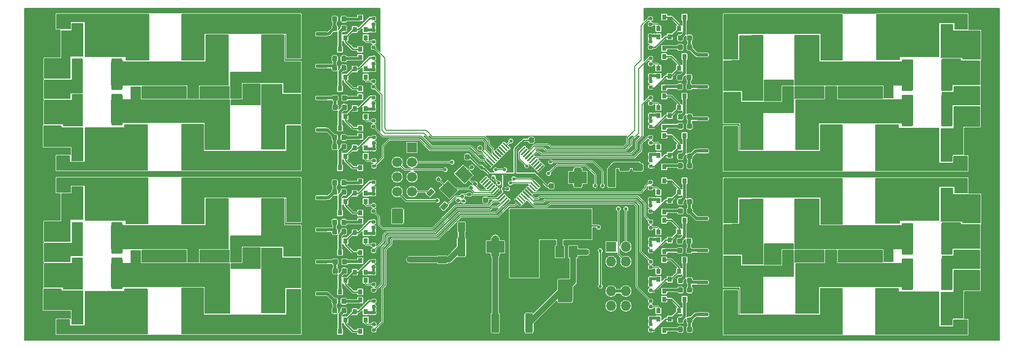
<source format=gtl>
G04 #@! TF.GenerationSoftware,KiCad,Pcbnew,5.1.5*
G04 #@! TF.CreationDate,2020-04-05T15:42:04+02:00*
G04 #@! TF.ProjectId,HB-LC-DimPWM-PCB,48422d4c-432d-4446-996d-50574d2d5043,rev?*
G04 #@! TF.SameCoordinates,Original*
G04 #@! TF.FileFunction,Copper,L1,Top*
G04 #@! TF.FilePolarity,Positive*
%FSLAX46Y46*%
G04 Gerber Fmt 4.6, Leading zero omitted, Abs format (unit mm)*
G04 Created by KiCad (PCBNEW 5.1.5) date 2020-04-05 15:42:04*
%MOMM*%
%LPD*%
G04 APERTURE LIST*
%ADD10C,0.100000*%
%ADD11O,2.000000X2.600000*%
%ADD12O,2.600000X2.000000*%
%ADD13R,0.800000X0.900000*%
%ADD14R,3.500000X4.000000*%
%ADD15C,1.700000*%
%ADD16R,1.700000X1.700000*%
%ADD17R,3.800000X2.000000*%
%ADD18R,1.500000X2.000000*%
%ADD19R,1.727200X1.727200*%
%ADD20O,1.727200X1.727200*%
%ADD21C,0.600000*%
%ADD22C,0.500000*%
%ADD23C,0.127000*%
%ADD24C,0.250000*%
%ADD25C,1.000000*%
%ADD26C,0.750000*%
G04 APERTURE END LIST*
G04 #@! TA.AperFunction,SMDPad,CuDef*
D10*
G36*
X161549504Y-107676204D02*
G01*
X161573773Y-107679804D01*
X161597571Y-107685765D01*
X161620671Y-107694030D01*
X161642849Y-107704520D01*
X161663893Y-107717133D01*
X161683598Y-107731747D01*
X161701777Y-107748223D01*
X161718253Y-107766402D01*
X161732867Y-107786107D01*
X161745480Y-107807151D01*
X161755970Y-107829329D01*
X161764235Y-107852429D01*
X161770196Y-107876227D01*
X161773796Y-107900496D01*
X161775000Y-107925000D01*
X161775000Y-108675000D01*
X161773796Y-108699504D01*
X161770196Y-108723773D01*
X161764235Y-108747571D01*
X161755970Y-108770671D01*
X161745480Y-108792849D01*
X161732867Y-108813893D01*
X161718253Y-108833598D01*
X161701777Y-108851777D01*
X161683598Y-108868253D01*
X161663893Y-108882867D01*
X161642849Y-108895480D01*
X161620671Y-108905970D01*
X161597571Y-108914235D01*
X161573773Y-108920196D01*
X161549504Y-108923796D01*
X161525000Y-108925000D01*
X160275000Y-108925000D01*
X160250496Y-108923796D01*
X160226227Y-108920196D01*
X160202429Y-108914235D01*
X160179329Y-108905970D01*
X160157151Y-108895480D01*
X160136107Y-108882867D01*
X160116402Y-108868253D01*
X160098223Y-108851777D01*
X160081747Y-108833598D01*
X160067133Y-108813893D01*
X160054520Y-108792849D01*
X160044030Y-108770671D01*
X160035765Y-108747571D01*
X160029804Y-108723773D01*
X160026204Y-108699504D01*
X160025000Y-108675000D01*
X160025000Y-107925000D01*
X160026204Y-107900496D01*
X160029804Y-107876227D01*
X160035765Y-107852429D01*
X160044030Y-107829329D01*
X160054520Y-107807151D01*
X160067133Y-107786107D01*
X160081747Y-107766402D01*
X160098223Y-107748223D01*
X160116402Y-107731747D01*
X160136107Y-107717133D01*
X160157151Y-107704520D01*
X160179329Y-107694030D01*
X160202429Y-107685765D01*
X160226227Y-107679804D01*
X160250496Y-107676204D01*
X160275000Y-107675000D01*
X161525000Y-107675000D01*
X161549504Y-107676204D01*
G37*
G04 #@! TD.AperFunction*
G04 #@! TA.AperFunction,SMDPad,CuDef*
G36*
X161549504Y-104876204D02*
G01*
X161573773Y-104879804D01*
X161597571Y-104885765D01*
X161620671Y-104894030D01*
X161642849Y-104904520D01*
X161663893Y-104917133D01*
X161683598Y-104931747D01*
X161701777Y-104948223D01*
X161718253Y-104966402D01*
X161732867Y-104986107D01*
X161745480Y-105007151D01*
X161755970Y-105029329D01*
X161764235Y-105052429D01*
X161770196Y-105076227D01*
X161773796Y-105100496D01*
X161775000Y-105125000D01*
X161775000Y-105875000D01*
X161773796Y-105899504D01*
X161770196Y-105923773D01*
X161764235Y-105947571D01*
X161755970Y-105970671D01*
X161745480Y-105992849D01*
X161732867Y-106013893D01*
X161718253Y-106033598D01*
X161701777Y-106051777D01*
X161683598Y-106068253D01*
X161663893Y-106082867D01*
X161642849Y-106095480D01*
X161620671Y-106105970D01*
X161597571Y-106114235D01*
X161573773Y-106120196D01*
X161549504Y-106123796D01*
X161525000Y-106125000D01*
X160275000Y-106125000D01*
X160250496Y-106123796D01*
X160226227Y-106120196D01*
X160202429Y-106114235D01*
X160179329Y-106105970D01*
X160157151Y-106095480D01*
X160136107Y-106082867D01*
X160116402Y-106068253D01*
X160098223Y-106051777D01*
X160081747Y-106033598D01*
X160067133Y-106013893D01*
X160054520Y-105992849D01*
X160044030Y-105970671D01*
X160035765Y-105947571D01*
X160029804Y-105923773D01*
X160026204Y-105899504D01*
X160025000Y-105875000D01*
X160025000Y-105125000D01*
X160026204Y-105100496D01*
X160029804Y-105076227D01*
X160035765Y-105052429D01*
X160044030Y-105029329D01*
X160054520Y-105007151D01*
X160067133Y-104986107D01*
X160081747Y-104966402D01*
X160098223Y-104948223D01*
X160116402Y-104931747D01*
X160136107Y-104917133D01*
X160157151Y-104904520D01*
X160179329Y-104894030D01*
X160202429Y-104885765D01*
X160226227Y-104879804D01*
X160250496Y-104876204D01*
X160275000Y-104875000D01*
X161525000Y-104875000D01*
X161549504Y-104876204D01*
G37*
G04 #@! TD.AperFunction*
G04 #@! TA.AperFunction,SMDPad,CuDef*
G36*
X192849504Y-91776204D02*
G01*
X192873773Y-91779804D01*
X192897571Y-91785765D01*
X192920671Y-91794030D01*
X192942849Y-91804520D01*
X192963893Y-91817133D01*
X192983598Y-91831747D01*
X193001777Y-91848223D01*
X193018253Y-91866402D01*
X193032867Y-91886107D01*
X193045480Y-91907151D01*
X193055970Y-91929329D01*
X193064235Y-91952429D01*
X193070196Y-91976227D01*
X193073796Y-92000496D01*
X193075000Y-92025000D01*
X193075000Y-92775000D01*
X193073796Y-92799504D01*
X193070196Y-92823773D01*
X193064235Y-92847571D01*
X193055970Y-92870671D01*
X193045480Y-92892849D01*
X193032867Y-92913893D01*
X193018253Y-92933598D01*
X193001777Y-92951777D01*
X192983598Y-92968253D01*
X192963893Y-92982867D01*
X192942849Y-92995480D01*
X192920671Y-93005970D01*
X192897571Y-93014235D01*
X192873773Y-93020196D01*
X192849504Y-93023796D01*
X192825000Y-93025000D01*
X191575000Y-93025000D01*
X191550496Y-93023796D01*
X191526227Y-93020196D01*
X191502429Y-93014235D01*
X191479329Y-93005970D01*
X191457151Y-92995480D01*
X191436107Y-92982867D01*
X191416402Y-92968253D01*
X191398223Y-92951777D01*
X191381747Y-92933598D01*
X191367133Y-92913893D01*
X191354520Y-92892849D01*
X191344030Y-92870671D01*
X191335765Y-92847571D01*
X191329804Y-92823773D01*
X191326204Y-92799504D01*
X191325000Y-92775000D01*
X191325000Y-92025000D01*
X191326204Y-92000496D01*
X191329804Y-91976227D01*
X191335765Y-91952429D01*
X191344030Y-91929329D01*
X191354520Y-91907151D01*
X191367133Y-91886107D01*
X191381747Y-91866402D01*
X191398223Y-91848223D01*
X191416402Y-91831747D01*
X191436107Y-91817133D01*
X191457151Y-91804520D01*
X191479329Y-91794030D01*
X191502429Y-91785765D01*
X191526227Y-91779804D01*
X191550496Y-91776204D01*
X191575000Y-91775000D01*
X192825000Y-91775000D01*
X192849504Y-91776204D01*
G37*
G04 #@! TD.AperFunction*
G04 #@! TA.AperFunction,SMDPad,CuDef*
G36*
X192849504Y-88976204D02*
G01*
X192873773Y-88979804D01*
X192897571Y-88985765D01*
X192920671Y-88994030D01*
X192942849Y-89004520D01*
X192963893Y-89017133D01*
X192983598Y-89031747D01*
X193001777Y-89048223D01*
X193018253Y-89066402D01*
X193032867Y-89086107D01*
X193045480Y-89107151D01*
X193055970Y-89129329D01*
X193064235Y-89152429D01*
X193070196Y-89176227D01*
X193073796Y-89200496D01*
X193075000Y-89225000D01*
X193075000Y-89975000D01*
X193073796Y-89999504D01*
X193070196Y-90023773D01*
X193064235Y-90047571D01*
X193055970Y-90070671D01*
X193045480Y-90092849D01*
X193032867Y-90113893D01*
X193018253Y-90133598D01*
X193001777Y-90151777D01*
X192983598Y-90168253D01*
X192963893Y-90182867D01*
X192942849Y-90195480D01*
X192920671Y-90205970D01*
X192897571Y-90214235D01*
X192873773Y-90220196D01*
X192849504Y-90223796D01*
X192825000Y-90225000D01*
X191575000Y-90225000D01*
X191550496Y-90223796D01*
X191526227Y-90220196D01*
X191502429Y-90214235D01*
X191479329Y-90205970D01*
X191457151Y-90195480D01*
X191436107Y-90182867D01*
X191416402Y-90168253D01*
X191398223Y-90151777D01*
X191381747Y-90133598D01*
X191367133Y-90113893D01*
X191354520Y-90092849D01*
X191344030Y-90070671D01*
X191335765Y-90047571D01*
X191329804Y-90023773D01*
X191326204Y-89999504D01*
X191325000Y-89975000D01*
X191325000Y-89225000D01*
X191326204Y-89200496D01*
X191329804Y-89176227D01*
X191335765Y-89152429D01*
X191344030Y-89129329D01*
X191354520Y-89107151D01*
X191367133Y-89086107D01*
X191381747Y-89066402D01*
X191398223Y-89048223D01*
X191416402Y-89031747D01*
X191436107Y-89017133D01*
X191457151Y-89004520D01*
X191479329Y-88994030D01*
X191502429Y-88985765D01*
X191526227Y-88979804D01*
X191550496Y-88976204D01*
X191575000Y-88975000D01*
X192825000Y-88975000D01*
X192849504Y-88976204D01*
G37*
G04 #@! TD.AperFunction*
G04 #@! TA.AperFunction,SMDPad,CuDef*
G36*
X167399504Y-99026204D02*
G01*
X167423773Y-99029804D01*
X167447571Y-99035765D01*
X167470671Y-99044030D01*
X167492849Y-99054520D01*
X167513893Y-99067133D01*
X167533598Y-99081747D01*
X167551777Y-99098223D01*
X167568253Y-99116402D01*
X167582867Y-99136107D01*
X167595480Y-99157151D01*
X167605970Y-99179329D01*
X167614235Y-99202429D01*
X167620196Y-99226227D01*
X167623796Y-99250496D01*
X167625000Y-99275000D01*
X167625000Y-100525000D01*
X167623796Y-100549504D01*
X167620196Y-100573773D01*
X167614235Y-100597571D01*
X167605970Y-100620671D01*
X167595480Y-100642849D01*
X167582867Y-100663893D01*
X167568253Y-100683598D01*
X167551777Y-100701777D01*
X167533598Y-100718253D01*
X167513893Y-100732867D01*
X167492849Y-100745480D01*
X167470671Y-100755970D01*
X167447571Y-100764235D01*
X167423773Y-100770196D01*
X167399504Y-100773796D01*
X167375000Y-100775000D01*
X166625000Y-100775000D01*
X166600496Y-100773796D01*
X166576227Y-100770196D01*
X166552429Y-100764235D01*
X166529329Y-100755970D01*
X166507151Y-100745480D01*
X166486107Y-100732867D01*
X166466402Y-100718253D01*
X166448223Y-100701777D01*
X166431747Y-100683598D01*
X166417133Y-100663893D01*
X166404520Y-100642849D01*
X166394030Y-100620671D01*
X166385765Y-100597571D01*
X166379804Y-100573773D01*
X166376204Y-100549504D01*
X166375000Y-100525000D01*
X166375000Y-99275000D01*
X166376204Y-99250496D01*
X166379804Y-99226227D01*
X166385765Y-99202429D01*
X166394030Y-99179329D01*
X166404520Y-99157151D01*
X166417133Y-99136107D01*
X166431747Y-99116402D01*
X166448223Y-99098223D01*
X166466402Y-99081747D01*
X166486107Y-99067133D01*
X166507151Y-99054520D01*
X166529329Y-99044030D01*
X166552429Y-99035765D01*
X166576227Y-99029804D01*
X166600496Y-99026204D01*
X166625000Y-99025000D01*
X167375000Y-99025000D01*
X167399504Y-99026204D01*
G37*
G04 #@! TD.AperFunction*
G04 #@! TA.AperFunction,SMDPad,CuDef*
G36*
X164599504Y-99026204D02*
G01*
X164623773Y-99029804D01*
X164647571Y-99035765D01*
X164670671Y-99044030D01*
X164692849Y-99054520D01*
X164713893Y-99067133D01*
X164733598Y-99081747D01*
X164751777Y-99098223D01*
X164768253Y-99116402D01*
X164782867Y-99136107D01*
X164795480Y-99157151D01*
X164805970Y-99179329D01*
X164814235Y-99202429D01*
X164820196Y-99226227D01*
X164823796Y-99250496D01*
X164825000Y-99275000D01*
X164825000Y-100525000D01*
X164823796Y-100549504D01*
X164820196Y-100573773D01*
X164814235Y-100597571D01*
X164805970Y-100620671D01*
X164795480Y-100642849D01*
X164782867Y-100663893D01*
X164768253Y-100683598D01*
X164751777Y-100701777D01*
X164733598Y-100718253D01*
X164713893Y-100732867D01*
X164692849Y-100745480D01*
X164670671Y-100755970D01*
X164647571Y-100764235D01*
X164623773Y-100770196D01*
X164599504Y-100773796D01*
X164575000Y-100775000D01*
X163825000Y-100775000D01*
X163800496Y-100773796D01*
X163776227Y-100770196D01*
X163752429Y-100764235D01*
X163729329Y-100755970D01*
X163707151Y-100745480D01*
X163686107Y-100732867D01*
X163666402Y-100718253D01*
X163648223Y-100701777D01*
X163631747Y-100683598D01*
X163617133Y-100663893D01*
X163604520Y-100642849D01*
X163594030Y-100620671D01*
X163585765Y-100597571D01*
X163579804Y-100573773D01*
X163576204Y-100549504D01*
X163575000Y-100525000D01*
X163575000Y-99275000D01*
X163576204Y-99250496D01*
X163579804Y-99226227D01*
X163585765Y-99202429D01*
X163594030Y-99179329D01*
X163604520Y-99157151D01*
X163617133Y-99136107D01*
X163631747Y-99116402D01*
X163648223Y-99098223D01*
X163666402Y-99081747D01*
X163686107Y-99067133D01*
X163707151Y-99054520D01*
X163729329Y-99044030D01*
X163752429Y-99035765D01*
X163776227Y-99029804D01*
X163800496Y-99026204D01*
X163825000Y-99025000D01*
X164575000Y-99025000D01*
X164599504Y-99026204D01*
G37*
G04 #@! TD.AperFunction*
G04 #@! TA.AperFunction,SMDPad,CuDef*
G36*
X195149504Y-91776204D02*
G01*
X195173773Y-91779804D01*
X195197571Y-91785765D01*
X195220671Y-91794030D01*
X195242849Y-91804520D01*
X195263893Y-91817133D01*
X195283598Y-91831747D01*
X195301777Y-91848223D01*
X195318253Y-91866402D01*
X195332867Y-91886107D01*
X195345480Y-91907151D01*
X195355970Y-91929329D01*
X195364235Y-91952429D01*
X195370196Y-91976227D01*
X195373796Y-92000496D01*
X195375000Y-92025000D01*
X195375000Y-92775000D01*
X195373796Y-92799504D01*
X195370196Y-92823773D01*
X195364235Y-92847571D01*
X195355970Y-92870671D01*
X195345480Y-92892849D01*
X195332867Y-92913893D01*
X195318253Y-92933598D01*
X195301777Y-92951777D01*
X195283598Y-92968253D01*
X195263893Y-92982867D01*
X195242849Y-92995480D01*
X195220671Y-93005970D01*
X195197571Y-93014235D01*
X195173773Y-93020196D01*
X195149504Y-93023796D01*
X195125000Y-93025000D01*
X193875000Y-93025000D01*
X193850496Y-93023796D01*
X193826227Y-93020196D01*
X193802429Y-93014235D01*
X193779329Y-93005970D01*
X193757151Y-92995480D01*
X193736107Y-92982867D01*
X193716402Y-92968253D01*
X193698223Y-92951777D01*
X193681747Y-92933598D01*
X193667133Y-92913893D01*
X193654520Y-92892849D01*
X193644030Y-92870671D01*
X193635765Y-92847571D01*
X193629804Y-92823773D01*
X193626204Y-92799504D01*
X193625000Y-92775000D01*
X193625000Y-92025000D01*
X193626204Y-92000496D01*
X193629804Y-91976227D01*
X193635765Y-91952429D01*
X193644030Y-91929329D01*
X193654520Y-91907151D01*
X193667133Y-91886107D01*
X193681747Y-91866402D01*
X193698223Y-91848223D01*
X193716402Y-91831747D01*
X193736107Y-91817133D01*
X193757151Y-91804520D01*
X193779329Y-91794030D01*
X193802429Y-91785765D01*
X193826227Y-91779804D01*
X193850496Y-91776204D01*
X193875000Y-91775000D01*
X195125000Y-91775000D01*
X195149504Y-91776204D01*
G37*
G04 #@! TD.AperFunction*
G04 #@! TA.AperFunction,SMDPad,CuDef*
G36*
X195149504Y-88976204D02*
G01*
X195173773Y-88979804D01*
X195197571Y-88985765D01*
X195220671Y-88994030D01*
X195242849Y-89004520D01*
X195263893Y-89017133D01*
X195283598Y-89031747D01*
X195301777Y-89048223D01*
X195318253Y-89066402D01*
X195332867Y-89086107D01*
X195345480Y-89107151D01*
X195355970Y-89129329D01*
X195364235Y-89152429D01*
X195370196Y-89176227D01*
X195373796Y-89200496D01*
X195375000Y-89225000D01*
X195375000Y-89975000D01*
X195373796Y-89999504D01*
X195370196Y-90023773D01*
X195364235Y-90047571D01*
X195355970Y-90070671D01*
X195345480Y-90092849D01*
X195332867Y-90113893D01*
X195318253Y-90133598D01*
X195301777Y-90151777D01*
X195283598Y-90168253D01*
X195263893Y-90182867D01*
X195242849Y-90195480D01*
X195220671Y-90205970D01*
X195197571Y-90214235D01*
X195173773Y-90220196D01*
X195149504Y-90223796D01*
X195125000Y-90225000D01*
X193875000Y-90225000D01*
X193850496Y-90223796D01*
X193826227Y-90220196D01*
X193802429Y-90214235D01*
X193779329Y-90205970D01*
X193757151Y-90195480D01*
X193736107Y-90182867D01*
X193716402Y-90168253D01*
X193698223Y-90151777D01*
X193681747Y-90133598D01*
X193667133Y-90113893D01*
X193654520Y-90092849D01*
X193644030Y-90070671D01*
X193635765Y-90047571D01*
X193629804Y-90023773D01*
X193626204Y-89999504D01*
X193625000Y-89975000D01*
X193625000Y-89225000D01*
X193626204Y-89200496D01*
X193629804Y-89176227D01*
X193635765Y-89152429D01*
X193644030Y-89129329D01*
X193654520Y-89107151D01*
X193667133Y-89086107D01*
X193681747Y-89066402D01*
X193698223Y-89048223D01*
X193716402Y-89031747D01*
X193736107Y-89017133D01*
X193757151Y-89004520D01*
X193779329Y-88994030D01*
X193802429Y-88985765D01*
X193826227Y-88979804D01*
X193850496Y-88976204D01*
X193875000Y-88975000D01*
X195125000Y-88975000D01*
X195149504Y-88976204D01*
G37*
G04 #@! TD.AperFunction*
G04 #@! TA.AperFunction,SMDPad,CuDef*
G36*
X183024504Y-114951204D02*
G01*
X183048773Y-114954804D01*
X183072571Y-114960765D01*
X183095671Y-114969030D01*
X183117849Y-114979520D01*
X183138893Y-114992133D01*
X183158598Y-115006747D01*
X183176777Y-115023223D01*
X183193253Y-115041402D01*
X183207867Y-115061107D01*
X183220480Y-115082151D01*
X183230970Y-115104329D01*
X183239235Y-115127429D01*
X183245196Y-115151227D01*
X183248796Y-115175496D01*
X183250000Y-115200000D01*
X183250000Y-118700000D01*
X183248796Y-118724504D01*
X183245196Y-118748773D01*
X183239235Y-118772571D01*
X183230970Y-118795671D01*
X183220480Y-118817849D01*
X183207867Y-118838893D01*
X183193253Y-118858598D01*
X183176777Y-118876777D01*
X183158598Y-118893253D01*
X183138893Y-118907867D01*
X183117849Y-118920480D01*
X183095671Y-118930970D01*
X183072571Y-118939235D01*
X183048773Y-118945196D01*
X183024504Y-118948796D01*
X183000000Y-118950000D01*
X181000000Y-118950000D01*
X180975496Y-118948796D01*
X180951227Y-118945196D01*
X180927429Y-118939235D01*
X180904329Y-118930970D01*
X180882151Y-118920480D01*
X180861107Y-118907867D01*
X180841402Y-118893253D01*
X180823223Y-118876777D01*
X180806747Y-118858598D01*
X180792133Y-118838893D01*
X180779520Y-118817849D01*
X180769030Y-118795671D01*
X180760765Y-118772571D01*
X180754804Y-118748773D01*
X180751204Y-118724504D01*
X180750000Y-118700000D01*
X180750000Y-115200000D01*
X180751204Y-115175496D01*
X180754804Y-115151227D01*
X180760765Y-115127429D01*
X180769030Y-115104329D01*
X180779520Y-115082151D01*
X180792133Y-115061107D01*
X180806747Y-115041402D01*
X180823223Y-115023223D01*
X180841402Y-115006747D01*
X180861107Y-114992133D01*
X180882151Y-114979520D01*
X180904329Y-114969030D01*
X180927429Y-114960765D01*
X180951227Y-114954804D01*
X180975496Y-114951204D01*
X181000000Y-114950000D01*
X183000000Y-114950000D01*
X183024504Y-114951204D01*
G37*
G04 #@! TD.AperFunction*
G04 #@! TA.AperFunction,SMDPad,CuDef*
G36*
X183024504Y-108851204D02*
G01*
X183048773Y-108854804D01*
X183072571Y-108860765D01*
X183095671Y-108869030D01*
X183117849Y-108879520D01*
X183138893Y-108892133D01*
X183158598Y-108906747D01*
X183176777Y-108923223D01*
X183193253Y-108941402D01*
X183207867Y-108961107D01*
X183220480Y-108982151D01*
X183230970Y-109004329D01*
X183239235Y-109027429D01*
X183245196Y-109051227D01*
X183248796Y-109075496D01*
X183250000Y-109100000D01*
X183250000Y-112600000D01*
X183248796Y-112624504D01*
X183245196Y-112648773D01*
X183239235Y-112672571D01*
X183230970Y-112695671D01*
X183220480Y-112717849D01*
X183207867Y-112738893D01*
X183193253Y-112758598D01*
X183176777Y-112776777D01*
X183158598Y-112793253D01*
X183138893Y-112807867D01*
X183117849Y-112820480D01*
X183095671Y-112830970D01*
X183072571Y-112839235D01*
X183048773Y-112845196D01*
X183024504Y-112848796D01*
X183000000Y-112850000D01*
X181000000Y-112850000D01*
X180975496Y-112848796D01*
X180951227Y-112845196D01*
X180927429Y-112839235D01*
X180904329Y-112830970D01*
X180882151Y-112820480D01*
X180861107Y-112807867D01*
X180841402Y-112793253D01*
X180823223Y-112776777D01*
X180806747Y-112758598D01*
X180792133Y-112738893D01*
X180779520Y-112717849D01*
X180769030Y-112695671D01*
X180760765Y-112672571D01*
X180754804Y-112648773D01*
X180751204Y-112624504D01*
X180750000Y-112600000D01*
X180750000Y-109100000D01*
X180751204Y-109075496D01*
X180754804Y-109051227D01*
X180760765Y-109027429D01*
X180769030Y-109004329D01*
X180779520Y-108982151D01*
X180792133Y-108961107D01*
X180806747Y-108941402D01*
X180823223Y-108923223D01*
X180841402Y-108906747D01*
X180861107Y-108892133D01*
X180882151Y-108879520D01*
X180904329Y-108869030D01*
X180927429Y-108860765D01*
X180951227Y-108854804D01*
X180975496Y-108851204D01*
X181000000Y-108850000D01*
X183000000Y-108850000D01*
X183024504Y-108851204D01*
G37*
G04 #@! TD.AperFunction*
D11*
X156700000Y-98000000D03*
G04 #@! TA.AperFunction,ComponentPad*
D10*
G36*
X153974504Y-96701204D02*
G01*
X153998773Y-96704804D01*
X154022571Y-96710765D01*
X154045671Y-96719030D01*
X154067849Y-96729520D01*
X154088893Y-96742133D01*
X154108598Y-96756747D01*
X154126777Y-96773223D01*
X154143253Y-96791402D01*
X154157867Y-96811107D01*
X154170480Y-96832151D01*
X154180970Y-96854329D01*
X154189235Y-96877429D01*
X154195196Y-96901227D01*
X154198796Y-96925496D01*
X154200000Y-96950000D01*
X154200000Y-99050000D01*
X154198796Y-99074504D01*
X154195196Y-99098773D01*
X154189235Y-99122571D01*
X154180970Y-99145671D01*
X154170480Y-99167849D01*
X154157867Y-99188893D01*
X154143253Y-99208598D01*
X154126777Y-99226777D01*
X154108598Y-99243253D01*
X154088893Y-99257867D01*
X154067849Y-99270480D01*
X154045671Y-99280970D01*
X154022571Y-99289235D01*
X153998773Y-99295196D01*
X153974504Y-99298796D01*
X153950000Y-99300000D01*
X152450000Y-99300000D01*
X152425496Y-99298796D01*
X152401227Y-99295196D01*
X152377429Y-99289235D01*
X152354329Y-99280970D01*
X152332151Y-99270480D01*
X152311107Y-99257867D01*
X152291402Y-99243253D01*
X152273223Y-99226777D01*
X152256747Y-99208598D01*
X152242133Y-99188893D01*
X152229520Y-99167849D01*
X152219030Y-99145671D01*
X152210765Y-99122571D01*
X152204804Y-99098773D01*
X152201204Y-99074504D01*
X152200000Y-99050000D01*
X152200000Y-96950000D01*
X152201204Y-96925496D01*
X152204804Y-96901227D01*
X152210765Y-96877429D01*
X152219030Y-96854329D01*
X152229520Y-96832151D01*
X152242133Y-96811107D01*
X152256747Y-96791402D01*
X152273223Y-96773223D01*
X152291402Y-96756747D01*
X152311107Y-96742133D01*
X152332151Y-96729520D01*
X152354329Y-96719030D01*
X152377429Y-96710765D01*
X152401227Y-96704804D01*
X152425496Y-96701204D01*
X152450000Y-96700000D01*
X153950000Y-96700000D01*
X153974504Y-96701204D01*
G37*
G04 #@! TD.AperFunction*
G04 #@! TA.AperFunction,SMDPad,CuDef*
G36*
X170449505Y-101626204D02*
G01*
X170473773Y-101629804D01*
X170497572Y-101635765D01*
X170520671Y-101644030D01*
X170542850Y-101654520D01*
X170563893Y-101667132D01*
X170583599Y-101681747D01*
X170601777Y-101698223D01*
X170618253Y-101716401D01*
X170632868Y-101736107D01*
X170645480Y-101757150D01*
X170655970Y-101779329D01*
X170664235Y-101802428D01*
X170670196Y-101826227D01*
X170673796Y-101850495D01*
X170675000Y-101874999D01*
X170675000Y-104725001D01*
X170673796Y-104749505D01*
X170670196Y-104773773D01*
X170664235Y-104797572D01*
X170655970Y-104820671D01*
X170645480Y-104842850D01*
X170632868Y-104863893D01*
X170618253Y-104883599D01*
X170601777Y-104901777D01*
X170583599Y-104918253D01*
X170563893Y-104932868D01*
X170542850Y-104945480D01*
X170520671Y-104955970D01*
X170497572Y-104964235D01*
X170473773Y-104970196D01*
X170449505Y-104973796D01*
X170425001Y-104975000D01*
X169574999Y-104975000D01*
X169550495Y-104973796D01*
X169526227Y-104970196D01*
X169502428Y-104964235D01*
X169479329Y-104955970D01*
X169457150Y-104945480D01*
X169436107Y-104932868D01*
X169416401Y-104918253D01*
X169398223Y-104901777D01*
X169381747Y-104883599D01*
X169367132Y-104863893D01*
X169354520Y-104842850D01*
X169344030Y-104820671D01*
X169335765Y-104797572D01*
X169329804Y-104773773D01*
X169326204Y-104749505D01*
X169325000Y-104725001D01*
X169325000Y-101874999D01*
X169326204Y-101850495D01*
X169329804Y-101826227D01*
X169335765Y-101802428D01*
X169344030Y-101779329D01*
X169354520Y-101757150D01*
X169367132Y-101736107D01*
X169381747Y-101716401D01*
X169398223Y-101698223D01*
X169416401Y-101681747D01*
X169436107Y-101667132D01*
X169457150Y-101654520D01*
X169479329Y-101644030D01*
X169502428Y-101635765D01*
X169526227Y-101629804D01*
X169550495Y-101626204D01*
X169574999Y-101625000D01*
X170425001Y-101625000D01*
X170449505Y-101626204D01*
G37*
G04 #@! TD.AperFunction*
G04 #@! TA.AperFunction,SMDPad,CuDef*
G36*
X164649505Y-101626204D02*
G01*
X164673773Y-101629804D01*
X164697572Y-101635765D01*
X164720671Y-101644030D01*
X164742850Y-101654520D01*
X164763893Y-101667132D01*
X164783599Y-101681747D01*
X164801777Y-101698223D01*
X164818253Y-101716401D01*
X164832868Y-101736107D01*
X164845480Y-101757150D01*
X164855970Y-101779329D01*
X164864235Y-101802428D01*
X164870196Y-101826227D01*
X164873796Y-101850495D01*
X164875000Y-101874999D01*
X164875000Y-104725001D01*
X164873796Y-104749505D01*
X164870196Y-104773773D01*
X164864235Y-104797572D01*
X164855970Y-104820671D01*
X164845480Y-104842850D01*
X164832868Y-104863893D01*
X164818253Y-104883599D01*
X164801777Y-104901777D01*
X164783599Y-104918253D01*
X164763893Y-104932868D01*
X164742850Y-104945480D01*
X164720671Y-104955970D01*
X164697572Y-104964235D01*
X164673773Y-104970196D01*
X164649505Y-104973796D01*
X164625001Y-104975000D01*
X163774999Y-104975000D01*
X163750495Y-104973796D01*
X163726227Y-104970196D01*
X163702428Y-104964235D01*
X163679329Y-104955970D01*
X163657150Y-104945480D01*
X163636107Y-104932868D01*
X163616401Y-104918253D01*
X163598223Y-104901777D01*
X163581747Y-104883599D01*
X163567132Y-104863893D01*
X163554520Y-104842850D01*
X163544030Y-104820671D01*
X163535765Y-104797572D01*
X163529804Y-104773773D01*
X163526204Y-104749505D01*
X163525000Y-104725001D01*
X163525000Y-101874999D01*
X163526204Y-101850495D01*
X163529804Y-101826227D01*
X163535765Y-101802428D01*
X163544030Y-101779329D01*
X163554520Y-101757150D01*
X163567132Y-101736107D01*
X163581747Y-101716401D01*
X163598223Y-101698223D01*
X163616401Y-101681747D01*
X163636107Y-101667132D01*
X163657150Y-101654520D01*
X163679329Y-101644030D01*
X163702428Y-101635765D01*
X163726227Y-101629804D01*
X163750495Y-101626204D01*
X163774999Y-101625000D01*
X164625001Y-101625000D01*
X164649505Y-101626204D01*
G37*
G04 #@! TD.AperFunction*
G04 #@! TA.AperFunction,SMDPad,CuDef*
G36*
X184649505Y-89676204D02*
G01*
X184673773Y-89679804D01*
X184697572Y-89685765D01*
X184720671Y-89694030D01*
X184742850Y-89704520D01*
X184763893Y-89717132D01*
X184783599Y-89731747D01*
X184801777Y-89748223D01*
X184818253Y-89766401D01*
X184832868Y-89786107D01*
X184845480Y-89807150D01*
X184855970Y-89829329D01*
X184864235Y-89852428D01*
X184870196Y-89876227D01*
X184873796Y-89900495D01*
X184875000Y-89924999D01*
X184875000Y-92775001D01*
X184873796Y-92799505D01*
X184870196Y-92823773D01*
X184864235Y-92847572D01*
X184855970Y-92870671D01*
X184845480Y-92892850D01*
X184832868Y-92913893D01*
X184818253Y-92933599D01*
X184801777Y-92951777D01*
X184783599Y-92968253D01*
X184763893Y-92982868D01*
X184742850Y-92995480D01*
X184720671Y-93005970D01*
X184697572Y-93014235D01*
X184673773Y-93020196D01*
X184649505Y-93023796D01*
X184625001Y-93025000D01*
X183774999Y-93025000D01*
X183750495Y-93023796D01*
X183726227Y-93020196D01*
X183702428Y-93014235D01*
X183679329Y-93005970D01*
X183657150Y-92995480D01*
X183636107Y-92982868D01*
X183616401Y-92968253D01*
X183598223Y-92951777D01*
X183581747Y-92933599D01*
X183567132Y-92913893D01*
X183554520Y-92892850D01*
X183544030Y-92870671D01*
X183535765Y-92847572D01*
X183529804Y-92823773D01*
X183526204Y-92799505D01*
X183525000Y-92775001D01*
X183525000Y-89924999D01*
X183526204Y-89900495D01*
X183529804Y-89876227D01*
X183535765Y-89852428D01*
X183544030Y-89829329D01*
X183554520Y-89807150D01*
X183567132Y-89786107D01*
X183581747Y-89766401D01*
X183598223Y-89748223D01*
X183616401Y-89731747D01*
X183636107Y-89717132D01*
X183657150Y-89704520D01*
X183679329Y-89694030D01*
X183702428Y-89685765D01*
X183726227Y-89679804D01*
X183750495Y-89676204D01*
X183774999Y-89675000D01*
X184625001Y-89675000D01*
X184649505Y-89676204D01*
G37*
G04 #@! TD.AperFunction*
G04 #@! TA.AperFunction,SMDPad,CuDef*
G36*
X190449505Y-89676204D02*
G01*
X190473773Y-89679804D01*
X190497572Y-89685765D01*
X190520671Y-89694030D01*
X190542850Y-89704520D01*
X190563893Y-89717132D01*
X190583599Y-89731747D01*
X190601777Y-89748223D01*
X190618253Y-89766401D01*
X190632868Y-89786107D01*
X190645480Y-89807150D01*
X190655970Y-89829329D01*
X190664235Y-89852428D01*
X190670196Y-89876227D01*
X190673796Y-89900495D01*
X190675000Y-89924999D01*
X190675000Y-92775001D01*
X190673796Y-92799505D01*
X190670196Y-92823773D01*
X190664235Y-92847572D01*
X190655970Y-92870671D01*
X190645480Y-92892850D01*
X190632868Y-92913893D01*
X190618253Y-92933599D01*
X190601777Y-92951777D01*
X190583599Y-92968253D01*
X190563893Y-92982868D01*
X190542850Y-92995480D01*
X190520671Y-93005970D01*
X190497572Y-93014235D01*
X190473773Y-93020196D01*
X190449505Y-93023796D01*
X190425001Y-93025000D01*
X189574999Y-93025000D01*
X189550495Y-93023796D01*
X189526227Y-93020196D01*
X189502428Y-93014235D01*
X189479329Y-93005970D01*
X189457150Y-92995480D01*
X189436107Y-92982868D01*
X189416401Y-92968253D01*
X189398223Y-92951777D01*
X189381747Y-92933599D01*
X189367132Y-92913893D01*
X189354520Y-92892850D01*
X189344030Y-92870671D01*
X189335765Y-92847572D01*
X189329804Y-92823773D01*
X189326204Y-92799505D01*
X189325000Y-92775001D01*
X189325000Y-89924999D01*
X189326204Y-89900495D01*
X189329804Y-89876227D01*
X189335765Y-89852428D01*
X189344030Y-89829329D01*
X189354520Y-89807150D01*
X189367132Y-89786107D01*
X189381747Y-89766401D01*
X189398223Y-89748223D01*
X189416401Y-89731747D01*
X189436107Y-89717132D01*
X189457150Y-89704520D01*
X189479329Y-89694030D01*
X189502428Y-89685765D01*
X189526227Y-89679804D01*
X189550495Y-89676204D01*
X189574999Y-89675000D01*
X190425001Y-89675000D01*
X190449505Y-89676204D01*
G37*
G04 #@! TD.AperFunction*
G04 #@! TA.AperFunction,SMDPad,CuDef*
G36*
X160474264Y-96372792D02*
G01*
X161322792Y-95524264D01*
X161959188Y-96160660D01*
X161110660Y-97009188D01*
X160474264Y-96372792D01*
G37*
G04 #@! TD.AperFunction*
G04 #@! TA.AperFunction,SMDPad,CuDef*
G36*
X158140812Y-94039340D02*
G01*
X158989340Y-93190812D01*
X159625736Y-93827208D01*
X158777208Y-94675736D01*
X158140812Y-94039340D01*
G37*
G04 #@! TD.AperFunction*
D12*
X93900000Y-111700000D03*
X93900000Y-108200000D03*
X93900000Y-104700000D03*
X93900000Y-101200000D03*
G04 #@! TA.AperFunction,ComponentPad*
D10*
G36*
X94974504Y-96701204D02*
G01*
X94998773Y-96704804D01*
X95022571Y-96710765D01*
X95045671Y-96719030D01*
X95067849Y-96729520D01*
X95088893Y-96742133D01*
X95108598Y-96756747D01*
X95126777Y-96773223D01*
X95143253Y-96791402D01*
X95157867Y-96811107D01*
X95170480Y-96832151D01*
X95180970Y-96854329D01*
X95189235Y-96877429D01*
X95195196Y-96901227D01*
X95198796Y-96925496D01*
X95200000Y-96950000D01*
X95200000Y-98450000D01*
X95198796Y-98474504D01*
X95195196Y-98498773D01*
X95189235Y-98522571D01*
X95180970Y-98545671D01*
X95170480Y-98567849D01*
X95157867Y-98588893D01*
X95143253Y-98608598D01*
X95126777Y-98626777D01*
X95108598Y-98643253D01*
X95088893Y-98657867D01*
X95067849Y-98670480D01*
X95045671Y-98680970D01*
X95022571Y-98689235D01*
X94998773Y-98695196D01*
X94974504Y-98698796D01*
X94950000Y-98700000D01*
X92850000Y-98700000D01*
X92825496Y-98698796D01*
X92801227Y-98695196D01*
X92777429Y-98689235D01*
X92754329Y-98680970D01*
X92732151Y-98670480D01*
X92711107Y-98657867D01*
X92691402Y-98643253D01*
X92673223Y-98626777D01*
X92656747Y-98608598D01*
X92642133Y-98588893D01*
X92629520Y-98567849D01*
X92619030Y-98545671D01*
X92610765Y-98522571D01*
X92604804Y-98498773D01*
X92601204Y-98474504D01*
X92600000Y-98450000D01*
X92600000Y-96950000D01*
X92601204Y-96925496D01*
X92604804Y-96901227D01*
X92610765Y-96877429D01*
X92619030Y-96854329D01*
X92629520Y-96832151D01*
X92642133Y-96811107D01*
X92656747Y-96791402D01*
X92673223Y-96773223D01*
X92691402Y-96756747D01*
X92711107Y-96742133D01*
X92732151Y-96729520D01*
X92754329Y-96719030D01*
X92777429Y-96710765D01*
X92801227Y-96704804D01*
X92825496Y-96701204D01*
X92850000Y-96700000D01*
X94950000Y-96700000D01*
X94974504Y-96701204D01*
G37*
G04 #@! TD.AperFunction*
D12*
X93900000Y-83600000D03*
X93900000Y-80100000D03*
X93900000Y-76600000D03*
X93900000Y-73100000D03*
G04 #@! TA.AperFunction,ComponentPad*
D10*
G36*
X94974504Y-68601204D02*
G01*
X94998773Y-68604804D01*
X95022571Y-68610765D01*
X95045671Y-68619030D01*
X95067849Y-68629520D01*
X95088893Y-68642133D01*
X95108598Y-68656747D01*
X95126777Y-68673223D01*
X95143253Y-68691402D01*
X95157867Y-68711107D01*
X95170480Y-68732151D01*
X95180970Y-68754329D01*
X95189235Y-68777429D01*
X95195196Y-68801227D01*
X95198796Y-68825496D01*
X95200000Y-68850000D01*
X95200000Y-70350000D01*
X95198796Y-70374504D01*
X95195196Y-70398773D01*
X95189235Y-70422571D01*
X95180970Y-70445671D01*
X95170480Y-70467849D01*
X95157867Y-70488893D01*
X95143253Y-70508598D01*
X95126777Y-70526777D01*
X95108598Y-70543253D01*
X95088893Y-70557867D01*
X95067849Y-70570480D01*
X95045671Y-70580970D01*
X95022571Y-70589235D01*
X94998773Y-70595196D01*
X94974504Y-70598796D01*
X94950000Y-70600000D01*
X92850000Y-70600000D01*
X92825496Y-70598796D01*
X92801227Y-70595196D01*
X92777429Y-70589235D01*
X92754329Y-70580970D01*
X92732151Y-70570480D01*
X92711107Y-70557867D01*
X92691402Y-70543253D01*
X92673223Y-70526777D01*
X92656747Y-70508598D01*
X92642133Y-70488893D01*
X92629520Y-70467849D01*
X92619030Y-70445671D01*
X92610765Y-70422571D01*
X92604804Y-70398773D01*
X92601204Y-70374504D01*
X92600000Y-70350000D01*
X92600000Y-68850000D01*
X92601204Y-68825496D01*
X92604804Y-68801227D01*
X92610765Y-68777429D01*
X92619030Y-68754329D01*
X92629520Y-68732151D01*
X92642133Y-68711107D01*
X92656747Y-68691402D01*
X92673223Y-68673223D01*
X92691402Y-68656747D01*
X92711107Y-68642133D01*
X92732151Y-68629520D01*
X92754329Y-68619030D01*
X92777429Y-68610765D01*
X92801227Y-68604804D01*
X92825496Y-68601204D01*
X92850000Y-68600000D01*
X94950000Y-68600000D01*
X94974504Y-68601204D01*
G37*
G04 #@! TD.AperFunction*
D12*
X251900000Y-98000000D03*
X251900000Y-101500000D03*
X251900000Y-105000000D03*
X251900000Y-108500000D03*
G04 #@! TA.AperFunction,ComponentPad*
D10*
G36*
X252974504Y-111001204D02*
G01*
X252998773Y-111004804D01*
X253022571Y-111010765D01*
X253045671Y-111019030D01*
X253067849Y-111029520D01*
X253088893Y-111042133D01*
X253108598Y-111056747D01*
X253126777Y-111073223D01*
X253143253Y-111091402D01*
X253157867Y-111111107D01*
X253170480Y-111132151D01*
X253180970Y-111154329D01*
X253189235Y-111177429D01*
X253195196Y-111201227D01*
X253198796Y-111225496D01*
X253200000Y-111250000D01*
X253200000Y-112750000D01*
X253198796Y-112774504D01*
X253195196Y-112798773D01*
X253189235Y-112822571D01*
X253180970Y-112845671D01*
X253170480Y-112867849D01*
X253157867Y-112888893D01*
X253143253Y-112908598D01*
X253126777Y-112926777D01*
X253108598Y-112943253D01*
X253088893Y-112957867D01*
X253067849Y-112970480D01*
X253045671Y-112980970D01*
X253022571Y-112989235D01*
X252998773Y-112995196D01*
X252974504Y-112998796D01*
X252950000Y-113000000D01*
X250850000Y-113000000D01*
X250825496Y-112998796D01*
X250801227Y-112995196D01*
X250777429Y-112989235D01*
X250754329Y-112980970D01*
X250732151Y-112970480D01*
X250711107Y-112957867D01*
X250691402Y-112943253D01*
X250673223Y-112926777D01*
X250656747Y-112908598D01*
X250642133Y-112888893D01*
X250629520Y-112867849D01*
X250619030Y-112845671D01*
X250610765Y-112822571D01*
X250604804Y-112798773D01*
X250601204Y-112774504D01*
X250600000Y-112750000D01*
X250600000Y-111250000D01*
X250601204Y-111225496D01*
X250604804Y-111201227D01*
X250610765Y-111177429D01*
X250619030Y-111154329D01*
X250629520Y-111132151D01*
X250642133Y-111111107D01*
X250656747Y-111091402D01*
X250673223Y-111073223D01*
X250691402Y-111056747D01*
X250711107Y-111042133D01*
X250732151Y-111029520D01*
X250754329Y-111019030D01*
X250777429Y-111010765D01*
X250801227Y-111004804D01*
X250825496Y-111001204D01*
X250850000Y-111000000D01*
X252950000Y-111000000D01*
X252974504Y-111001204D01*
G37*
G04 #@! TD.AperFunction*
D12*
X251900000Y-69800000D03*
X251900000Y-73300000D03*
X251900000Y-76800000D03*
X251900000Y-80300000D03*
G04 #@! TA.AperFunction,ComponentPad*
D10*
G36*
X252974504Y-82801204D02*
G01*
X252998773Y-82804804D01*
X253022571Y-82810765D01*
X253045671Y-82819030D01*
X253067849Y-82829520D01*
X253088893Y-82842133D01*
X253108598Y-82856747D01*
X253126777Y-82873223D01*
X253143253Y-82891402D01*
X253157867Y-82911107D01*
X253170480Y-82932151D01*
X253180970Y-82954329D01*
X253189235Y-82977429D01*
X253195196Y-83001227D01*
X253198796Y-83025496D01*
X253200000Y-83050000D01*
X253200000Y-84550000D01*
X253198796Y-84574504D01*
X253195196Y-84598773D01*
X253189235Y-84622571D01*
X253180970Y-84645671D01*
X253170480Y-84667849D01*
X253157867Y-84688893D01*
X253143253Y-84708598D01*
X253126777Y-84726777D01*
X253108598Y-84743253D01*
X253088893Y-84757867D01*
X253067849Y-84770480D01*
X253045671Y-84780970D01*
X253022571Y-84789235D01*
X252998773Y-84795196D01*
X252974504Y-84798796D01*
X252950000Y-84800000D01*
X250850000Y-84800000D01*
X250825496Y-84798796D01*
X250801227Y-84795196D01*
X250777429Y-84789235D01*
X250754329Y-84780970D01*
X250732151Y-84770480D01*
X250711107Y-84757867D01*
X250691402Y-84743253D01*
X250673223Y-84726777D01*
X250656747Y-84708598D01*
X250642133Y-84688893D01*
X250629520Y-84667849D01*
X250619030Y-84645671D01*
X250610765Y-84622571D01*
X250604804Y-84598773D01*
X250601204Y-84574504D01*
X250600000Y-84550000D01*
X250600000Y-83050000D01*
X250601204Y-83025496D01*
X250604804Y-83001227D01*
X250610765Y-82977429D01*
X250619030Y-82954329D01*
X250629520Y-82932151D01*
X250642133Y-82911107D01*
X250656747Y-82891402D01*
X250673223Y-82873223D01*
X250691402Y-82856747D01*
X250711107Y-82842133D01*
X250732151Y-82829520D01*
X250754329Y-82819030D01*
X250777429Y-82810765D01*
X250801227Y-82804804D01*
X250825496Y-82801204D01*
X250850000Y-82800000D01*
X252950000Y-82800000D01*
X252974504Y-82801204D01*
G37*
G04 #@! TD.AperFunction*
G04 #@! TA.AperFunction,SMDPad,CuDef*
G36*
X202052691Y-95026053D02*
G01*
X202073926Y-95029203D01*
X202094750Y-95034419D01*
X202114962Y-95041651D01*
X202134368Y-95050830D01*
X202152781Y-95061866D01*
X202170024Y-95074654D01*
X202185930Y-95089070D01*
X202200346Y-95104976D01*
X202213134Y-95122219D01*
X202224170Y-95140632D01*
X202233349Y-95160038D01*
X202240581Y-95180250D01*
X202245797Y-95201074D01*
X202248947Y-95222309D01*
X202250000Y-95243750D01*
X202250000Y-95756250D01*
X202248947Y-95777691D01*
X202245797Y-95798926D01*
X202240581Y-95819750D01*
X202233349Y-95839962D01*
X202224170Y-95859368D01*
X202213134Y-95877781D01*
X202200346Y-95895024D01*
X202185930Y-95910930D01*
X202170024Y-95925346D01*
X202152781Y-95938134D01*
X202134368Y-95949170D01*
X202114962Y-95958349D01*
X202094750Y-95965581D01*
X202073926Y-95970797D01*
X202052691Y-95973947D01*
X202031250Y-95975000D01*
X201593750Y-95975000D01*
X201572309Y-95973947D01*
X201551074Y-95970797D01*
X201530250Y-95965581D01*
X201510038Y-95958349D01*
X201490632Y-95949170D01*
X201472219Y-95938134D01*
X201454976Y-95925346D01*
X201439070Y-95910930D01*
X201424654Y-95895024D01*
X201411866Y-95877781D01*
X201400830Y-95859368D01*
X201391651Y-95839962D01*
X201384419Y-95819750D01*
X201379203Y-95798926D01*
X201376053Y-95777691D01*
X201375000Y-95756250D01*
X201375000Y-95243750D01*
X201376053Y-95222309D01*
X201379203Y-95201074D01*
X201384419Y-95180250D01*
X201391651Y-95160038D01*
X201400830Y-95140632D01*
X201411866Y-95122219D01*
X201424654Y-95104976D01*
X201439070Y-95089070D01*
X201454976Y-95074654D01*
X201472219Y-95061866D01*
X201490632Y-95050830D01*
X201510038Y-95041651D01*
X201530250Y-95034419D01*
X201551074Y-95029203D01*
X201572309Y-95026053D01*
X201593750Y-95025000D01*
X202031250Y-95025000D01*
X202052691Y-95026053D01*
G37*
G04 #@! TD.AperFunction*
G04 #@! TA.AperFunction,SMDPad,CuDef*
G36*
X203627691Y-95026053D02*
G01*
X203648926Y-95029203D01*
X203669750Y-95034419D01*
X203689962Y-95041651D01*
X203709368Y-95050830D01*
X203727781Y-95061866D01*
X203745024Y-95074654D01*
X203760930Y-95089070D01*
X203775346Y-95104976D01*
X203788134Y-95122219D01*
X203799170Y-95140632D01*
X203808349Y-95160038D01*
X203815581Y-95180250D01*
X203820797Y-95201074D01*
X203823947Y-95222309D01*
X203825000Y-95243750D01*
X203825000Y-95756250D01*
X203823947Y-95777691D01*
X203820797Y-95798926D01*
X203815581Y-95819750D01*
X203808349Y-95839962D01*
X203799170Y-95859368D01*
X203788134Y-95877781D01*
X203775346Y-95895024D01*
X203760930Y-95910930D01*
X203745024Y-95925346D01*
X203727781Y-95938134D01*
X203709368Y-95949170D01*
X203689962Y-95958349D01*
X203669750Y-95965581D01*
X203648926Y-95970797D01*
X203627691Y-95973947D01*
X203606250Y-95975000D01*
X203168750Y-95975000D01*
X203147309Y-95973947D01*
X203126074Y-95970797D01*
X203105250Y-95965581D01*
X203085038Y-95958349D01*
X203065632Y-95949170D01*
X203047219Y-95938134D01*
X203029976Y-95925346D01*
X203014070Y-95910930D01*
X202999654Y-95895024D01*
X202986866Y-95877781D01*
X202975830Y-95859368D01*
X202966651Y-95839962D01*
X202959419Y-95819750D01*
X202954203Y-95798926D01*
X202951053Y-95777691D01*
X202950000Y-95756250D01*
X202950000Y-95243750D01*
X202951053Y-95222309D01*
X202954203Y-95201074D01*
X202959419Y-95180250D01*
X202966651Y-95160038D01*
X202975830Y-95140632D01*
X202986866Y-95122219D01*
X202999654Y-95104976D01*
X203014070Y-95089070D01*
X203029976Y-95074654D01*
X203047219Y-95061866D01*
X203065632Y-95050830D01*
X203085038Y-95041651D01*
X203105250Y-95034419D01*
X203126074Y-95029203D01*
X203147309Y-95026053D01*
X203168750Y-95025000D01*
X203606250Y-95025000D01*
X203627691Y-95026053D01*
G37*
G04 #@! TD.AperFunction*
G04 #@! TA.AperFunction,SMDPad,CuDef*
G36*
X203627691Y-96626053D02*
G01*
X203648926Y-96629203D01*
X203669750Y-96634419D01*
X203689962Y-96641651D01*
X203709368Y-96650830D01*
X203727781Y-96661866D01*
X203745024Y-96674654D01*
X203760930Y-96689070D01*
X203775346Y-96704976D01*
X203788134Y-96722219D01*
X203799170Y-96740632D01*
X203808349Y-96760038D01*
X203815581Y-96780250D01*
X203820797Y-96801074D01*
X203823947Y-96822309D01*
X203825000Y-96843750D01*
X203825000Y-97356250D01*
X203823947Y-97377691D01*
X203820797Y-97398926D01*
X203815581Y-97419750D01*
X203808349Y-97439962D01*
X203799170Y-97459368D01*
X203788134Y-97477781D01*
X203775346Y-97495024D01*
X203760930Y-97510930D01*
X203745024Y-97525346D01*
X203727781Y-97538134D01*
X203709368Y-97549170D01*
X203689962Y-97558349D01*
X203669750Y-97565581D01*
X203648926Y-97570797D01*
X203627691Y-97573947D01*
X203606250Y-97575000D01*
X203168750Y-97575000D01*
X203147309Y-97573947D01*
X203126074Y-97570797D01*
X203105250Y-97565581D01*
X203085038Y-97558349D01*
X203065632Y-97549170D01*
X203047219Y-97538134D01*
X203029976Y-97525346D01*
X203014070Y-97510930D01*
X202999654Y-97495024D01*
X202986866Y-97477781D01*
X202975830Y-97459368D01*
X202966651Y-97439962D01*
X202959419Y-97419750D01*
X202954203Y-97398926D01*
X202951053Y-97377691D01*
X202950000Y-97356250D01*
X202950000Y-96843750D01*
X202951053Y-96822309D01*
X202954203Y-96801074D01*
X202959419Y-96780250D01*
X202966651Y-96760038D01*
X202975830Y-96740632D01*
X202986866Y-96722219D01*
X202999654Y-96704976D01*
X203014070Y-96689070D01*
X203029976Y-96674654D01*
X203047219Y-96661866D01*
X203065632Y-96650830D01*
X203085038Y-96641651D01*
X203105250Y-96634419D01*
X203126074Y-96629203D01*
X203147309Y-96626053D01*
X203168750Y-96625000D01*
X203606250Y-96625000D01*
X203627691Y-96626053D01*
G37*
G04 #@! TD.AperFunction*
G04 #@! TA.AperFunction,SMDPad,CuDef*
G36*
X202052691Y-96626053D02*
G01*
X202073926Y-96629203D01*
X202094750Y-96634419D01*
X202114962Y-96641651D01*
X202134368Y-96650830D01*
X202152781Y-96661866D01*
X202170024Y-96674654D01*
X202185930Y-96689070D01*
X202200346Y-96704976D01*
X202213134Y-96722219D01*
X202224170Y-96740632D01*
X202233349Y-96760038D01*
X202240581Y-96780250D01*
X202245797Y-96801074D01*
X202248947Y-96822309D01*
X202250000Y-96843750D01*
X202250000Y-97356250D01*
X202248947Y-97377691D01*
X202245797Y-97398926D01*
X202240581Y-97419750D01*
X202233349Y-97439962D01*
X202224170Y-97459368D01*
X202213134Y-97477781D01*
X202200346Y-97495024D01*
X202185930Y-97510930D01*
X202170024Y-97525346D01*
X202152781Y-97538134D01*
X202134368Y-97549170D01*
X202114962Y-97558349D01*
X202094750Y-97565581D01*
X202073926Y-97570797D01*
X202052691Y-97573947D01*
X202031250Y-97575000D01*
X201593750Y-97575000D01*
X201572309Y-97573947D01*
X201551074Y-97570797D01*
X201530250Y-97565581D01*
X201510038Y-97558349D01*
X201490632Y-97549170D01*
X201472219Y-97538134D01*
X201454976Y-97525346D01*
X201439070Y-97510930D01*
X201424654Y-97495024D01*
X201411866Y-97477781D01*
X201400830Y-97459368D01*
X201391651Y-97439962D01*
X201384419Y-97419750D01*
X201379203Y-97398926D01*
X201376053Y-97377691D01*
X201375000Y-97356250D01*
X201375000Y-96843750D01*
X201376053Y-96822309D01*
X201379203Y-96801074D01*
X201384419Y-96780250D01*
X201391651Y-96760038D01*
X201400830Y-96740632D01*
X201411866Y-96722219D01*
X201424654Y-96704976D01*
X201439070Y-96689070D01*
X201454976Y-96674654D01*
X201472219Y-96661866D01*
X201490632Y-96650830D01*
X201510038Y-96641651D01*
X201530250Y-96634419D01*
X201551074Y-96629203D01*
X201572309Y-96626053D01*
X201593750Y-96625000D01*
X202031250Y-96625000D01*
X202052691Y-96626053D01*
G37*
G04 #@! TD.AperFunction*
G04 #@! TA.AperFunction,SMDPad,CuDef*
G36*
X201952691Y-101826053D02*
G01*
X201973926Y-101829203D01*
X201994750Y-101834419D01*
X202014962Y-101841651D01*
X202034368Y-101850830D01*
X202052781Y-101861866D01*
X202070024Y-101874654D01*
X202085930Y-101889070D01*
X202100346Y-101904976D01*
X202113134Y-101922219D01*
X202124170Y-101940632D01*
X202133349Y-101960038D01*
X202140581Y-101980250D01*
X202145797Y-102001074D01*
X202148947Y-102022309D01*
X202150000Y-102043750D01*
X202150000Y-102556250D01*
X202148947Y-102577691D01*
X202145797Y-102598926D01*
X202140581Y-102619750D01*
X202133349Y-102639962D01*
X202124170Y-102659368D01*
X202113134Y-102677781D01*
X202100346Y-102695024D01*
X202085930Y-102710930D01*
X202070024Y-102725346D01*
X202052781Y-102738134D01*
X202034368Y-102749170D01*
X202014962Y-102758349D01*
X201994750Y-102765581D01*
X201973926Y-102770797D01*
X201952691Y-102773947D01*
X201931250Y-102775000D01*
X201493750Y-102775000D01*
X201472309Y-102773947D01*
X201451074Y-102770797D01*
X201430250Y-102765581D01*
X201410038Y-102758349D01*
X201390632Y-102749170D01*
X201372219Y-102738134D01*
X201354976Y-102725346D01*
X201339070Y-102710930D01*
X201324654Y-102695024D01*
X201311866Y-102677781D01*
X201300830Y-102659368D01*
X201291651Y-102639962D01*
X201284419Y-102619750D01*
X201279203Y-102598926D01*
X201276053Y-102577691D01*
X201275000Y-102556250D01*
X201275000Y-102043750D01*
X201276053Y-102022309D01*
X201279203Y-102001074D01*
X201284419Y-101980250D01*
X201291651Y-101960038D01*
X201300830Y-101940632D01*
X201311866Y-101922219D01*
X201324654Y-101904976D01*
X201339070Y-101889070D01*
X201354976Y-101874654D01*
X201372219Y-101861866D01*
X201390632Y-101850830D01*
X201410038Y-101841651D01*
X201430250Y-101834419D01*
X201451074Y-101829203D01*
X201472309Y-101826053D01*
X201493750Y-101825000D01*
X201931250Y-101825000D01*
X201952691Y-101826053D01*
G37*
G04 #@! TD.AperFunction*
G04 #@! TA.AperFunction,SMDPad,CuDef*
G36*
X203527691Y-101826053D02*
G01*
X203548926Y-101829203D01*
X203569750Y-101834419D01*
X203589962Y-101841651D01*
X203609368Y-101850830D01*
X203627781Y-101861866D01*
X203645024Y-101874654D01*
X203660930Y-101889070D01*
X203675346Y-101904976D01*
X203688134Y-101922219D01*
X203699170Y-101940632D01*
X203708349Y-101960038D01*
X203715581Y-101980250D01*
X203720797Y-102001074D01*
X203723947Y-102022309D01*
X203725000Y-102043750D01*
X203725000Y-102556250D01*
X203723947Y-102577691D01*
X203720797Y-102598926D01*
X203715581Y-102619750D01*
X203708349Y-102639962D01*
X203699170Y-102659368D01*
X203688134Y-102677781D01*
X203675346Y-102695024D01*
X203660930Y-102710930D01*
X203645024Y-102725346D01*
X203627781Y-102738134D01*
X203609368Y-102749170D01*
X203589962Y-102758349D01*
X203569750Y-102765581D01*
X203548926Y-102770797D01*
X203527691Y-102773947D01*
X203506250Y-102775000D01*
X203068750Y-102775000D01*
X203047309Y-102773947D01*
X203026074Y-102770797D01*
X203005250Y-102765581D01*
X202985038Y-102758349D01*
X202965632Y-102749170D01*
X202947219Y-102738134D01*
X202929976Y-102725346D01*
X202914070Y-102710930D01*
X202899654Y-102695024D01*
X202886866Y-102677781D01*
X202875830Y-102659368D01*
X202866651Y-102639962D01*
X202859419Y-102619750D01*
X202854203Y-102598926D01*
X202851053Y-102577691D01*
X202850000Y-102556250D01*
X202850000Y-102043750D01*
X202851053Y-102022309D01*
X202854203Y-102001074D01*
X202859419Y-101980250D01*
X202866651Y-101960038D01*
X202875830Y-101940632D01*
X202886866Y-101922219D01*
X202899654Y-101904976D01*
X202914070Y-101889070D01*
X202929976Y-101874654D01*
X202947219Y-101861866D01*
X202965632Y-101850830D01*
X202985038Y-101841651D01*
X203005250Y-101834419D01*
X203026074Y-101829203D01*
X203047309Y-101826053D01*
X203068750Y-101825000D01*
X203506250Y-101825000D01*
X203527691Y-101826053D01*
G37*
G04 #@! TD.AperFunction*
G04 #@! TA.AperFunction,SMDPad,CuDef*
G36*
X203527691Y-103426053D02*
G01*
X203548926Y-103429203D01*
X203569750Y-103434419D01*
X203589962Y-103441651D01*
X203609368Y-103450830D01*
X203627781Y-103461866D01*
X203645024Y-103474654D01*
X203660930Y-103489070D01*
X203675346Y-103504976D01*
X203688134Y-103522219D01*
X203699170Y-103540632D01*
X203708349Y-103560038D01*
X203715581Y-103580250D01*
X203720797Y-103601074D01*
X203723947Y-103622309D01*
X203725000Y-103643750D01*
X203725000Y-104156250D01*
X203723947Y-104177691D01*
X203720797Y-104198926D01*
X203715581Y-104219750D01*
X203708349Y-104239962D01*
X203699170Y-104259368D01*
X203688134Y-104277781D01*
X203675346Y-104295024D01*
X203660930Y-104310930D01*
X203645024Y-104325346D01*
X203627781Y-104338134D01*
X203609368Y-104349170D01*
X203589962Y-104358349D01*
X203569750Y-104365581D01*
X203548926Y-104370797D01*
X203527691Y-104373947D01*
X203506250Y-104375000D01*
X203068750Y-104375000D01*
X203047309Y-104373947D01*
X203026074Y-104370797D01*
X203005250Y-104365581D01*
X202985038Y-104358349D01*
X202965632Y-104349170D01*
X202947219Y-104338134D01*
X202929976Y-104325346D01*
X202914070Y-104310930D01*
X202899654Y-104295024D01*
X202886866Y-104277781D01*
X202875830Y-104259368D01*
X202866651Y-104239962D01*
X202859419Y-104219750D01*
X202854203Y-104198926D01*
X202851053Y-104177691D01*
X202850000Y-104156250D01*
X202850000Y-103643750D01*
X202851053Y-103622309D01*
X202854203Y-103601074D01*
X202859419Y-103580250D01*
X202866651Y-103560038D01*
X202875830Y-103540632D01*
X202886866Y-103522219D01*
X202899654Y-103504976D01*
X202914070Y-103489070D01*
X202929976Y-103474654D01*
X202947219Y-103461866D01*
X202965632Y-103450830D01*
X202985038Y-103441651D01*
X203005250Y-103434419D01*
X203026074Y-103429203D01*
X203047309Y-103426053D01*
X203068750Y-103425000D01*
X203506250Y-103425000D01*
X203527691Y-103426053D01*
G37*
G04 #@! TD.AperFunction*
G04 #@! TA.AperFunction,SMDPad,CuDef*
G36*
X201952691Y-103426053D02*
G01*
X201973926Y-103429203D01*
X201994750Y-103434419D01*
X202014962Y-103441651D01*
X202034368Y-103450830D01*
X202052781Y-103461866D01*
X202070024Y-103474654D01*
X202085930Y-103489070D01*
X202100346Y-103504976D01*
X202113134Y-103522219D01*
X202124170Y-103540632D01*
X202133349Y-103560038D01*
X202140581Y-103580250D01*
X202145797Y-103601074D01*
X202148947Y-103622309D01*
X202150000Y-103643750D01*
X202150000Y-104156250D01*
X202148947Y-104177691D01*
X202145797Y-104198926D01*
X202140581Y-104219750D01*
X202133349Y-104239962D01*
X202124170Y-104259368D01*
X202113134Y-104277781D01*
X202100346Y-104295024D01*
X202085930Y-104310930D01*
X202070024Y-104325346D01*
X202052781Y-104338134D01*
X202034368Y-104349170D01*
X202014962Y-104358349D01*
X201994750Y-104365581D01*
X201973926Y-104370797D01*
X201952691Y-104373947D01*
X201931250Y-104375000D01*
X201493750Y-104375000D01*
X201472309Y-104373947D01*
X201451074Y-104370797D01*
X201430250Y-104365581D01*
X201410038Y-104358349D01*
X201390632Y-104349170D01*
X201372219Y-104338134D01*
X201354976Y-104325346D01*
X201339070Y-104310930D01*
X201324654Y-104295024D01*
X201311866Y-104277781D01*
X201300830Y-104259368D01*
X201291651Y-104239962D01*
X201284419Y-104219750D01*
X201279203Y-104198926D01*
X201276053Y-104177691D01*
X201275000Y-104156250D01*
X201275000Y-103643750D01*
X201276053Y-103622309D01*
X201279203Y-103601074D01*
X201284419Y-103580250D01*
X201291651Y-103560038D01*
X201300830Y-103540632D01*
X201311866Y-103522219D01*
X201324654Y-103504976D01*
X201339070Y-103489070D01*
X201354976Y-103474654D01*
X201372219Y-103461866D01*
X201390632Y-103450830D01*
X201410038Y-103441651D01*
X201430250Y-103434419D01*
X201451074Y-103429203D01*
X201472309Y-103426053D01*
X201493750Y-103425000D01*
X201931250Y-103425000D01*
X201952691Y-103426053D01*
G37*
G04 #@! TD.AperFunction*
G04 #@! TA.AperFunction,SMDPad,CuDef*
G36*
X202052691Y-108626053D02*
G01*
X202073926Y-108629203D01*
X202094750Y-108634419D01*
X202114962Y-108641651D01*
X202134368Y-108650830D01*
X202152781Y-108661866D01*
X202170024Y-108674654D01*
X202185930Y-108689070D01*
X202200346Y-108704976D01*
X202213134Y-108722219D01*
X202224170Y-108740632D01*
X202233349Y-108760038D01*
X202240581Y-108780250D01*
X202245797Y-108801074D01*
X202248947Y-108822309D01*
X202250000Y-108843750D01*
X202250000Y-109356250D01*
X202248947Y-109377691D01*
X202245797Y-109398926D01*
X202240581Y-109419750D01*
X202233349Y-109439962D01*
X202224170Y-109459368D01*
X202213134Y-109477781D01*
X202200346Y-109495024D01*
X202185930Y-109510930D01*
X202170024Y-109525346D01*
X202152781Y-109538134D01*
X202134368Y-109549170D01*
X202114962Y-109558349D01*
X202094750Y-109565581D01*
X202073926Y-109570797D01*
X202052691Y-109573947D01*
X202031250Y-109575000D01*
X201593750Y-109575000D01*
X201572309Y-109573947D01*
X201551074Y-109570797D01*
X201530250Y-109565581D01*
X201510038Y-109558349D01*
X201490632Y-109549170D01*
X201472219Y-109538134D01*
X201454976Y-109525346D01*
X201439070Y-109510930D01*
X201424654Y-109495024D01*
X201411866Y-109477781D01*
X201400830Y-109459368D01*
X201391651Y-109439962D01*
X201384419Y-109419750D01*
X201379203Y-109398926D01*
X201376053Y-109377691D01*
X201375000Y-109356250D01*
X201375000Y-108843750D01*
X201376053Y-108822309D01*
X201379203Y-108801074D01*
X201384419Y-108780250D01*
X201391651Y-108760038D01*
X201400830Y-108740632D01*
X201411866Y-108722219D01*
X201424654Y-108704976D01*
X201439070Y-108689070D01*
X201454976Y-108674654D01*
X201472219Y-108661866D01*
X201490632Y-108650830D01*
X201510038Y-108641651D01*
X201530250Y-108634419D01*
X201551074Y-108629203D01*
X201572309Y-108626053D01*
X201593750Y-108625000D01*
X202031250Y-108625000D01*
X202052691Y-108626053D01*
G37*
G04 #@! TD.AperFunction*
G04 #@! TA.AperFunction,SMDPad,CuDef*
G36*
X203627691Y-108626053D02*
G01*
X203648926Y-108629203D01*
X203669750Y-108634419D01*
X203689962Y-108641651D01*
X203709368Y-108650830D01*
X203727781Y-108661866D01*
X203745024Y-108674654D01*
X203760930Y-108689070D01*
X203775346Y-108704976D01*
X203788134Y-108722219D01*
X203799170Y-108740632D01*
X203808349Y-108760038D01*
X203815581Y-108780250D01*
X203820797Y-108801074D01*
X203823947Y-108822309D01*
X203825000Y-108843750D01*
X203825000Y-109356250D01*
X203823947Y-109377691D01*
X203820797Y-109398926D01*
X203815581Y-109419750D01*
X203808349Y-109439962D01*
X203799170Y-109459368D01*
X203788134Y-109477781D01*
X203775346Y-109495024D01*
X203760930Y-109510930D01*
X203745024Y-109525346D01*
X203727781Y-109538134D01*
X203709368Y-109549170D01*
X203689962Y-109558349D01*
X203669750Y-109565581D01*
X203648926Y-109570797D01*
X203627691Y-109573947D01*
X203606250Y-109575000D01*
X203168750Y-109575000D01*
X203147309Y-109573947D01*
X203126074Y-109570797D01*
X203105250Y-109565581D01*
X203085038Y-109558349D01*
X203065632Y-109549170D01*
X203047219Y-109538134D01*
X203029976Y-109525346D01*
X203014070Y-109510930D01*
X202999654Y-109495024D01*
X202986866Y-109477781D01*
X202975830Y-109459368D01*
X202966651Y-109439962D01*
X202959419Y-109419750D01*
X202954203Y-109398926D01*
X202951053Y-109377691D01*
X202950000Y-109356250D01*
X202950000Y-108843750D01*
X202951053Y-108822309D01*
X202954203Y-108801074D01*
X202959419Y-108780250D01*
X202966651Y-108760038D01*
X202975830Y-108740632D01*
X202986866Y-108722219D01*
X202999654Y-108704976D01*
X203014070Y-108689070D01*
X203029976Y-108674654D01*
X203047219Y-108661866D01*
X203065632Y-108650830D01*
X203085038Y-108641651D01*
X203105250Y-108634419D01*
X203126074Y-108629203D01*
X203147309Y-108626053D01*
X203168750Y-108625000D01*
X203606250Y-108625000D01*
X203627691Y-108626053D01*
G37*
G04 #@! TD.AperFunction*
G04 #@! TA.AperFunction,SMDPad,CuDef*
G36*
X203627691Y-110226053D02*
G01*
X203648926Y-110229203D01*
X203669750Y-110234419D01*
X203689962Y-110241651D01*
X203709368Y-110250830D01*
X203727781Y-110261866D01*
X203745024Y-110274654D01*
X203760930Y-110289070D01*
X203775346Y-110304976D01*
X203788134Y-110322219D01*
X203799170Y-110340632D01*
X203808349Y-110360038D01*
X203815581Y-110380250D01*
X203820797Y-110401074D01*
X203823947Y-110422309D01*
X203825000Y-110443750D01*
X203825000Y-110956250D01*
X203823947Y-110977691D01*
X203820797Y-110998926D01*
X203815581Y-111019750D01*
X203808349Y-111039962D01*
X203799170Y-111059368D01*
X203788134Y-111077781D01*
X203775346Y-111095024D01*
X203760930Y-111110930D01*
X203745024Y-111125346D01*
X203727781Y-111138134D01*
X203709368Y-111149170D01*
X203689962Y-111158349D01*
X203669750Y-111165581D01*
X203648926Y-111170797D01*
X203627691Y-111173947D01*
X203606250Y-111175000D01*
X203168750Y-111175000D01*
X203147309Y-111173947D01*
X203126074Y-111170797D01*
X203105250Y-111165581D01*
X203085038Y-111158349D01*
X203065632Y-111149170D01*
X203047219Y-111138134D01*
X203029976Y-111125346D01*
X203014070Y-111110930D01*
X202999654Y-111095024D01*
X202986866Y-111077781D01*
X202975830Y-111059368D01*
X202966651Y-111039962D01*
X202959419Y-111019750D01*
X202954203Y-110998926D01*
X202951053Y-110977691D01*
X202950000Y-110956250D01*
X202950000Y-110443750D01*
X202951053Y-110422309D01*
X202954203Y-110401074D01*
X202959419Y-110380250D01*
X202966651Y-110360038D01*
X202975830Y-110340632D01*
X202986866Y-110322219D01*
X202999654Y-110304976D01*
X203014070Y-110289070D01*
X203029976Y-110274654D01*
X203047219Y-110261866D01*
X203065632Y-110250830D01*
X203085038Y-110241651D01*
X203105250Y-110234419D01*
X203126074Y-110229203D01*
X203147309Y-110226053D01*
X203168750Y-110225000D01*
X203606250Y-110225000D01*
X203627691Y-110226053D01*
G37*
G04 #@! TD.AperFunction*
G04 #@! TA.AperFunction,SMDPad,CuDef*
G36*
X202052691Y-110226053D02*
G01*
X202073926Y-110229203D01*
X202094750Y-110234419D01*
X202114962Y-110241651D01*
X202134368Y-110250830D01*
X202152781Y-110261866D01*
X202170024Y-110274654D01*
X202185930Y-110289070D01*
X202200346Y-110304976D01*
X202213134Y-110322219D01*
X202224170Y-110340632D01*
X202233349Y-110360038D01*
X202240581Y-110380250D01*
X202245797Y-110401074D01*
X202248947Y-110422309D01*
X202250000Y-110443750D01*
X202250000Y-110956250D01*
X202248947Y-110977691D01*
X202245797Y-110998926D01*
X202240581Y-111019750D01*
X202233349Y-111039962D01*
X202224170Y-111059368D01*
X202213134Y-111077781D01*
X202200346Y-111095024D01*
X202185930Y-111110930D01*
X202170024Y-111125346D01*
X202152781Y-111138134D01*
X202134368Y-111149170D01*
X202114962Y-111158349D01*
X202094750Y-111165581D01*
X202073926Y-111170797D01*
X202052691Y-111173947D01*
X202031250Y-111175000D01*
X201593750Y-111175000D01*
X201572309Y-111173947D01*
X201551074Y-111170797D01*
X201530250Y-111165581D01*
X201510038Y-111158349D01*
X201490632Y-111149170D01*
X201472219Y-111138134D01*
X201454976Y-111125346D01*
X201439070Y-111110930D01*
X201424654Y-111095024D01*
X201411866Y-111077781D01*
X201400830Y-111059368D01*
X201391651Y-111039962D01*
X201384419Y-111019750D01*
X201379203Y-110998926D01*
X201376053Y-110977691D01*
X201375000Y-110956250D01*
X201375000Y-110443750D01*
X201376053Y-110422309D01*
X201379203Y-110401074D01*
X201384419Y-110380250D01*
X201391651Y-110360038D01*
X201400830Y-110340632D01*
X201411866Y-110322219D01*
X201424654Y-110304976D01*
X201439070Y-110289070D01*
X201454976Y-110274654D01*
X201472219Y-110261866D01*
X201490632Y-110250830D01*
X201510038Y-110241651D01*
X201530250Y-110234419D01*
X201551074Y-110229203D01*
X201572309Y-110226053D01*
X201593750Y-110225000D01*
X202031250Y-110225000D01*
X202052691Y-110226053D01*
G37*
G04 #@! TD.AperFunction*
G04 #@! TA.AperFunction,SMDPad,CuDef*
G36*
X202052691Y-115426053D02*
G01*
X202073926Y-115429203D01*
X202094750Y-115434419D01*
X202114962Y-115441651D01*
X202134368Y-115450830D01*
X202152781Y-115461866D01*
X202170024Y-115474654D01*
X202185930Y-115489070D01*
X202200346Y-115504976D01*
X202213134Y-115522219D01*
X202224170Y-115540632D01*
X202233349Y-115560038D01*
X202240581Y-115580250D01*
X202245797Y-115601074D01*
X202248947Y-115622309D01*
X202250000Y-115643750D01*
X202250000Y-116156250D01*
X202248947Y-116177691D01*
X202245797Y-116198926D01*
X202240581Y-116219750D01*
X202233349Y-116239962D01*
X202224170Y-116259368D01*
X202213134Y-116277781D01*
X202200346Y-116295024D01*
X202185930Y-116310930D01*
X202170024Y-116325346D01*
X202152781Y-116338134D01*
X202134368Y-116349170D01*
X202114962Y-116358349D01*
X202094750Y-116365581D01*
X202073926Y-116370797D01*
X202052691Y-116373947D01*
X202031250Y-116375000D01*
X201593750Y-116375000D01*
X201572309Y-116373947D01*
X201551074Y-116370797D01*
X201530250Y-116365581D01*
X201510038Y-116358349D01*
X201490632Y-116349170D01*
X201472219Y-116338134D01*
X201454976Y-116325346D01*
X201439070Y-116310930D01*
X201424654Y-116295024D01*
X201411866Y-116277781D01*
X201400830Y-116259368D01*
X201391651Y-116239962D01*
X201384419Y-116219750D01*
X201379203Y-116198926D01*
X201376053Y-116177691D01*
X201375000Y-116156250D01*
X201375000Y-115643750D01*
X201376053Y-115622309D01*
X201379203Y-115601074D01*
X201384419Y-115580250D01*
X201391651Y-115560038D01*
X201400830Y-115540632D01*
X201411866Y-115522219D01*
X201424654Y-115504976D01*
X201439070Y-115489070D01*
X201454976Y-115474654D01*
X201472219Y-115461866D01*
X201490632Y-115450830D01*
X201510038Y-115441651D01*
X201530250Y-115434419D01*
X201551074Y-115429203D01*
X201572309Y-115426053D01*
X201593750Y-115425000D01*
X202031250Y-115425000D01*
X202052691Y-115426053D01*
G37*
G04 #@! TD.AperFunction*
G04 #@! TA.AperFunction,SMDPad,CuDef*
G36*
X203627691Y-115426053D02*
G01*
X203648926Y-115429203D01*
X203669750Y-115434419D01*
X203689962Y-115441651D01*
X203709368Y-115450830D01*
X203727781Y-115461866D01*
X203745024Y-115474654D01*
X203760930Y-115489070D01*
X203775346Y-115504976D01*
X203788134Y-115522219D01*
X203799170Y-115540632D01*
X203808349Y-115560038D01*
X203815581Y-115580250D01*
X203820797Y-115601074D01*
X203823947Y-115622309D01*
X203825000Y-115643750D01*
X203825000Y-116156250D01*
X203823947Y-116177691D01*
X203820797Y-116198926D01*
X203815581Y-116219750D01*
X203808349Y-116239962D01*
X203799170Y-116259368D01*
X203788134Y-116277781D01*
X203775346Y-116295024D01*
X203760930Y-116310930D01*
X203745024Y-116325346D01*
X203727781Y-116338134D01*
X203709368Y-116349170D01*
X203689962Y-116358349D01*
X203669750Y-116365581D01*
X203648926Y-116370797D01*
X203627691Y-116373947D01*
X203606250Y-116375000D01*
X203168750Y-116375000D01*
X203147309Y-116373947D01*
X203126074Y-116370797D01*
X203105250Y-116365581D01*
X203085038Y-116358349D01*
X203065632Y-116349170D01*
X203047219Y-116338134D01*
X203029976Y-116325346D01*
X203014070Y-116310930D01*
X202999654Y-116295024D01*
X202986866Y-116277781D01*
X202975830Y-116259368D01*
X202966651Y-116239962D01*
X202959419Y-116219750D01*
X202954203Y-116198926D01*
X202951053Y-116177691D01*
X202950000Y-116156250D01*
X202950000Y-115643750D01*
X202951053Y-115622309D01*
X202954203Y-115601074D01*
X202959419Y-115580250D01*
X202966651Y-115560038D01*
X202975830Y-115540632D01*
X202986866Y-115522219D01*
X202999654Y-115504976D01*
X203014070Y-115489070D01*
X203029976Y-115474654D01*
X203047219Y-115461866D01*
X203065632Y-115450830D01*
X203085038Y-115441651D01*
X203105250Y-115434419D01*
X203126074Y-115429203D01*
X203147309Y-115426053D01*
X203168750Y-115425000D01*
X203606250Y-115425000D01*
X203627691Y-115426053D01*
G37*
G04 #@! TD.AperFunction*
G04 #@! TA.AperFunction,SMDPad,CuDef*
G36*
X203627691Y-117026053D02*
G01*
X203648926Y-117029203D01*
X203669750Y-117034419D01*
X203689962Y-117041651D01*
X203709368Y-117050830D01*
X203727781Y-117061866D01*
X203745024Y-117074654D01*
X203760930Y-117089070D01*
X203775346Y-117104976D01*
X203788134Y-117122219D01*
X203799170Y-117140632D01*
X203808349Y-117160038D01*
X203815581Y-117180250D01*
X203820797Y-117201074D01*
X203823947Y-117222309D01*
X203825000Y-117243750D01*
X203825000Y-117756250D01*
X203823947Y-117777691D01*
X203820797Y-117798926D01*
X203815581Y-117819750D01*
X203808349Y-117839962D01*
X203799170Y-117859368D01*
X203788134Y-117877781D01*
X203775346Y-117895024D01*
X203760930Y-117910930D01*
X203745024Y-117925346D01*
X203727781Y-117938134D01*
X203709368Y-117949170D01*
X203689962Y-117958349D01*
X203669750Y-117965581D01*
X203648926Y-117970797D01*
X203627691Y-117973947D01*
X203606250Y-117975000D01*
X203168750Y-117975000D01*
X203147309Y-117973947D01*
X203126074Y-117970797D01*
X203105250Y-117965581D01*
X203085038Y-117958349D01*
X203065632Y-117949170D01*
X203047219Y-117938134D01*
X203029976Y-117925346D01*
X203014070Y-117910930D01*
X202999654Y-117895024D01*
X202986866Y-117877781D01*
X202975830Y-117859368D01*
X202966651Y-117839962D01*
X202959419Y-117819750D01*
X202954203Y-117798926D01*
X202951053Y-117777691D01*
X202950000Y-117756250D01*
X202950000Y-117243750D01*
X202951053Y-117222309D01*
X202954203Y-117201074D01*
X202959419Y-117180250D01*
X202966651Y-117160038D01*
X202975830Y-117140632D01*
X202986866Y-117122219D01*
X202999654Y-117104976D01*
X203014070Y-117089070D01*
X203029976Y-117074654D01*
X203047219Y-117061866D01*
X203065632Y-117050830D01*
X203085038Y-117041651D01*
X203105250Y-117034419D01*
X203126074Y-117029203D01*
X203147309Y-117026053D01*
X203168750Y-117025000D01*
X203606250Y-117025000D01*
X203627691Y-117026053D01*
G37*
G04 #@! TD.AperFunction*
G04 #@! TA.AperFunction,SMDPad,CuDef*
G36*
X202052691Y-117026053D02*
G01*
X202073926Y-117029203D01*
X202094750Y-117034419D01*
X202114962Y-117041651D01*
X202134368Y-117050830D01*
X202152781Y-117061866D01*
X202170024Y-117074654D01*
X202185930Y-117089070D01*
X202200346Y-117104976D01*
X202213134Y-117122219D01*
X202224170Y-117140632D01*
X202233349Y-117160038D01*
X202240581Y-117180250D01*
X202245797Y-117201074D01*
X202248947Y-117222309D01*
X202250000Y-117243750D01*
X202250000Y-117756250D01*
X202248947Y-117777691D01*
X202245797Y-117798926D01*
X202240581Y-117819750D01*
X202233349Y-117839962D01*
X202224170Y-117859368D01*
X202213134Y-117877781D01*
X202200346Y-117895024D01*
X202185930Y-117910930D01*
X202170024Y-117925346D01*
X202152781Y-117938134D01*
X202134368Y-117949170D01*
X202114962Y-117958349D01*
X202094750Y-117965581D01*
X202073926Y-117970797D01*
X202052691Y-117973947D01*
X202031250Y-117975000D01*
X201593750Y-117975000D01*
X201572309Y-117973947D01*
X201551074Y-117970797D01*
X201530250Y-117965581D01*
X201510038Y-117958349D01*
X201490632Y-117949170D01*
X201472219Y-117938134D01*
X201454976Y-117925346D01*
X201439070Y-117910930D01*
X201424654Y-117895024D01*
X201411866Y-117877781D01*
X201400830Y-117859368D01*
X201391651Y-117839962D01*
X201384419Y-117819750D01*
X201379203Y-117798926D01*
X201376053Y-117777691D01*
X201375000Y-117756250D01*
X201375000Y-117243750D01*
X201376053Y-117222309D01*
X201379203Y-117201074D01*
X201384419Y-117180250D01*
X201391651Y-117160038D01*
X201400830Y-117140632D01*
X201411866Y-117122219D01*
X201424654Y-117104976D01*
X201439070Y-117089070D01*
X201454976Y-117074654D01*
X201472219Y-117061866D01*
X201490632Y-117050830D01*
X201510038Y-117041651D01*
X201530250Y-117034419D01*
X201551074Y-117029203D01*
X201572309Y-117026053D01*
X201593750Y-117025000D01*
X202031250Y-117025000D01*
X202052691Y-117026053D01*
G37*
G04 #@! TD.AperFunction*
G04 #@! TA.AperFunction,SMDPad,CuDef*
G36*
X196836958Y-95870710D02*
G01*
X196851276Y-95872834D01*
X196865317Y-95876351D01*
X196878946Y-95881228D01*
X196892031Y-95887417D01*
X196904447Y-95894858D01*
X196916073Y-95903481D01*
X196926798Y-95913202D01*
X196936519Y-95923927D01*
X196945142Y-95935553D01*
X196952583Y-95947969D01*
X196958772Y-95961054D01*
X196963649Y-95974683D01*
X196967166Y-95988724D01*
X196969290Y-96003042D01*
X196970000Y-96017500D01*
X196970000Y-96312500D01*
X196969290Y-96326958D01*
X196967166Y-96341276D01*
X196963649Y-96355317D01*
X196958772Y-96368946D01*
X196952583Y-96382031D01*
X196945142Y-96394447D01*
X196936519Y-96406073D01*
X196926798Y-96416798D01*
X196916073Y-96426519D01*
X196904447Y-96435142D01*
X196892031Y-96442583D01*
X196878946Y-96448772D01*
X196865317Y-96453649D01*
X196851276Y-96457166D01*
X196836958Y-96459290D01*
X196822500Y-96460000D01*
X196477500Y-96460000D01*
X196463042Y-96459290D01*
X196448724Y-96457166D01*
X196434683Y-96453649D01*
X196421054Y-96448772D01*
X196407969Y-96442583D01*
X196395553Y-96435142D01*
X196383927Y-96426519D01*
X196373202Y-96416798D01*
X196363481Y-96406073D01*
X196354858Y-96394447D01*
X196347417Y-96382031D01*
X196341228Y-96368946D01*
X196336351Y-96355317D01*
X196332834Y-96341276D01*
X196330710Y-96326958D01*
X196330000Y-96312500D01*
X196330000Y-96017500D01*
X196330710Y-96003042D01*
X196332834Y-95988724D01*
X196336351Y-95974683D01*
X196341228Y-95961054D01*
X196347417Y-95947969D01*
X196354858Y-95935553D01*
X196363481Y-95923927D01*
X196373202Y-95913202D01*
X196383927Y-95903481D01*
X196395553Y-95894858D01*
X196407969Y-95887417D01*
X196421054Y-95881228D01*
X196434683Y-95876351D01*
X196448724Y-95872834D01*
X196463042Y-95870710D01*
X196477500Y-95870000D01*
X196822500Y-95870000D01*
X196836958Y-95870710D01*
G37*
G04 #@! TD.AperFunction*
G04 #@! TA.AperFunction,SMDPad,CuDef*
G36*
X196836958Y-96840710D02*
G01*
X196851276Y-96842834D01*
X196865317Y-96846351D01*
X196878946Y-96851228D01*
X196892031Y-96857417D01*
X196904447Y-96864858D01*
X196916073Y-96873481D01*
X196926798Y-96883202D01*
X196936519Y-96893927D01*
X196945142Y-96905553D01*
X196952583Y-96917969D01*
X196958772Y-96931054D01*
X196963649Y-96944683D01*
X196967166Y-96958724D01*
X196969290Y-96973042D01*
X196970000Y-96987500D01*
X196970000Y-97282500D01*
X196969290Y-97296958D01*
X196967166Y-97311276D01*
X196963649Y-97325317D01*
X196958772Y-97338946D01*
X196952583Y-97352031D01*
X196945142Y-97364447D01*
X196936519Y-97376073D01*
X196926798Y-97386798D01*
X196916073Y-97396519D01*
X196904447Y-97405142D01*
X196892031Y-97412583D01*
X196878946Y-97418772D01*
X196865317Y-97423649D01*
X196851276Y-97427166D01*
X196836958Y-97429290D01*
X196822500Y-97430000D01*
X196477500Y-97430000D01*
X196463042Y-97429290D01*
X196448724Y-97427166D01*
X196434683Y-97423649D01*
X196421054Y-97418772D01*
X196407969Y-97412583D01*
X196395553Y-97405142D01*
X196383927Y-97396519D01*
X196373202Y-97386798D01*
X196363481Y-97376073D01*
X196354858Y-97364447D01*
X196347417Y-97352031D01*
X196341228Y-97338946D01*
X196336351Y-97325317D01*
X196332834Y-97311276D01*
X196330710Y-97296958D01*
X196330000Y-97282500D01*
X196330000Y-96987500D01*
X196330710Y-96973042D01*
X196332834Y-96958724D01*
X196336351Y-96944683D01*
X196341228Y-96931054D01*
X196347417Y-96917969D01*
X196354858Y-96905553D01*
X196363481Y-96893927D01*
X196373202Y-96883202D01*
X196383927Y-96873481D01*
X196395553Y-96864858D01*
X196407969Y-96857417D01*
X196421054Y-96851228D01*
X196434683Y-96846351D01*
X196448724Y-96842834D01*
X196463042Y-96840710D01*
X196477500Y-96840000D01*
X196822500Y-96840000D01*
X196836958Y-96840710D01*
G37*
G04 #@! TD.AperFunction*
G04 #@! TA.AperFunction,SMDPad,CuDef*
G36*
X196886958Y-102720710D02*
G01*
X196901276Y-102722834D01*
X196915317Y-102726351D01*
X196928946Y-102731228D01*
X196942031Y-102737417D01*
X196954447Y-102744858D01*
X196966073Y-102753481D01*
X196976798Y-102763202D01*
X196986519Y-102773927D01*
X196995142Y-102785553D01*
X197002583Y-102797969D01*
X197008772Y-102811054D01*
X197013649Y-102824683D01*
X197017166Y-102838724D01*
X197019290Y-102853042D01*
X197020000Y-102867500D01*
X197020000Y-103162500D01*
X197019290Y-103176958D01*
X197017166Y-103191276D01*
X197013649Y-103205317D01*
X197008772Y-103218946D01*
X197002583Y-103232031D01*
X196995142Y-103244447D01*
X196986519Y-103256073D01*
X196976798Y-103266798D01*
X196966073Y-103276519D01*
X196954447Y-103285142D01*
X196942031Y-103292583D01*
X196928946Y-103298772D01*
X196915317Y-103303649D01*
X196901276Y-103307166D01*
X196886958Y-103309290D01*
X196872500Y-103310000D01*
X196527500Y-103310000D01*
X196513042Y-103309290D01*
X196498724Y-103307166D01*
X196484683Y-103303649D01*
X196471054Y-103298772D01*
X196457969Y-103292583D01*
X196445553Y-103285142D01*
X196433927Y-103276519D01*
X196423202Y-103266798D01*
X196413481Y-103256073D01*
X196404858Y-103244447D01*
X196397417Y-103232031D01*
X196391228Y-103218946D01*
X196386351Y-103205317D01*
X196382834Y-103191276D01*
X196380710Y-103176958D01*
X196380000Y-103162500D01*
X196380000Y-102867500D01*
X196380710Y-102853042D01*
X196382834Y-102838724D01*
X196386351Y-102824683D01*
X196391228Y-102811054D01*
X196397417Y-102797969D01*
X196404858Y-102785553D01*
X196413481Y-102773927D01*
X196423202Y-102763202D01*
X196433927Y-102753481D01*
X196445553Y-102744858D01*
X196457969Y-102737417D01*
X196471054Y-102731228D01*
X196484683Y-102726351D01*
X196498724Y-102722834D01*
X196513042Y-102720710D01*
X196527500Y-102720000D01*
X196872500Y-102720000D01*
X196886958Y-102720710D01*
G37*
G04 #@! TD.AperFunction*
G04 #@! TA.AperFunction,SMDPad,CuDef*
G36*
X196886958Y-103690710D02*
G01*
X196901276Y-103692834D01*
X196915317Y-103696351D01*
X196928946Y-103701228D01*
X196942031Y-103707417D01*
X196954447Y-103714858D01*
X196966073Y-103723481D01*
X196976798Y-103733202D01*
X196986519Y-103743927D01*
X196995142Y-103755553D01*
X197002583Y-103767969D01*
X197008772Y-103781054D01*
X197013649Y-103794683D01*
X197017166Y-103808724D01*
X197019290Y-103823042D01*
X197020000Y-103837500D01*
X197020000Y-104132500D01*
X197019290Y-104146958D01*
X197017166Y-104161276D01*
X197013649Y-104175317D01*
X197008772Y-104188946D01*
X197002583Y-104202031D01*
X196995142Y-104214447D01*
X196986519Y-104226073D01*
X196976798Y-104236798D01*
X196966073Y-104246519D01*
X196954447Y-104255142D01*
X196942031Y-104262583D01*
X196928946Y-104268772D01*
X196915317Y-104273649D01*
X196901276Y-104277166D01*
X196886958Y-104279290D01*
X196872500Y-104280000D01*
X196527500Y-104280000D01*
X196513042Y-104279290D01*
X196498724Y-104277166D01*
X196484683Y-104273649D01*
X196471054Y-104268772D01*
X196457969Y-104262583D01*
X196445553Y-104255142D01*
X196433927Y-104246519D01*
X196423202Y-104236798D01*
X196413481Y-104226073D01*
X196404858Y-104214447D01*
X196397417Y-104202031D01*
X196391228Y-104188946D01*
X196386351Y-104175317D01*
X196382834Y-104161276D01*
X196380710Y-104146958D01*
X196380000Y-104132500D01*
X196380000Y-103837500D01*
X196380710Y-103823042D01*
X196382834Y-103808724D01*
X196386351Y-103794683D01*
X196391228Y-103781054D01*
X196397417Y-103767969D01*
X196404858Y-103755553D01*
X196413481Y-103743927D01*
X196423202Y-103733202D01*
X196433927Y-103723481D01*
X196445553Y-103714858D01*
X196457969Y-103707417D01*
X196471054Y-103701228D01*
X196484683Y-103696351D01*
X196498724Y-103692834D01*
X196513042Y-103690710D01*
X196527500Y-103690000D01*
X196872500Y-103690000D01*
X196886958Y-103690710D01*
G37*
G04 #@! TD.AperFunction*
G04 #@! TA.AperFunction,SMDPad,CuDef*
G36*
X196886958Y-109520710D02*
G01*
X196901276Y-109522834D01*
X196915317Y-109526351D01*
X196928946Y-109531228D01*
X196942031Y-109537417D01*
X196954447Y-109544858D01*
X196966073Y-109553481D01*
X196976798Y-109563202D01*
X196986519Y-109573927D01*
X196995142Y-109585553D01*
X197002583Y-109597969D01*
X197008772Y-109611054D01*
X197013649Y-109624683D01*
X197017166Y-109638724D01*
X197019290Y-109653042D01*
X197020000Y-109667500D01*
X197020000Y-109962500D01*
X197019290Y-109976958D01*
X197017166Y-109991276D01*
X197013649Y-110005317D01*
X197008772Y-110018946D01*
X197002583Y-110032031D01*
X196995142Y-110044447D01*
X196986519Y-110056073D01*
X196976798Y-110066798D01*
X196966073Y-110076519D01*
X196954447Y-110085142D01*
X196942031Y-110092583D01*
X196928946Y-110098772D01*
X196915317Y-110103649D01*
X196901276Y-110107166D01*
X196886958Y-110109290D01*
X196872500Y-110110000D01*
X196527500Y-110110000D01*
X196513042Y-110109290D01*
X196498724Y-110107166D01*
X196484683Y-110103649D01*
X196471054Y-110098772D01*
X196457969Y-110092583D01*
X196445553Y-110085142D01*
X196433927Y-110076519D01*
X196423202Y-110066798D01*
X196413481Y-110056073D01*
X196404858Y-110044447D01*
X196397417Y-110032031D01*
X196391228Y-110018946D01*
X196386351Y-110005317D01*
X196382834Y-109991276D01*
X196380710Y-109976958D01*
X196380000Y-109962500D01*
X196380000Y-109667500D01*
X196380710Y-109653042D01*
X196382834Y-109638724D01*
X196386351Y-109624683D01*
X196391228Y-109611054D01*
X196397417Y-109597969D01*
X196404858Y-109585553D01*
X196413481Y-109573927D01*
X196423202Y-109563202D01*
X196433927Y-109553481D01*
X196445553Y-109544858D01*
X196457969Y-109537417D01*
X196471054Y-109531228D01*
X196484683Y-109526351D01*
X196498724Y-109522834D01*
X196513042Y-109520710D01*
X196527500Y-109520000D01*
X196872500Y-109520000D01*
X196886958Y-109520710D01*
G37*
G04 #@! TD.AperFunction*
G04 #@! TA.AperFunction,SMDPad,CuDef*
G36*
X196886958Y-110490710D02*
G01*
X196901276Y-110492834D01*
X196915317Y-110496351D01*
X196928946Y-110501228D01*
X196942031Y-110507417D01*
X196954447Y-110514858D01*
X196966073Y-110523481D01*
X196976798Y-110533202D01*
X196986519Y-110543927D01*
X196995142Y-110555553D01*
X197002583Y-110567969D01*
X197008772Y-110581054D01*
X197013649Y-110594683D01*
X197017166Y-110608724D01*
X197019290Y-110623042D01*
X197020000Y-110637500D01*
X197020000Y-110932500D01*
X197019290Y-110946958D01*
X197017166Y-110961276D01*
X197013649Y-110975317D01*
X197008772Y-110988946D01*
X197002583Y-111002031D01*
X196995142Y-111014447D01*
X196986519Y-111026073D01*
X196976798Y-111036798D01*
X196966073Y-111046519D01*
X196954447Y-111055142D01*
X196942031Y-111062583D01*
X196928946Y-111068772D01*
X196915317Y-111073649D01*
X196901276Y-111077166D01*
X196886958Y-111079290D01*
X196872500Y-111080000D01*
X196527500Y-111080000D01*
X196513042Y-111079290D01*
X196498724Y-111077166D01*
X196484683Y-111073649D01*
X196471054Y-111068772D01*
X196457969Y-111062583D01*
X196445553Y-111055142D01*
X196433927Y-111046519D01*
X196423202Y-111036798D01*
X196413481Y-111026073D01*
X196404858Y-111014447D01*
X196397417Y-111002031D01*
X196391228Y-110988946D01*
X196386351Y-110975317D01*
X196382834Y-110961276D01*
X196380710Y-110946958D01*
X196380000Y-110932500D01*
X196380000Y-110637500D01*
X196380710Y-110623042D01*
X196382834Y-110608724D01*
X196386351Y-110594683D01*
X196391228Y-110581054D01*
X196397417Y-110567969D01*
X196404858Y-110555553D01*
X196413481Y-110543927D01*
X196423202Y-110533202D01*
X196433927Y-110523481D01*
X196445553Y-110514858D01*
X196457969Y-110507417D01*
X196471054Y-110501228D01*
X196484683Y-110496351D01*
X196498724Y-110492834D01*
X196513042Y-110490710D01*
X196527500Y-110490000D01*
X196872500Y-110490000D01*
X196886958Y-110490710D01*
G37*
G04 #@! TD.AperFunction*
G04 #@! TA.AperFunction,SMDPad,CuDef*
G36*
X196886958Y-116320710D02*
G01*
X196901276Y-116322834D01*
X196915317Y-116326351D01*
X196928946Y-116331228D01*
X196942031Y-116337417D01*
X196954447Y-116344858D01*
X196966073Y-116353481D01*
X196976798Y-116363202D01*
X196986519Y-116373927D01*
X196995142Y-116385553D01*
X197002583Y-116397969D01*
X197008772Y-116411054D01*
X197013649Y-116424683D01*
X197017166Y-116438724D01*
X197019290Y-116453042D01*
X197020000Y-116467500D01*
X197020000Y-116762500D01*
X197019290Y-116776958D01*
X197017166Y-116791276D01*
X197013649Y-116805317D01*
X197008772Y-116818946D01*
X197002583Y-116832031D01*
X196995142Y-116844447D01*
X196986519Y-116856073D01*
X196976798Y-116866798D01*
X196966073Y-116876519D01*
X196954447Y-116885142D01*
X196942031Y-116892583D01*
X196928946Y-116898772D01*
X196915317Y-116903649D01*
X196901276Y-116907166D01*
X196886958Y-116909290D01*
X196872500Y-116910000D01*
X196527500Y-116910000D01*
X196513042Y-116909290D01*
X196498724Y-116907166D01*
X196484683Y-116903649D01*
X196471054Y-116898772D01*
X196457969Y-116892583D01*
X196445553Y-116885142D01*
X196433927Y-116876519D01*
X196423202Y-116866798D01*
X196413481Y-116856073D01*
X196404858Y-116844447D01*
X196397417Y-116832031D01*
X196391228Y-116818946D01*
X196386351Y-116805317D01*
X196382834Y-116791276D01*
X196380710Y-116776958D01*
X196380000Y-116762500D01*
X196380000Y-116467500D01*
X196380710Y-116453042D01*
X196382834Y-116438724D01*
X196386351Y-116424683D01*
X196391228Y-116411054D01*
X196397417Y-116397969D01*
X196404858Y-116385553D01*
X196413481Y-116373927D01*
X196423202Y-116363202D01*
X196433927Y-116353481D01*
X196445553Y-116344858D01*
X196457969Y-116337417D01*
X196471054Y-116331228D01*
X196484683Y-116326351D01*
X196498724Y-116322834D01*
X196513042Y-116320710D01*
X196527500Y-116320000D01*
X196872500Y-116320000D01*
X196886958Y-116320710D01*
G37*
G04 #@! TD.AperFunction*
G04 #@! TA.AperFunction,SMDPad,CuDef*
G36*
X196886958Y-117290710D02*
G01*
X196901276Y-117292834D01*
X196915317Y-117296351D01*
X196928946Y-117301228D01*
X196942031Y-117307417D01*
X196954447Y-117314858D01*
X196966073Y-117323481D01*
X196976798Y-117333202D01*
X196986519Y-117343927D01*
X196995142Y-117355553D01*
X197002583Y-117367969D01*
X197008772Y-117381054D01*
X197013649Y-117394683D01*
X197017166Y-117408724D01*
X197019290Y-117423042D01*
X197020000Y-117437500D01*
X197020000Y-117732500D01*
X197019290Y-117746958D01*
X197017166Y-117761276D01*
X197013649Y-117775317D01*
X197008772Y-117788946D01*
X197002583Y-117802031D01*
X196995142Y-117814447D01*
X196986519Y-117826073D01*
X196976798Y-117836798D01*
X196966073Y-117846519D01*
X196954447Y-117855142D01*
X196942031Y-117862583D01*
X196928946Y-117868772D01*
X196915317Y-117873649D01*
X196901276Y-117877166D01*
X196886958Y-117879290D01*
X196872500Y-117880000D01*
X196527500Y-117880000D01*
X196513042Y-117879290D01*
X196498724Y-117877166D01*
X196484683Y-117873649D01*
X196471054Y-117868772D01*
X196457969Y-117862583D01*
X196445553Y-117855142D01*
X196433927Y-117846519D01*
X196423202Y-117836798D01*
X196413481Y-117826073D01*
X196404858Y-117814447D01*
X196397417Y-117802031D01*
X196391228Y-117788946D01*
X196386351Y-117775317D01*
X196382834Y-117761276D01*
X196380710Y-117746958D01*
X196380000Y-117732500D01*
X196380000Y-117437500D01*
X196380710Y-117423042D01*
X196382834Y-117408724D01*
X196386351Y-117394683D01*
X196391228Y-117381054D01*
X196397417Y-117367969D01*
X196404858Y-117355553D01*
X196413481Y-117343927D01*
X196423202Y-117333202D01*
X196433927Y-117323481D01*
X196445553Y-117314858D01*
X196457969Y-117307417D01*
X196471054Y-117301228D01*
X196484683Y-117296351D01*
X196498724Y-117292834D01*
X196513042Y-117290710D01*
X196527500Y-117290000D01*
X196872500Y-117290000D01*
X196886958Y-117290710D01*
G37*
G04 #@! TD.AperFunction*
G04 #@! TA.AperFunction,SMDPad,CuDef*
G36*
X196836958Y-92840710D02*
G01*
X196851276Y-92842834D01*
X196865317Y-92846351D01*
X196878946Y-92851228D01*
X196892031Y-92857417D01*
X196904447Y-92864858D01*
X196916073Y-92873481D01*
X196926798Y-92883202D01*
X196936519Y-92893927D01*
X196945142Y-92905553D01*
X196952583Y-92917969D01*
X196958772Y-92931054D01*
X196963649Y-92944683D01*
X196967166Y-92958724D01*
X196969290Y-92973042D01*
X196970000Y-92987500D01*
X196970000Y-93282500D01*
X196969290Y-93296958D01*
X196967166Y-93311276D01*
X196963649Y-93325317D01*
X196958772Y-93338946D01*
X196952583Y-93352031D01*
X196945142Y-93364447D01*
X196936519Y-93376073D01*
X196926798Y-93386798D01*
X196916073Y-93396519D01*
X196904447Y-93405142D01*
X196892031Y-93412583D01*
X196878946Y-93418772D01*
X196865317Y-93423649D01*
X196851276Y-93427166D01*
X196836958Y-93429290D01*
X196822500Y-93430000D01*
X196477500Y-93430000D01*
X196463042Y-93429290D01*
X196448724Y-93427166D01*
X196434683Y-93423649D01*
X196421054Y-93418772D01*
X196407969Y-93412583D01*
X196395553Y-93405142D01*
X196383927Y-93396519D01*
X196373202Y-93386798D01*
X196363481Y-93376073D01*
X196354858Y-93364447D01*
X196347417Y-93352031D01*
X196341228Y-93338946D01*
X196336351Y-93325317D01*
X196332834Y-93311276D01*
X196330710Y-93296958D01*
X196330000Y-93282500D01*
X196330000Y-92987500D01*
X196330710Y-92973042D01*
X196332834Y-92958724D01*
X196336351Y-92944683D01*
X196341228Y-92931054D01*
X196347417Y-92917969D01*
X196354858Y-92905553D01*
X196363481Y-92893927D01*
X196373202Y-92883202D01*
X196383927Y-92873481D01*
X196395553Y-92864858D01*
X196407969Y-92857417D01*
X196421054Y-92851228D01*
X196434683Y-92846351D01*
X196448724Y-92842834D01*
X196463042Y-92840710D01*
X196477500Y-92840000D01*
X196822500Y-92840000D01*
X196836958Y-92840710D01*
G37*
G04 #@! TD.AperFunction*
G04 #@! TA.AperFunction,SMDPad,CuDef*
G36*
X196836958Y-91870710D02*
G01*
X196851276Y-91872834D01*
X196865317Y-91876351D01*
X196878946Y-91881228D01*
X196892031Y-91887417D01*
X196904447Y-91894858D01*
X196916073Y-91903481D01*
X196926798Y-91913202D01*
X196936519Y-91923927D01*
X196945142Y-91935553D01*
X196952583Y-91947969D01*
X196958772Y-91961054D01*
X196963649Y-91974683D01*
X196967166Y-91988724D01*
X196969290Y-92003042D01*
X196970000Y-92017500D01*
X196970000Y-92312500D01*
X196969290Y-92326958D01*
X196967166Y-92341276D01*
X196963649Y-92355317D01*
X196958772Y-92368946D01*
X196952583Y-92382031D01*
X196945142Y-92394447D01*
X196936519Y-92406073D01*
X196926798Y-92416798D01*
X196916073Y-92426519D01*
X196904447Y-92435142D01*
X196892031Y-92442583D01*
X196878946Y-92448772D01*
X196865317Y-92453649D01*
X196851276Y-92457166D01*
X196836958Y-92459290D01*
X196822500Y-92460000D01*
X196477500Y-92460000D01*
X196463042Y-92459290D01*
X196448724Y-92457166D01*
X196434683Y-92453649D01*
X196421054Y-92448772D01*
X196407969Y-92442583D01*
X196395553Y-92435142D01*
X196383927Y-92426519D01*
X196373202Y-92416798D01*
X196363481Y-92406073D01*
X196354858Y-92394447D01*
X196347417Y-92382031D01*
X196341228Y-92368946D01*
X196336351Y-92355317D01*
X196332834Y-92341276D01*
X196330710Y-92326958D01*
X196330000Y-92312500D01*
X196330000Y-92017500D01*
X196330710Y-92003042D01*
X196332834Y-91988724D01*
X196336351Y-91974683D01*
X196341228Y-91961054D01*
X196347417Y-91947969D01*
X196354858Y-91935553D01*
X196363481Y-91923927D01*
X196373202Y-91913202D01*
X196383927Y-91903481D01*
X196395553Y-91894858D01*
X196407969Y-91887417D01*
X196421054Y-91881228D01*
X196434683Y-91876351D01*
X196448724Y-91872834D01*
X196463042Y-91870710D01*
X196477500Y-91870000D01*
X196822500Y-91870000D01*
X196836958Y-91870710D01*
G37*
G04 #@! TD.AperFunction*
G04 #@! TA.AperFunction,SMDPad,CuDef*
G36*
X196886958Y-99690710D02*
G01*
X196901276Y-99692834D01*
X196915317Y-99696351D01*
X196928946Y-99701228D01*
X196942031Y-99707417D01*
X196954447Y-99714858D01*
X196966073Y-99723481D01*
X196976798Y-99733202D01*
X196986519Y-99743927D01*
X196995142Y-99755553D01*
X197002583Y-99767969D01*
X197008772Y-99781054D01*
X197013649Y-99794683D01*
X197017166Y-99808724D01*
X197019290Y-99823042D01*
X197020000Y-99837500D01*
X197020000Y-100132500D01*
X197019290Y-100146958D01*
X197017166Y-100161276D01*
X197013649Y-100175317D01*
X197008772Y-100188946D01*
X197002583Y-100202031D01*
X196995142Y-100214447D01*
X196986519Y-100226073D01*
X196976798Y-100236798D01*
X196966073Y-100246519D01*
X196954447Y-100255142D01*
X196942031Y-100262583D01*
X196928946Y-100268772D01*
X196915317Y-100273649D01*
X196901276Y-100277166D01*
X196886958Y-100279290D01*
X196872500Y-100280000D01*
X196527500Y-100280000D01*
X196513042Y-100279290D01*
X196498724Y-100277166D01*
X196484683Y-100273649D01*
X196471054Y-100268772D01*
X196457969Y-100262583D01*
X196445553Y-100255142D01*
X196433927Y-100246519D01*
X196423202Y-100236798D01*
X196413481Y-100226073D01*
X196404858Y-100214447D01*
X196397417Y-100202031D01*
X196391228Y-100188946D01*
X196386351Y-100175317D01*
X196382834Y-100161276D01*
X196380710Y-100146958D01*
X196380000Y-100132500D01*
X196380000Y-99837500D01*
X196380710Y-99823042D01*
X196382834Y-99808724D01*
X196386351Y-99794683D01*
X196391228Y-99781054D01*
X196397417Y-99767969D01*
X196404858Y-99755553D01*
X196413481Y-99743927D01*
X196423202Y-99733202D01*
X196433927Y-99723481D01*
X196445553Y-99714858D01*
X196457969Y-99707417D01*
X196471054Y-99701228D01*
X196484683Y-99696351D01*
X196498724Y-99692834D01*
X196513042Y-99690710D01*
X196527500Y-99690000D01*
X196872500Y-99690000D01*
X196886958Y-99690710D01*
G37*
G04 #@! TD.AperFunction*
G04 #@! TA.AperFunction,SMDPad,CuDef*
G36*
X196886958Y-98720710D02*
G01*
X196901276Y-98722834D01*
X196915317Y-98726351D01*
X196928946Y-98731228D01*
X196942031Y-98737417D01*
X196954447Y-98744858D01*
X196966073Y-98753481D01*
X196976798Y-98763202D01*
X196986519Y-98773927D01*
X196995142Y-98785553D01*
X197002583Y-98797969D01*
X197008772Y-98811054D01*
X197013649Y-98824683D01*
X197017166Y-98838724D01*
X197019290Y-98853042D01*
X197020000Y-98867500D01*
X197020000Y-99162500D01*
X197019290Y-99176958D01*
X197017166Y-99191276D01*
X197013649Y-99205317D01*
X197008772Y-99218946D01*
X197002583Y-99232031D01*
X196995142Y-99244447D01*
X196986519Y-99256073D01*
X196976798Y-99266798D01*
X196966073Y-99276519D01*
X196954447Y-99285142D01*
X196942031Y-99292583D01*
X196928946Y-99298772D01*
X196915317Y-99303649D01*
X196901276Y-99307166D01*
X196886958Y-99309290D01*
X196872500Y-99310000D01*
X196527500Y-99310000D01*
X196513042Y-99309290D01*
X196498724Y-99307166D01*
X196484683Y-99303649D01*
X196471054Y-99298772D01*
X196457969Y-99292583D01*
X196445553Y-99285142D01*
X196433927Y-99276519D01*
X196423202Y-99266798D01*
X196413481Y-99256073D01*
X196404858Y-99244447D01*
X196397417Y-99232031D01*
X196391228Y-99218946D01*
X196386351Y-99205317D01*
X196382834Y-99191276D01*
X196380710Y-99176958D01*
X196380000Y-99162500D01*
X196380000Y-98867500D01*
X196380710Y-98853042D01*
X196382834Y-98838724D01*
X196386351Y-98824683D01*
X196391228Y-98811054D01*
X196397417Y-98797969D01*
X196404858Y-98785553D01*
X196413481Y-98773927D01*
X196423202Y-98763202D01*
X196433927Y-98753481D01*
X196445553Y-98744858D01*
X196457969Y-98737417D01*
X196471054Y-98731228D01*
X196484683Y-98726351D01*
X196498724Y-98722834D01*
X196513042Y-98720710D01*
X196527500Y-98720000D01*
X196872500Y-98720000D01*
X196886958Y-98720710D01*
G37*
G04 #@! TD.AperFunction*
G04 #@! TA.AperFunction,SMDPad,CuDef*
G36*
X196886958Y-106490710D02*
G01*
X196901276Y-106492834D01*
X196915317Y-106496351D01*
X196928946Y-106501228D01*
X196942031Y-106507417D01*
X196954447Y-106514858D01*
X196966073Y-106523481D01*
X196976798Y-106533202D01*
X196986519Y-106543927D01*
X196995142Y-106555553D01*
X197002583Y-106567969D01*
X197008772Y-106581054D01*
X197013649Y-106594683D01*
X197017166Y-106608724D01*
X197019290Y-106623042D01*
X197020000Y-106637500D01*
X197020000Y-106932500D01*
X197019290Y-106946958D01*
X197017166Y-106961276D01*
X197013649Y-106975317D01*
X197008772Y-106988946D01*
X197002583Y-107002031D01*
X196995142Y-107014447D01*
X196986519Y-107026073D01*
X196976798Y-107036798D01*
X196966073Y-107046519D01*
X196954447Y-107055142D01*
X196942031Y-107062583D01*
X196928946Y-107068772D01*
X196915317Y-107073649D01*
X196901276Y-107077166D01*
X196886958Y-107079290D01*
X196872500Y-107080000D01*
X196527500Y-107080000D01*
X196513042Y-107079290D01*
X196498724Y-107077166D01*
X196484683Y-107073649D01*
X196471054Y-107068772D01*
X196457969Y-107062583D01*
X196445553Y-107055142D01*
X196433927Y-107046519D01*
X196423202Y-107036798D01*
X196413481Y-107026073D01*
X196404858Y-107014447D01*
X196397417Y-107002031D01*
X196391228Y-106988946D01*
X196386351Y-106975317D01*
X196382834Y-106961276D01*
X196380710Y-106946958D01*
X196380000Y-106932500D01*
X196380000Y-106637500D01*
X196380710Y-106623042D01*
X196382834Y-106608724D01*
X196386351Y-106594683D01*
X196391228Y-106581054D01*
X196397417Y-106567969D01*
X196404858Y-106555553D01*
X196413481Y-106543927D01*
X196423202Y-106533202D01*
X196433927Y-106523481D01*
X196445553Y-106514858D01*
X196457969Y-106507417D01*
X196471054Y-106501228D01*
X196484683Y-106496351D01*
X196498724Y-106492834D01*
X196513042Y-106490710D01*
X196527500Y-106490000D01*
X196872500Y-106490000D01*
X196886958Y-106490710D01*
G37*
G04 #@! TD.AperFunction*
G04 #@! TA.AperFunction,SMDPad,CuDef*
G36*
X196886958Y-105520710D02*
G01*
X196901276Y-105522834D01*
X196915317Y-105526351D01*
X196928946Y-105531228D01*
X196942031Y-105537417D01*
X196954447Y-105544858D01*
X196966073Y-105553481D01*
X196976798Y-105563202D01*
X196986519Y-105573927D01*
X196995142Y-105585553D01*
X197002583Y-105597969D01*
X197008772Y-105611054D01*
X197013649Y-105624683D01*
X197017166Y-105638724D01*
X197019290Y-105653042D01*
X197020000Y-105667500D01*
X197020000Y-105962500D01*
X197019290Y-105976958D01*
X197017166Y-105991276D01*
X197013649Y-106005317D01*
X197008772Y-106018946D01*
X197002583Y-106032031D01*
X196995142Y-106044447D01*
X196986519Y-106056073D01*
X196976798Y-106066798D01*
X196966073Y-106076519D01*
X196954447Y-106085142D01*
X196942031Y-106092583D01*
X196928946Y-106098772D01*
X196915317Y-106103649D01*
X196901276Y-106107166D01*
X196886958Y-106109290D01*
X196872500Y-106110000D01*
X196527500Y-106110000D01*
X196513042Y-106109290D01*
X196498724Y-106107166D01*
X196484683Y-106103649D01*
X196471054Y-106098772D01*
X196457969Y-106092583D01*
X196445553Y-106085142D01*
X196433927Y-106076519D01*
X196423202Y-106066798D01*
X196413481Y-106056073D01*
X196404858Y-106044447D01*
X196397417Y-106032031D01*
X196391228Y-106018946D01*
X196386351Y-106005317D01*
X196382834Y-105991276D01*
X196380710Y-105976958D01*
X196380000Y-105962500D01*
X196380000Y-105667500D01*
X196380710Y-105653042D01*
X196382834Y-105638724D01*
X196386351Y-105624683D01*
X196391228Y-105611054D01*
X196397417Y-105597969D01*
X196404858Y-105585553D01*
X196413481Y-105573927D01*
X196423202Y-105563202D01*
X196433927Y-105553481D01*
X196445553Y-105544858D01*
X196457969Y-105537417D01*
X196471054Y-105531228D01*
X196484683Y-105526351D01*
X196498724Y-105522834D01*
X196513042Y-105520710D01*
X196527500Y-105520000D01*
X196872500Y-105520000D01*
X196886958Y-105520710D01*
G37*
G04 #@! TD.AperFunction*
G04 #@! TA.AperFunction,SMDPad,CuDef*
G36*
X196886958Y-113290710D02*
G01*
X196901276Y-113292834D01*
X196915317Y-113296351D01*
X196928946Y-113301228D01*
X196942031Y-113307417D01*
X196954447Y-113314858D01*
X196966073Y-113323481D01*
X196976798Y-113333202D01*
X196986519Y-113343927D01*
X196995142Y-113355553D01*
X197002583Y-113367969D01*
X197008772Y-113381054D01*
X197013649Y-113394683D01*
X197017166Y-113408724D01*
X197019290Y-113423042D01*
X197020000Y-113437500D01*
X197020000Y-113732500D01*
X197019290Y-113746958D01*
X197017166Y-113761276D01*
X197013649Y-113775317D01*
X197008772Y-113788946D01*
X197002583Y-113802031D01*
X196995142Y-113814447D01*
X196986519Y-113826073D01*
X196976798Y-113836798D01*
X196966073Y-113846519D01*
X196954447Y-113855142D01*
X196942031Y-113862583D01*
X196928946Y-113868772D01*
X196915317Y-113873649D01*
X196901276Y-113877166D01*
X196886958Y-113879290D01*
X196872500Y-113880000D01*
X196527500Y-113880000D01*
X196513042Y-113879290D01*
X196498724Y-113877166D01*
X196484683Y-113873649D01*
X196471054Y-113868772D01*
X196457969Y-113862583D01*
X196445553Y-113855142D01*
X196433927Y-113846519D01*
X196423202Y-113836798D01*
X196413481Y-113826073D01*
X196404858Y-113814447D01*
X196397417Y-113802031D01*
X196391228Y-113788946D01*
X196386351Y-113775317D01*
X196382834Y-113761276D01*
X196380710Y-113746958D01*
X196380000Y-113732500D01*
X196380000Y-113437500D01*
X196380710Y-113423042D01*
X196382834Y-113408724D01*
X196386351Y-113394683D01*
X196391228Y-113381054D01*
X196397417Y-113367969D01*
X196404858Y-113355553D01*
X196413481Y-113343927D01*
X196423202Y-113333202D01*
X196433927Y-113323481D01*
X196445553Y-113314858D01*
X196457969Y-113307417D01*
X196471054Y-113301228D01*
X196484683Y-113296351D01*
X196498724Y-113292834D01*
X196513042Y-113290710D01*
X196527500Y-113290000D01*
X196872500Y-113290000D01*
X196886958Y-113290710D01*
G37*
G04 #@! TD.AperFunction*
G04 #@! TA.AperFunction,SMDPad,CuDef*
G36*
X196886958Y-112320710D02*
G01*
X196901276Y-112322834D01*
X196915317Y-112326351D01*
X196928946Y-112331228D01*
X196942031Y-112337417D01*
X196954447Y-112344858D01*
X196966073Y-112353481D01*
X196976798Y-112363202D01*
X196986519Y-112373927D01*
X196995142Y-112385553D01*
X197002583Y-112397969D01*
X197008772Y-112411054D01*
X197013649Y-112424683D01*
X197017166Y-112438724D01*
X197019290Y-112453042D01*
X197020000Y-112467500D01*
X197020000Y-112762500D01*
X197019290Y-112776958D01*
X197017166Y-112791276D01*
X197013649Y-112805317D01*
X197008772Y-112818946D01*
X197002583Y-112832031D01*
X196995142Y-112844447D01*
X196986519Y-112856073D01*
X196976798Y-112866798D01*
X196966073Y-112876519D01*
X196954447Y-112885142D01*
X196942031Y-112892583D01*
X196928946Y-112898772D01*
X196915317Y-112903649D01*
X196901276Y-112907166D01*
X196886958Y-112909290D01*
X196872500Y-112910000D01*
X196527500Y-112910000D01*
X196513042Y-112909290D01*
X196498724Y-112907166D01*
X196484683Y-112903649D01*
X196471054Y-112898772D01*
X196457969Y-112892583D01*
X196445553Y-112885142D01*
X196433927Y-112876519D01*
X196423202Y-112866798D01*
X196413481Y-112856073D01*
X196404858Y-112844447D01*
X196397417Y-112832031D01*
X196391228Y-112818946D01*
X196386351Y-112805317D01*
X196382834Y-112791276D01*
X196380710Y-112776958D01*
X196380000Y-112762500D01*
X196380000Y-112467500D01*
X196380710Y-112453042D01*
X196382834Y-112438724D01*
X196386351Y-112424683D01*
X196391228Y-112411054D01*
X196397417Y-112397969D01*
X196404858Y-112385553D01*
X196413481Y-112373927D01*
X196423202Y-112363202D01*
X196433927Y-112353481D01*
X196445553Y-112344858D01*
X196457969Y-112337417D01*
X196471054Y-112331228D01*
X196484683Y-112326351D01*
X196498724Y-112322834D01*
X196513042Y-112320710D01*
X196527500Y-112320000D01*
X196872500Y-112320000D01*
X196886958Y-112320710D01*
G37*
G04 #@! TD.AperFunction*
G04 #@! TA.AperFunction,SMDPad,CuDef*
G36*
X211414703Y-94295722D02*
G01*
X211429264Y-94297882D01*
X211443543Y-94301459D01*
X211457403Y-94306418D01*
X211470710Y-94312712D01*
X211483336Y-94320280D01*
X211495159Y-94329048D01*
X211506066Y-94338934D01*
X211515952Y-94349841D01*
X211524720Y-94361664D01*
X211532288Y-94374290D01*
X211538582Y-94387597D01*
X211543541Y-94401457D01*
X211547118Y-94415736D01*
X211549278Y-94430297D01*
X211550000Y-94445000D01*
X211550000Y-94745000D01*
X211549278Y-94759703D01*
X211547118Y-94774264D01*
X211543541Y-94788543D01*
X211538582Y-94802403D01*
X211532288Y-94815710D01*
X211524720Y-94828336D01*
X211515952Y-94840159D01*
X211506066Y-94851066D01*
X211495159Y-94860952D01*
X211483336Y-94869720D01*
X211470710Y-94877288D01*
X211457403Y-94883582D01*
X211443543Y-94888541D01*
X211429264Y-94892118D01*
X211414703Y-94894278D01*
X211400000Y-94895000D01*
X209750000Y-94895000D01*
X209735297Y-94894278D01*
X209720736Y-94892118D01*
X209706457Y-94888541D01*
X209692597Y-94883582D01*
X209679290Y-94877288D01*
X209666664Y-94869720D01*
X209654841Y-94860952D01*
X209643934Y-94851066D01*
X209634048Y-94840159D01*
X209625280Y-94828336D01*
X209617712Y-94815710D01*
X209611418Y-94802403D01*
X209606459Y-94788543D01*
X209602882Y-94774264D01*
X209600722Y-94759703D01*
X209600000Y-94745000D01*
X209600000Y-94445000D01*
X209600722Y-94430297D01*
X209602882Y-94415736D01*
X209606459Y-94401457D01*
X209611418Y-94387597D01*
X209617712Y-94374290D01*
X209625280Y-94361664D01*
X209634048Y-94349841D01*
X209643934Y-94338934D01*
X209654841Y-94329048D01*
X209666664Y-94320280D01*
X209679290Y-94312712D01*
X209692597Y-94306418D01*
X209706457Y-94301459D01*
X209720736Y-94297882D01*
X209735297Y-94295722D01*
X209750000Y-94295000D01*
X211400000Y-94295000D01*
X211414703Y-94295722D01*
G37*
G04 #@! TD.AperFunction*
G04 #@! TA.AperFunction,SMDPad,CuDef*
G36*
X211414703Y-95565722D02*
G01*
X211429264Y-95567882D01*
X211443543Y-95571459D01*
X211457403Y-95576418D01*
X211470710Y-95582712D01*
X211483336Y-95590280D01*
X211495159Y-95599048D01*
X211506066Y-95608934D01*
X211515952Y-95619841D01*
X211524720Y-95631664D01*
X211532288Y-95644290D01*
X211538582Y-95657597D01*
X211543541Y-95671457D01*
X211547118Y-95685736D01*
X211549278Y-95700297D01*
X211550000Y-95715000D01*
X211550000Y-96015000D01*
X211549278Y-96029703D01*
X211547118Y-96044264D01*
X211543541Y-96058543D01*
X211538582Y-96072403D01*
X211532288Y-96085710D01*
X211524720Y-96098336D01*
X211515952Y-96110159D01*
X211506066Y-96121066D01*
X211495159Y-96130952D01*
X211483336Y-96139720D01*
X211470710Y-96147288D01*
X211457403Y-96153582D01*
X211443543Y-96158541D01*
X211429264Y-96162118D01*
X211414703Y-96164278D01*
X211400000Y-96165000D01*
X209750000Y-96165000D01*
X209735297Y-96164278D01*
X209720736Y-96162118D01*
X209706457Y-96158541D01*
X209692597Y-96153582D01*
X209679290Y-96147288D01*
X209666664Y-96139720D01*
X209654841Y-96130952D01*
X209643934Y-96121066D01*
X209634048Y-96110159D01*
X209625280Y-96098336D01*
X209617712Y-96085710D01*
X209611418Y-96072403D01*
X209606459Y-96058543D01*
X209602882Y-96044264D01*
X209600722Y-96029703D01*
X209600000Y-96015000D01*
X209600000Y-95715000D01*
X209600722Y-95700297D01*
X209602882Y-95685736D01*
X209606459Y-95671457D01*
X209611418Y-95657597D01*
X209617712Y-95644290D01*
X209625280Y-95631664D01*
X209634048Y-95619841D01*
X209643934Y-95608934D01*
X209654841Y-95599048D01*
X209666664Y-95590280D01*
X209679290Y-95582712D01*
X209692597Y-95576418D01*
X209706457Y-95571459D01*
X209720736Y-95567882D01*
X209735297Y-95565722D01*
X209750000Y-95565000D01*
X211400000Y-95565000D01*
X211414703Y-95565722D01*
G37*
G04 #@! TD.AperFunction*
G04 #@! TA.AperFunction,SMDPad,CuDef*
G36*
X211414703Y-96835722D02*
G01*
X211429264Y-96837882D01*
X211443543Y-96841459D01*
X211457403Y-96846418D01*
X211470710Y-96852712D01*
X211483336Y-96860280D01*
X211495159Y-96869048D01*
X211506066Y-96878934D01*
X211515952Y-96889841D01*
X211524720Y-96901664D01*
X211532288Y-96914290D01*
X211538582Y-96927597D01*
X211543541Y-96941457D01*
X211547118Y-96955736D01*
X211549278Y-96970297D01*
X211550000Y-96985000D01*
X211550000Y-97285000D01*
X211549278Y-97299703D01*
X211547118Y-97314264D01*
X211543541Y-97328543D01*
X211538582Y-97342403D01*
X211532288Y-97355710D01*
X211524720Y-97368336D01*
X211515952Y-97380159D01*
X211506066Y-97391066D01*
X211495159Y-97400952D01*
X211483336Y-97409720D01*
X211470710Y-97417288D01*
X211457403Y-97423582D01*
X211443543Y-97428541D01*
X211429264Y-97432118D01*
X211414703Y-97434278D01*
X211400000Y-97435000D01*
X209750000Y-97435000D01*
X209735297Y-97434278D01*
X209720736Y-97432118D01*
X209706457Y-97428541D01*
X209692597Y-97423582D01*
X209679290Y-97417288D01*
X209666664Y-97409720D01*
X209654841Y-97400952D01*
X209643934Y-97391066D01*
X209634048Y-97380159D01*
X209625280Y-97368336D01*
X209617712Y-97355710D01*
X209611418Y-97342403D01*
X209606459Y-97328543D01*
X209602882Y-97314264D01*
X209600722Y-97299703D01*
X209600000Y-97285000D01*
X209600000Y-96985000D01*
X209600722Y-96970297D01*
X209602882Y-96955736D01*
X209606459Y-96941457D01*
X209611418Y-96927597D01*
X209617712Y-96914290D01*
X209625280Y-96901664D01*
X209634048Y-96889841D01*
X209643934Y-96878934D01*
X209654841Y-96869048D01*
X209666664Y-96860280D01*
X209679290Y-96852712D01*
X209692597Y-96846418D01*
X209706457Y-96841459D01*
X209720736Y-96837882D01*
X209735297Y-96835722D01*
X209750000Y-96835000D01*
X211400000Y-96835000D01*
X211414703Y-96835722D01*
G37*
G04 #@! TD.AperFunction*
G04 #@! TA.AperFunction,SMDPad,CuDef*
G36*
X211414703Y-98105722D02*
G01*
X211429264Y-98107882D01*
X211443543Y-98111459D01*
X211457403Y-98116418D01*
X211470710Y-98122712D01*
X211483336Y-98130280D01*
X211495159Y-98139048D01*
X211506066Y-98148934D01*
X211515952Y-98159841D01*
X211524720Y-98171664D01*
X211532288Y-98184290D01*
X211538582Y-98197597D01*
X211543541Y-98211457D01*
X211547118Y-98225736D01*
X211549278Y-98240297D01*
X211550000Y-98255000D01*
X211550000Y-98555000D01*
X211549278Y-98569703D01*
X211547118Y-98584264D01*
X211543541Y-98598543D01*
X211538582Y-98612403D01*
X211532288Y-98625710D01*
X211524720Y-98638336D01*
X211515952Y-98650159D01*
X211506066Y-98661066D01*
X211495159Y-98670952D01*
X211483336Y-98679720D01*
X211470710Y-98687288D01*
X211457403Y-98693582D01*
X211443543Y-98698541D01*
X211429264Y-98702118D01*
X211414703Y-98704278D01*
X211400000Y-98705000D01*
X209750000Y-98705000D01*
X209735297Y-98704278D01*
X209720736Y-98702118D01*
X209706457Y-98698541D01*
X209692597Y-98693582D01*
X209679290Y-98687288D01*
X209666664Y-98679720D01*
X209654841Y-98670952D01*
X209643934Y-98661066D01*
X209634048Y-98650159D01*
X209625280Y-98638336D01*
X209617712Y-98625710D01*
X209611418Y-98612403D01*
X209606459Y-98598543D01*
X209602882Y-98584264D01*
X209600722Y-98569703D01*
X209600000Y-98555000D01*
X209600000Y-98255000D01*
X209600722Y-98240297D01*
X209602882Y-98225736D01*
X209606459Y-98211457D01*
X209611418Y-98197597D01*
X209617712Y-98184290D01*
X209625280Y-98171664D01*
X209634048Y-98159841D01*
X209643934Y-98148934D01*
X209654841Y-98139048D01*
X209666664Y-98130280D01*
X209679290Y-98122712D01*
X209692597Y-98116418D01*
X209706457Y-98111459D01*
X209720736Y-98107882D01*
X209735297Y-98105722D01*
X209750000Y-98105000D01*
X211400000Y-98105000D01*
X211414703Y-98105722D01*
G37*
G04 #@! TD.AperFunction*
G04 #@! TA.AperFunction,SMDPad,CuDef*
G36*
X206464703Y-98105722D02*
G01*
X206479264Y-98107882D01*
X206493543Y-98111459D01*
X206507403Y-98116418D01*
X206520710Y-98122712D01*
X206533336Y-98130280D01*
X206545159Y-98139048D01*
X206556066Y-98148934D01*
X206565952Y-98159841D01*
X206574720Y-98171664D01*
X206582288Y-98184290D01*
X206588582Y-98197597D01*
X206593541Y-98211457D01*
X206597118Y-98225736D01*
X206599278Y-98240297D01*
X206600000Y-98255000D01*
X206600000Y-98555000D01*
X206599278Y-98569703D01*
X206597118Y-98584264D01*
X206593541Y-98598543D01*
X206588582Y-98612403D01*
X206582288Y-98625710D01*
X206574720Y-98638336D01*
X206565952Y-98650159D01*
X206556066Y-98661066D01*
X206545159Y-98670952D01*
X206533336Y-98679720D01*
X206520710Y-98687288D01*
X206507403Y-98693582D01*
X206493543Y-98698541D01*
X206479264Y-98702118D01*
X206464703Y-98704278D01*
X206450000Y-98705000D01*
X204800000Y-98705000D01*
X204785297Y-98704278D01*
X204770736Y-98702118D01*
X204756457Y-98698541D01*
X204742597Y-98693582D01*
X204729290Y-98687288D01*
X204716664Y-98679720D01*
X204704841Y-98670952D01*
X204693934Y-98661066D01*
X204684048Y-98650159D01*
X204675280Y-98638336D01*
X204667712Y-98625710D01*
X204661418Y-98612403D01*
X204656459Y-98598543D01*
X204652882Y-98584264D01*
X204650722Y-98569703D01*
X204650000Y-98555000D01*
X204650000Y-98255000D01*
X204650722Y-98240297D01*
X204652882Y-98225736D01*
X204656459Y-98211457D01*
X204661418Y-98197597D01*
X204667712Y-98184290D01*
X204675280Y-98171664D01*
X204684048Y-98159841D01*
X204693934Y-98148934D01*
X204704841Y-98139048D01*
X204716664Y-98130280D01*
X204729290Y-98122712D01*
X204742597Y-98116418D01*
X204756457Y-98111459D01*
X204770736Y-98107882D01*
X204785297Y-98105722D01*
X204800000Y-98105000D01*
X206450000Y-98105000D01*
X206464703Y-98105722D01*
G37*
G04 #@! TD.AperFunction*
G04 #@! TA.AperFunction,SMDPad,CuDef*
G36*
X206464703Y-96835722D02*
G01*
X206479264Y-96837882D01*
X206493543Y-96841459D01*
X206507403Y-96846418D01*
X206520710Y-96852712D01*
X206533336Y-96860280D01*
X206545159Y-96869048D01*
X206556066Y-96878934D01*
X206565952Y-96889841D01*
X206574720Y-96901664D01*
X206582288Y-96914290D01*
X206588582Y-96927597D01*
X206593541Y-96941457D01*
X206597118Y-96955736D01*
X206599278Y-96970297D01*
X206600000Y-96985000D01*
X206600000Y-97285000D01*
X206599278Y-97299703D01*
X206597118Y-97314264D01*
X206593541Y-97328543D01*
X206588582Y-97342403D01*
X206582288Y-97355710D01*
X206574720Y-97368336D01*
X206565952Y-97380159D01*
X206556066Y-97391066D01*
X206545159Y-97400952D01*
X206533336Y-97409720D01*
X206520710Y-97417288D01*
X206507403Y-97423582D01*
X206493543Y-97428541D01*
X206479264Y-97432118D01*
X206464703Y-97434278D01*
X206450000Y-97435000D01*
X204800000Y-97435000D01*
X204785297Y-97434278D01*
X204770736Y-97432118D01*
X204756457Y-97428541D01*
X204742597Y-97423582D01*
X204729290Y-97417288D01*
X204716664Y-97409720D01*
X204704841Y-97400952D01*
X204693934Y-97391066D01*
X204684048Y-97380159D01*
X204675280Y-97368336D01*
X204667712Y-97355710D01*
X204661418Y-97342403D01*
X204656459Y-97328543D01*
X204652882Y-97314264D01*
X204650722Y-97299703D01*
X204650000Y-97285000D01*
X204650000Y-96985000D01*
X204650722Y-96970297D01*
X204652882Y-96955736D01*
X204656459Y-96941457D01*
X204661418Y-96927597D01*
X204667712Y-96914290D01*
X204675280Y-96901664D01*
X204684048Y-96889841D01*
X204693934Y-96878934D01*
X204704841Y-96869048D01*
X204716664Y-96860280D01*
X204729290Y-96852712D01*
X204742597Y-96846418D01*
X204756457Y-96841459D01*
X204770736Y-96837882D01*
X204785297Y-96835722D01*
X204800000Y-96835000D01*
X206450000Y-96835000D01*
X206464703Y-96835722D01*
G37*
G04 #@! TD.AperFunction*
G04 #@! TA.AperFunction,SMDPad,CuDef*
G36*
X206464703Y-95565722D02*
G01*
X206479264Y-95567882D01*
X206493543Y-95571459D01*
X206507403Y-95576418D01*
X206520710Y-95582712D01*
X206533336Y-95590280D01*
X206545159Y-95599048D01*
X206556066Y-95608934D01*
X206565952Y-95619841D01*
X206574720Y-95631664D01*
X206582288Y-95644290D01*
X206588582Y-95657597D01*
X206593541Y-95671457D01*
X206597118Y-95685736D01*
X206599278Y-95700297D01*
X206600000Y-95715000D01*
X206600000Y-96015000D01*
X206599278Y-96029703D01*
X206597118Y-96044264D01*
X206593541Y-96058543D01*
X206588582Y-96072403D01*
X206582288Y-96085710D01*
X206574720Y-96098336D01*
X206565952Y-96110159D01*
X206556066Y-96121066D01*
X206545159Y-96130952D01*
X206533336Y-96139720D01*
X206520710Y-96147288D01*
X206507403Y-96153582D01*
X206493543Y-96158541D01*
X206479264Y-96162118D01*
X206464703Y-96164278D01*
X206450000Y-96165000D01*
X204800000Y-96165000D01*
X204785297Y-96164278D01*
X204770736Y-96162118D01*
X204756457Y-96158541D01*
X204742597Y-96153582D01*
X204729290Y-96147288D01*
X204716664Y-96139720D01*
X204704841Y-96130952D01*
X204693934Y-96121066D01*
X204684048Y-96110159D01*
X204675280Y-96098336D01*
X204667712Y-96085710D01*
X204661418Y-96072403D01*
X204656459Y-96058543D01*
X204652882Y-96044264D01*
X204650722Y-96029703D01*
X204650000Y-96015000D01*
X204650000Y-95715000D01*
X204650722Y-95700297D01*
X204652882Y-95685736D01*
X204656459Y-95671457D01*
X204661418Y-95657597D01*
X204667712Y-95644290D01*
X204675280Y-95631664D01*
X204684048Y-95619841D01*
X204693934Y-95608934D01*
X204704841Y-95599048D01*
X204716664Y-95590280D01*
X204729290Y-95582712D01*
X204742597Y-95576418D01*
X204756457Y-95571459D01*
X204770736Y-95567882D01*
X204785297Y-95565722D01*
X204800000Y-95565000D01*
X206450000Y-95565000D01*
X206464703Y-95565722D01*
G37*
G04 #@! TD.AperFunction*
G04 #@! TA.AperFunction,SMDPad,CuDef*
G36*
X206464703Y-94295722D02*
G01*
X206479264Y-94297882D01*
X206493543Y-94301459D01*
X206507403Y-94306418D01*
X206520710Y-94312712D01*
X206533336Y-94320280D01*
X206545159Y-94329048D01*
X206556066Y-94338934D01*
X206565952Y-94349841D01*
X206574720Y-94361664D01*
X206582288Y-94374290D01*
X206588582Y-94387597D01*
X206593541Y-94401457D01*
X206597118Y-94415736D01*
X206599278Y-94430297D01*
X206600000Y-94445000D01*
X206600000Y-94745000D01*
X206599278Y-94759703D01*
X206597118Y-94774264D01*
X206593541Y-94788543D01*
X206588582Y-94802403D01*
X206582288Y-94815710D01*
X206574720Y-94828336D01*
X206565952Y-94840159D01*
X206556066Y-94851066D01*
X206545159Y-94860952D01*
X206533336Y-94869720D01*
X206520710Y-94877288D01*
X206507403Y-94883582D01*
X206493543Y-94888541D01*
X206479264Y-94892118D01*
X206464703Y-94894278D01*
X206450000Y-94895000D01*
X204800000Y-94895000D01*
X204785297Y-94894278D01*
X204770736Y-94892118D01*
X204756457Y-94888541D01*
X204742597Y-94883582D01*
X204729290Y-94877288D01*
X204716664Y-94869720D01*
X204704841Y-94860952D01*
X204693934Y-94851066D01*
X204684048Y-94840159D01*
X204675280Y-94828336D01*
X204667712Y-94815710D01*
X204661418Y-94802403D01*
X204656459Y-94788543D01*
X204652882Y-94774264D01*
X204650722Y-94759703D01*
X204650000Y-94745000D01*
X204650000Y-94445000D01*
X204650722Y-94430297D01*
X204652882Y-94415736D01*
X204656459Y-94401457D01*
X204661418Y-94387597D01*
X204667712Y-94374290D01*
X204675280Y-94361664D01*
X204684048Y-94349841D01*
X204693934Y-94338934D01*
X204704841Y-94329048D01*
X204716664Y-94320280D01*
X204729290Y-94312712D01*
X204742597Y-94306418D01*
X204756457Y-94301459D01*
X204770736Y-94297882D01*
X204785297Y-94295722D01*
X204800000Y-94295000D01*
X206450000Y-94295000D01*
X206464703Y-94295722D01*
G37*
G04 #@! TD.AperFunction*
G04 #@! TA.AperFunction,SMDPad,CuDef*
G36*
X211414703Y-99795722D02*
G01*
X211429264Y-99797882D01*
X211443543Y-99801459D01*
X211457403Y-99806418D01*
X211470710Y-99812712D01*
X211483336Y-99820280D01*
X211495159Y-99829048D01*
X211506066Y-99838934D01*
X211515952Y-99849841D01*
X211524720Y-99861664D01*
X211532288Y-99874290D01*
X211538582Y-99887597D01*
X211543541Y-99901457D01*
X211547118Y-99915736D01*
X211549278Y-99930297D01*
X211550000Y-99945000D01*
X211550000Y-100245000D01*
X211549278Y-100259703D01*
X211547118Y-100274264D01*
X211543541Y-100288543D01*
X211538582Y-100302403D01*
X211532288Y-100315710D01*
X211524720Y-100328336D01*
X211515952Y-100340159D01*
X211506066Y-100351066D01*
X211495159Y-100360952D01*
X211483336Y-100369720D01*
X211470710Y-100377288D01*
X211457403Y-100383582D01*
X211443543Y-100388541D01*
X211429264Y-100392118D01*
X211414703Y-100394278D01*
X211400000Y-100395000D01*
X209750000Y-100395000D01*
X209735297Y-100394278D01*
X209720736Y-100392118D01*
X209706457Y-100388541D01*
X209692597Y-100383582D01*
X209679290Y-100377288D01*
X209666664Y-100369720D01*
X209654841Y-100360952D01*
X209643934Y-100351066D01*
X209634048Y-100340159D01*
X209625280Y-100328336D01*
X209617712Y-100315710D01*
X209611418Y-100302403D01*
X209606459Y-100288543D01*
X209602882Y-100274264D01*
X209600722Y-100259703D01*
X209600000Y-100245000D01*
X209600000Y-99945000D01*
X209600722Y-99930297D01*
X209602882Y-99915736D01*
X209606459Y-99901457D01*
X209611418Y-99887597D01*
X209617712Y-99874290D01*
X209625280Y-99861664D01*
X209634048Y-99849841D01*
X209643934Y-99838934D01*
X209654841Y-99829048D01*
X209666664Y-99820280D01*
X209679290Y-99812712D01*
X209692597Y-99806418D01*
X209706457Y-99801459D01*
X209720736Y-99797882D01*
X209735297Y-99795722D01*
X209750000Y-99795000D01*
X211400000Y-99795000D01*
X211414703Y-99795722D01*
G37*
G04 #@! TD.AperFunction*
G04 #@! TA.AperFunction,SMDPad,CuDef*
G36*
X211414703Y-101065722D02*
G01*
X211429264Y-101067882D01*
X211443543Y-101071459D01*
X211457403Y-101076418D01*
X211470710Y-101082712D01*
X211483336Y-101090280D01*
X211495159Y-101099048D01*
X211506066Y-101108934D01*
X211515952Y-101119841D01*
X211524720Y-101131664D01*
X211532288Y-101144290D01*
X211538582Y-101157597D01*
X211543541Y-101171457D01*
X211547118Y-101185736D01*
X211549278Y-101200297D01*
X211550000Y-101215000D01*
X211550000Y-101515000D01*
X211549278Y-101529703D01*
X211547118Y-101544264D01*
X211543541Y-101558543D01*
X211538582Y-101572403D01*
X211532288Y-101585710D01*
X211524720Y-101598336D01*
X211515952Y-101610159D01*
X211506066Y-101621066D01*
X211495159Y-101630952D01*
X211483336Y-101639720D01*
X211470710Y-101647288D01*
X211457403Y-101653582D01*
X211443543Y-101658541D01*
X211429264Y-101662118D01*
X211414703Y-101664278D01*
X211400000Y-101665000D01*
X209750000Y-101665000D01*
X209735297Y-101664278D01*
X209720736Y-101662118D01*
X209706457Y-101658541D01*
X209692597Y-101653582D01*
X209679290Y-101647288D01*
X209666664Y-101639720D01*
X209654841Y-101630952D01*
X209643934Y-101621066D01*
X209634048Y-101610159D01*
X209625280Y-101598336D01*
X209617712Y-101585710D01*
X209611418Y-101572403D01*
X209606459Y-101558543D01*
X209602882Y-101544264D01*
X209600722Y-101529703D01*
X209600000Y-101515000D01*
X209600000Y-101215000D01*
X209600722Y-101200297D01*
X209602882Y-101185736D01*
X209606459Y-101171457D01*
X209611418Y-101157597D01*
X209617712Y-101144290D01*
X209625280Y-101131664D01*
X209634048Y-101119841D01*
X209643934Y-101108934D01*
X209654841Y-101099048D01*
X209666664Y-101090280D01*
X209679290Y-101082712D01*
X209692597Y-101076418D01*
X209706457Y-101071459D01*
X209720736Y-101067882D01*
X209735297Y-101065722D01*
X209750000Y-101065000D01*
X211400000Y-101065000D01*
X211414703Y-101065722D01*
G37*
G04 #@! TD.AperFunction*
G04 #@! TA.AperFunction,SMDPad,CuDef*
G36*
X211414703Y-102335722D02*
G01*
X211429264Y-102337882D01*
X211443543Y-102341459D01*
X211457403Y-102346418D01*
X211470710Y-102352712D01*
X211483336Y-102360280D01*
X211495159Y-102369048D01*
X211506066Y-102378934D01*
X211515952Y-102389841D01*
X211524720Y-102401664D01*
X211532288Y-102414290D01*
X211538582Y-102427597D01*
X211543541Y-102441457D01*
X211547118Y-102455736D01*
X211549278Y-102470297D01*
X211550000Y-102485000D01*
X211550000Y-102785000D01*
X211549278Y-102799703D01*
X211547118Y-102814264D01*
X211543541Y-102828543D01*
X211538582Y-102842403D01*
X211532288Y-102855710D01*
X211524720Y-102868336D01*
X211515952Y-102880159D01*
X211506066Y-102891066D01*
X211495159Y-102900952D01*
X211483336Y-102909720D01*
X211470710Y-102917288D01*
X211457403Y-102923582D01*
X211443543Y-102928541D01*
X211429264Y-102932118D01*
X211414703Y-102934278D01*
X211400000Y-102935000D01*
X209750000Y-102935000D01*
X209735297Y-102934278D01*
X209720736Y-102932118D01*
X209706457Y-102928541D01*
X209692597Y-102923582D01*
X209679290Y-102917288D01*
X209666664Y-102909720D01*
X209654841Y-102900952D01*
X209643934Y-102891066D01*
X209634048Y-102880159D01*
X209625280Y-102868336D01*
X209617712Y-102855710D01*
X209611418Y-102842403D01*
X209606459Y-102828543D01*
X209602882Y-102814264D01*
X209600722Y-102799703D01*
X209600000Y-102785000D01*
X209600000Y-102485000D01*
X209600722Y-102470297D01*
X209602882Y-102455736D01*
X209606459Y-102441457D01*
X209611418Y-102427597D01*
X209617712Y-102414290D01*
X209625280Y-102401664D01*
X209634048Y-102389841D01*
X209643934Y-102378934D01*
X209654841Y-102369048D01*
X209666664Y-102360280D01*
X209679290Y-102352712D01*
X209692597Y-102346418D01*
X209706457Y-102341459D01*
X209720736Y-102337882D01*
X209735297Y-102335722D01*
X209750000Y-102335000D01*
X211400000Y-102335000D01*
X211414703Y-102335722D01*
G37*
G04 #@! TD.AperFunction*
G04 #@! TA.AperFunction,SMDPad,CuDef*
G36*
X211414703Y-103605722D02*
G01*
X211429264Y-103607882D01*
X211443543Y-103611459D01*
X211457403Y-103616418D01*
X211470710Y-103622712D01*
X211483336Y-103630280D01*
X211495159Y-103639048D01*
X211506066Y-103648934D01*
X211515952Y-103659841D01*
X211524720Y-103671664D01*
X211532288Y-103684290D01*
X211538582Y-103697597D01*
X211543541Y-103711457D01*
X211547118Y-103725736D01*
X211549278Y-103740297D01*
X211550000Y-103755000D01*
X211550000Y-104055000D01*
X211549278Y-104069703D01*
X211547118Y-104084264D01*
X211543541Y-104098543D01*
X211538582Y-104112403D01*
X211532288Y-104125710D01*
X211524720Y-104138336D01*
X211515952Y-104150159D01*
X211506066Y-104161066D01*
X211495159Y-104170952D01*
X211483336Y-104179720D01*
X211470710Y-104187288D01*
X211457403Y-104193582D01*
X211443543Y-104198541D01*
X211429264Y-104202118D01*
X211414703Y-104204278D01*
X211400000Y-104205000D01*
X209750000Y-104205000D01*
X209735297Y-104204278D01*
X209720736Y-104202118D01*
X209706457Y-104198541D01*
X209692597Y-104193582D01*
X209679290Y-104187288D01*
X209666664Y-104179720D01*
X209654841Y-104170952D01*
X209643934Y-104161066D01*
X209634048Y-104150159D01*
X209625280Y-104138336D01*
X209617712Y-104125710D01*
X209611418Y-104112403D01*
X209606459Y-104098543D01*
X209602882Y-104084264D01*
X209600722Y-104069703D01*
X209600000Y-104055000D01*
X209600000Y-103755000D01*
X209600722Y-103740297D01*
X209602882Y-103725736D01*
X209606459Y-103711457D01*
X209611418Y-103697597D01*
X209617712Y-103684290D01*
X209625280Y-103671664D01*
X209634048Y-103659841D01*
X209643934Y-103648934D01*
X209654841Y-103639048D01*
X209666664Y-103630280D01*
X209679290Y-103622712D01*
X209692597Y-103616418D01*
X209706457Y-103611459D01*
X209720736Y-103607882D01*
X209735297Y-103605722D01*
X209750000Y-103605000D01*
X211400000Y-103605000D01*
X211414703Y-103605722D01*
G37*
G04 #@! TD.AperFunction*
G04 #@! TA.AperFunction,SMDPad,CuDef*
G36*
X206464703Y-103605722D02*
G01*
X206479264Y-103607882D01*
X206493543Y-103611459D01*
X206507403Y-103616418D01*
X206520710Y-103622712D01*
X206533336Y-103630280D01*
X206545159Y-103639048D01*
X206556066Y-103648934D01*
X206565952Y-103659841D01*
X206574720Y-103671664D01*
X206582288Y-103684290D01*
X206588582Y-103697597D01*
X206593541Y-103711457D01*
X206597118Y-103725736D01*
X206599278Y-103740297D01*
X206600000Y-103755000D01*
X206600000Y-104055000D01*
X206599278Y-104069703D01*
X206597118Y-104084264D01*
X206593541Y-104098543D01*
X206588582Y-104112403D01*
X206582288Y-104125710D01*
X206574720Y-104138336D01*
X206565952Y-104150159D01*
X206556066Y-104161066D01*
X206545159Y-104170952D01*
X206533336Y-104179720D01*
X206520710Y-104187288D01*
X206507403Y-104193582D01*
X206493543Y-104198541D01*
X206479264Y-104202118D01*
X206464703Y-104204278D01*
X206450000Y-104205000D01*
X204800000Y-104205000D01*
X204785297Y-104204278D01*
X204770736Y-104202118D01*
X204756457Y-104198541D01*
X204742597Y-104193582D01*
X204729290Y-104187288D01*
X204716664Y-104179720D01*
X204704841Y-104170952D01*
X204693934Y-104161066D01*
X204684048Y-104150159D01*
X204675280Y-104138336D01*
X204667712Y-104125710D01*
X204661418Y-104112403D01*
X204656459Y-104098543D01*
X204652882Y-104084264D01*
X204650722Y-104069703D01*
X204650000Y-104055000D01*
X204650000Y-103755000D01*
X204650722Y-103740297D01*
X204652882Y-103725736D01*
X204656459Y-103711457D01*
X204661418Y-103697597D01*
X204667712Y-103684290D01*
X204675280Y-103671664D01*
X204684048Y-103659841D01*
X204693934Y-103648934D01*
X204704841Y-103639048D01*
X204716664Y-103630280D01*
X204729290Y-103622712D01*
X204742597Y-103616418D01*
X204756457Y-103611459D01*
X204770736Y-103607882D01*
X204785297Y-103605722D01*
X204800000Y-103605000D01*
X206450000Y-103605000D01*
X206464703Y-103605722D01*
G37*
G04 #@! TD.AperFunction*
G04 #@! TA.AperFunction,SMDPad,CuDef*
G36*
X206464703Y-102335722D02*
G01*
X206479264Y-102337882D01*
X206493543Y-102341459D01*
X206507403Y-102346418D01*
X206520710Y-102352712D01*
X206533336Y-102360280D01*
X206545159Y-102369048D01*
X206556066Y-102378934D01*
X206565952Y-102389841D01*
X206574720Y-102401664D01*
X206582288Y-102414290D01*
X206588582Y-102427597D01*
X206593541Y-102441457D01*
X206597118Y-102455736D01*
X206599278Y-102470297D01*
X206600000Y-102485000D01*
X206600000Y-102785000D01*
X206599278Y-102799703D01*
X206597118Y-102814264D01*
X206593541Y-102828543D01*
X206588582Y-102842403D01*
X206582288Y-102855710D01*
X206574720Y-102868336D01*
X206565952Y-102880159D01*
X206556066Y-102891066D01*
X206545159Y-102900952D01*
X206533336Y-102909720D01*
X206520710Y-102917288D01*
X206507403Y-102923582D01*
X206493543Y-102928541D01*
X206479264Y-102932118D01*
X206464703Y-102934278D01*
X206450000Y-102935000D01*
X204800000Y-102935000D01*
X204785297Y-102934278D01*
X204770736Y-102932118D01*
X204756457Y-102928541D01*
X204742597Y-102923582D01*
X204729290Y-102917288D01*
X204716664Y-102909720D01*
X204704841Y-102900952D01*
X204693934Y-102891066D01*
X204684048Y-102880159D01*
X204675280Y-102868336D01*
X204667712Y-102855710D01*
X204661418Y-102842403D01*
X204656459Y-102828543D01*
X204652882Y-102814264D01*
X204650722Y-102799703D01*
X204650000Y-102785000D01*
X204650000Y-102485000D01*
X204650722Y-102470297D01*
X204652882Y-102455736D01*
X204656459Y-102441457D01*
X204661418Y-102427597D01*
X204667712Y-102414290D01*
X204675280Y-102401664D01*
X204684048Y-102389841D01*
X204693934Y-102378934D01*
X204704841Y-102369048D01*
X204716664Y-102360280D01*
X204729290Y-102352712D01*
X204742597Y-102346418D01*
X204756457Y-102341459D01*
X204770736Y-102337882D01*
X204785297Y-102335722D01*
X204800000Y-102335000D01*
X206450000Y-102335000D01*
X206464703Y-102335722D01*
G37*
G04 #@! TD.AperFunction*
G04 #@! TA.AperFunction,SMDPad,CuDef*
G36*
X206464703Y-101065722D02*
G01*
X206479264Y-101067882D01*
X206493543Y-101071459D01*
X206507403Y-101076418D01*
X206520710Y-101082712D01*
X206533336Y-101090280D01*
X206545159Y-101099048D01*
X206556066Y-101108934D01*
X206565952Y-101119841D01*
X206574720Y-101131664D01*
X206582288Y-101144290D01*
X206588582Y-101157597D01*
X206593541Y-101171457D01*
X206597118Y-101185736D01*
X206599278Y-101200297D01*
X206600000Y-101215000D01*
X206600000Y-101515000D01*
X206599278Y-101529703D01*
X206597118Y-101544264D01*
X206593541Y-101558543D01*
X206588582Y-101572403D01*
X206582288Y-101585710D01*
X206574720Y-101598336D01*
X206565952Y-101610159D01*
X206556066Y-101621066D01*
X206545159Y-101630952D01*
X206533336Y-101639720D01*
X206520710Y-101647288D01*
X206507403Y-101653582D01*
X206493543Y-101658541D01*
X206479264Y-101662118D01*
X206464703Y-101664278D01*
X206450000Y-101665000D01*
X204800000Y-101665000D01*
X204785297Y-101664278D01*
X204770736Y-101662118D01*
X204756457Y-101658541D01*
X204742597Y-101653582D01*
X204729290Y-101647288D01*
X204716664Y-101639720D01*
X204704841Y-101630952D01*
X204693934Y-101621066D01*
X204684048Y-101610159D01*
X204675280Y-101598336D01*
X204667712Y-101585710D01*
X204661418Y-101572403D01*
X204656459Y-101558543D01*
X204652882Y-101544264D01*
X204650722Y-101529703D01*
X204650000Y-101515000D01*
X204650000Y-101215000D01*
X204650722Y-101200297D01*
X204652882Y-101185736D01*
X204656459Y-101171457D01*
X204661418Y-101157597D01*
X204667712Y-101144290D01*
X204675280Y-101131664D01*
X204684048Y-101119841D01*
X204693934Y-101108934D01*
X204704841Y-101099048D01*
X204716664Y-101090280D01*
X204729290Y-101082712D01*
X204742597Y-101076418D01*
X204756457Y-101071459D01*
X204770736Y-101067882D01*
X204785297Y-101065722D01*
X204800000Y-101065000D01*
X206450000Y-101065000D01*
X206464703Y-101065722D01*
G37*
G04 #@! TD.AperFunction*
G04 #@! TA.AperFunction,SMDPad,CuDef*
G36*
X206464703Y-99795722D02*
G01*
X206479264Y-99797882D01*
X206493543Y-99801459D01*
X206507403Y-99806418D01*
X206520710Y-99812712D01*
X206533336Y-99820280D01*
X206545159Y-99829048D01*
X206556066Y-99838934D01*
X206565952Y-99849841D01*
X206574720Y-99861664D01*
X206582288Y-99874290D01*
X206588582Y-99887597D01*
X206593541Y-99901457D01*
X206597118Y-99915736D01*
X206599278Y-99930297D01*
X206600000Y-99945000D01*
X206600000Y-100245000D01*
X206599278Y-100259703D01*
X206597118Y-100274264D01*
X206593541Y-100288543D01*
X206588582Y-100302403D01*
X206582288Y-100315710D01*
X206574720Y-100328336D01*
X206565952Y-100340159D01*
X206556066Y-100351066D01*
X206545159Y-100360952D01*
X206533336Y-100369720D01*
X206520710Y-100377288D01*
X206507403Y-100383582D01*
X206493543Y-100388541D01*
X206479264Y-100392118D01*
X206464703Y-100394278D01*
X206450000Y-100395000D01*
X204800000Y-100395000D01*
X204785297Y-100394278D01*
X204770736Y-100392118D01*
X204756457Y-100388541D01*
X204742597Y-100383582D01*
X204729290Y-100377288D01*
X204716664Y-100369720D01*
X204704841Y-100360952D01*
X204693934Y-100351066D01*
X204684048Y-100340159D01*
X204675280Y-100328336D01*
X204667712Y-100315710D01*
X204661418Y-100302403D01*
X204656459Y-100288543D01*
X204652882Y-100274264D01*
X204650722Y-100259703D01*
X204650000Y-100245000D01*
X204650000Y-99945000D01*
X204650722Y-99930297D01*
X204652882Y-99915736D01*
X204656459Y-99901457D01*
X204661418Y-99887597D01*
X204667712Y-99874290D01*
X204675280Y-99861664D01*
X204684048Y-99849841D01*
X204693934Y-99838934D01*
X204704841Y-99829048D01*
X204716664Y-99820280D01*
X204729290Y-99812712D01*
X204742597Y-99806418D01*
X204756457Y-99801459D01*
X204770736Y-99797882D01*
X204785297Y-99795722D01*
X204800000Y-99795000D01*
X206450000Y-99795000D01*
X206464703Y-99795722D01*
G37*
G04 #@! TD.AperFunction*
G04 #@! TA.AperFunction,SMDPad,CuDef*
G36*
X211414703Y-105295722D02*
G01*
X211429264Y-105297882D01*
X211443543Y-105301459D01*
X211457403Y-105306418D01*
X211470710Y-105312712D01*
X211483336Y-105320280D01*
X211495159Y-105329048D01*
X211506066Y-105338934D01*
X211515952Y-105349841D01*
X211524720Y-105361664D01*
X211532288Y-105374290D01*
X211538582Y-105387597D01*
X211543541Y-105401457D01*
X211547118Y-105415736D01*
X211549278Y-105430297D01*
X211550000Y-105445000D01*
X211550000Y-105745000D01*
X211549278Y-105759703D01*
X211547118Y-105774264D01*
X211543541Y-105788543D01*
X211538582Y-105802403D01*
X211532288Y-105815710D01*
X211524720Y-105828336D01*
X211515952Y-105840159D01*
X211506066Y-105851066D01*
X211495159Y-105860952D01*
X211483336Y-105869720D01*
X211470710Y-105877288D01*
X211457403Y-105883582D01*
X211443543Y-105888541D01*
X211429264Y-105892118D01*
X211414703Y-105894278D01*
X211400000Y-105895000D01*
X209750000Y-105895000D01*
X209735297Y-105894278D01*
X209720736Y-105892118D01*
X209706457Y-105888541D01*
X209692597Y-105883582D01*
X209679290Y-105877288D01*
X209666664Y-105869720D01*
X209654841Y-105860952D01*
X209643934Y-105851066D01*
X209634048Y-105840159D01*
X209625280Y-105828336D01*
X209617712Y-105815710D01*
X209611418Y-105802403D01*
X209606459Y-105788543D01*
X209602882Y-105774264D01*
X209600722Y-105759703D01*
X209600000Y-105745000D01*
X209600000Y-105445000D01*
X209600722Y-105430297D01*
X209602882Y-105415736D01*
X209606459Y-105401457D01*
X209611418Y-105387597D01*
X209617712Y-105374290D01*
X209625280Y-105361664D01*
X209634048Y-105349841D01*
X209643934Y-105338934D01*
X209654841Y-105329048D01*
X209666664Y-105320280D01*
X209679290Y-105312712D01*
X209692597Y-105306418D01*
X209706457Y-105301459D01*
X209720736Y-105297882D01*
X209735297Y-105295722D01*
X209750000Y-105295000D01*
X211400000Y-105295000D01*
X211414703Y-105295722D01*
G37*
G04 #@! TD.AperFunction*
G04 #@! TA.AperFunction,SMDPad,CuDef*
G36*
X211414703Y-106565722D02*
G01*
X211429264Y-106567882D01*
X211443543Y-106571459D01*
X211457403Y-106576418D01*
X211470710Y-106582712D01*
X211483336Y-106590280D01*
X211495159Y-106599048D01*
X211506066Y-106608934D01*
X211515952Y-106619841D01*
X211524720Y-106631664D01*
X211532288Y-106644290D01*
X211538582Y-106657597D01*
X211543541Y-106671457D01*
X211547118Y-106685736D01*
X211549278Y-106700297D01*
X211550000Y-106715000D01*
X211550000Y-107015000D01*
X211549278Y-107029703D01*
X211547118Y-107044264D01*
X211543541Y-107058543D01*
X211538582Y-107072403D01*
X211532288Y-107085710D01*
X211524720Y-107098336D01*
X211515952Y-107110159D01*
X211506066Y-107121066D01*
X211495159Y-107130952D01*
X211483336Y-107139720D01*
X211470710Y-107147288D01*
X211457403Y-107153582D01*
X211443543Y-107158541D01*
X211429264Y-107162118D01*
X211414703Y-107164278D01*
X211400000Y-107165000D01*
X209750000Y-107165000D01*
X209735297Y-107164278D01*
X209720736Y-107162118D01*
X209706457Y-107158541D01*
X209692597Y-107153582D01*
X209679290Y-107147288D01*
X209666664Y-107139720D01*
X209654841Y-107130952D01*
X209643934Y-107121066D01*
X209634048Y-107110159D01*
X209625280Y-107098336D01*
X209617712Y-107085710D01*
X209611418Y-107072403D01*
X209606459Y-107058543D01*
X209602882Y-107044264D01*
X209600722Y-107029703D01*
X209600000Y-107015000D01*
X209600000Y-106715000D01*
X209600722Y-106700297D01*
X209602882Y-106685736D01*
X209606459Y-106671457D01*
X209611418Y-106657597D01*
X209617712Y-106644290D01*
X209625280Y-106631664D01*
X209634048Y-106619841D01*
X209643934Y-106608934D01*
X209654841Y-106599048D01*
X209666664Y-106590280D01*
X209679290Y-106582712D01*
X209692597Y-106576418D01*
X209706457Y-106571459D01*
X209720736Y-106567882D01*
X209735297Y-106565722D01*
X209750000Y-106565000D01*
X211400000Y-106565000D01*
X211414703Y-106565722D01*
G37*
G04 #@! TD.AperFunction*
G04 #@! TA.AperFunction,SMDPad,CuDef*
G36*
X211414703Y-107835722D02*
G01*
X211429264Y-107837882D01*
X211443543Y-107841459D01*
X211457403Y-107846418D01*
X211470710Y-107852712D01*
X211483336Y-107860280D01*
X211495159Y-107869048D01*
X211506066Y-107878934D01*
X211515952Y-107889841D01*
X211524720Y-107901664D01*
X211532288Y-107914290D01*
X211538582Y-107927597D01*
X211543541Y-107941457D01*
X211547118Y-107955736D01*
X211549278Y-107970297D01*
X211550000Y-107985000D01*
X211550000Y-108285000D01*
X211549278Y-108299703D01*
X211547118Y-108314264D01*
X211543541Y-108328543D01*
X211538582Y-108342403D01*
X211532288Y-108355710D01*
X211524720Y-108368336D01*
X211515952Y-108380159D01*
X211506066Y-108391066D01*
X211495159Y-108400952D01*
X211483336Y-108409720D01*
X211470710Y-108417288D01*
X211457403Y-108423582D01*
X211443543Y-108428541D01*
X211429264Y-108432118D01*
X211414703Y-108434278D01*
X211400000Y-108435000D01*
X209750000Y-108435000D01*
X209735297Y-108434278D01*
X209720736Y-108432118D01*
X209706457Y-108428541D01*
X209692597Y-108423582D01*
X209679290Y-108417288D01*
X209666664Y-108409720D01*
X209654841Y-108400952D01*
X209643934Y-108391066D01*
X209634048Y-108380159D01*
X209625280Y-108368336D01*
X209617712Y-108355710D01*
X209611418Y-108342403D01*
X209606459Y-108328543D01*
X209602882Y-108314264D01*
X209600722Y-108299703D01*
X209600000Y-108285000D01*
X209600000Y-107985000D01*
X209600722Y-107970297D01*
X209602882Y-107955736D01*
X209606459Y-107941457D01*
X209611418Y-107927597D01*
X209617712Y-107914290D01*
X209625280Y-107901664D01*
X209634048Y-107889841D01*
X209643934Y-107878934D01*
X209654841Y-107869048D01*
X209666664Y-107860280D01*
X209679290Y-107852712D01*
X209692597Y-107846418D01*
X209706457Y-107841459D01*
X209720736Y-107837882D01*
X209735297Y-107835722D01*
X209750000Y-107835000D01*
X211400000Y-107835000D01*
X211414703Y-107835722D01*
G37*
G04 #@! TD.AperFunction*
G04 #@! TA.AperFunction,SMDPad,CuDef*
G36*
X211414703Y-109105722D02*
G01*
X211429264Y-109107882D01*
X211443543Y-109111459D01*
X211457403Y-109116418D01*
X211470710Y-109122712D01*
X211483336Y-109130280D01*
X211495159Y-109139048D01*
X211506066Y-109148934D01*
X211515952Y-109159841D01*
X211524720Y-109171664D01*
X211532288Y-109184290D01*
X211538582Y-109197597D01*
X211543541Y-109211457D01*
X211547118Y-109225736D01*
X211549278Y-109240297D01*
X211550000Y-109255000D01*
X211550000Y-109555000D01*
X211549278Y-109569703D01*
X211547118Y-109584264D01*
X211543541Y-109598543D01*
X211538582Y-109612403D01*
X211532288Y-109625710D01*
X211524720Y-109638336D01*
X211515952Y-109650159D01*
X211506066Y-109661066D01*
X211495159Y-109670952D01*
X211483336Y-109679720D01*
X211470710Y-109687288D01*
X211457403Y-109693582D01*
X211443543Y-109698541D01*
X211429264Y-109702118D01*
X211414703Y-109704278D01*
X211400000Y-109705000D01*
X209750000Y-109705000D01*
X209735297Y-109704278D01*
X209720736Y-109702118D01*
X209706457Y-109698541D01*
X209692597Y-109693582D01*
X209679290Y-109687288D01*
X209666664Y-109679720D01*
X209654841Y-109670952D01*
X209643934Y-109661066D01*
X209634048Y-109650159D01*
X209625280Y-109638336D01*
X209617712Y-109625710D01*
X209611418Y-109612403D01*
X209606459Y-109598543D01*
X209602882Y-109584264D01*
X209600722Y-109569703D01*
X209600000Y-109555000D01*
X209600000Y-109255000D01*
X209600722Y-109240297D01*
X209602882Y-109225736D01*
X209606459Y-109211457D01*
X209611418Y-109197597D01*
X209617712Y-109184290D01*
X209625280Y-109171664D01*
X209634048Y-109159841D01*
X209643934Y-109148934D01*
X209654841Y-109139048D01*
X209666664Y-109130280D01*
X209679290Y-109122712D01*
X209692597Y-109116418D01*
X209706457Y-109111459D01*
X209720736Y-109107882D01*
X209735297Y-109105722D01*
X209750000Y-109105000D01*
X211400000Y-109105000D01*
X211414703Y-109105722D01*
G37*
G04 #@! TD.AperFunction*
G04 #@! TA.AperFunction,SMDPad,CuDef*
G36*
X206464703Y-109105722D02*
G01*
X206479264Y-109107882D01*
X206493543Y-109111459D01*
X206507403Y-109116418D01*
X206520710Y-109122712D01*
X206533336Y-109130280D01*
X206545159Y-109139048D01*
X206556066Y-109148934D01*
X206565952Y-109159841D01*
X206574720Y-109171664D01*
X206582288Y-109184290D01*
X206588582Y-109197597D01*
X206593541Y-109211457D01*
X206597118Y-109225736D01*
X206599278Y-109240297D01*
X206600000Y-109255000D01*
X206600000Y-109555000D01*
X206599278Y-109569703D01*
X206597118Y-109584264D01*
X206593541Y-109598543D01*
X206588582Y-109612403D01*
X206582288Y-109625710D01*
X206574720Y-109638336D01*
X206565952Y-109650159D01*
X206556066Y-109661066D01*
X206545159Y-109670952D01*
X206533336Y-109679720D01*
X206520710Y-109687288D01*
X206507403Y-109693582D01*
X206493543Y-109698541D01*
X206479264Y-109702118D01*
X206464703Y-109704278D01*
X206450000Y-109705000D01*
X204800000Y-109705000D01*
X204785297Y-109704278D01*
X204770736Y-109702118D01*
X204756457Y-109698541D01*
X204742597Y-109693582D01*
X204729290Y-109687288D01*
X204716664Y-109679720D01*
X204704841Y-109670952D01*
X204693934Y-109661066D01*
X204684048Y-109650159D01*
X204675280Y-109638336D01*
X204667712Y-109625710D01*
X204661418Y-109612403D01*
X204656459Y-109598543D01*
X204652882Y-109584264D01*
X204650722Y-109569703D01*
X204650000Y-109555000D01*
X204650000Y-109255000D01*
X204650722Y-109240297D01*
X204652882Y-109225736D01*
X204656459Y-109211457D01*
X204661418Y-109197597D01*
X204667712Y-109184290D01*
X204675280Y-109171664D01*
X204684048Y-109159841D01*
X204693934Y-109148934D01*
X204704841Y-109139048D01*
X204716664Y-109130280D01*
X204729290Y-109122712D01*
X204742597Y-109116418D01*
X204756457Y-109111459D01*
X204770736Y-109107882D01*
X204785297Y-109105722D01*
X204800000Y-109105000D01*
X206450000Y-109105000D01*
X206464703Y-109105722D01*
G37*
G04 #@! TD.AperFunction*
G04 #@! TA.AperFunction,SMDPad,CuDef*
G36*
X206464703Y-107835722D02*
G01*
X206479264Y-107837882D01*
X206493543Y-107841459D01*
X206507403Y-107846418D01*
X206520710Y-107852712D01*
X206533336Y-107860280D01*
X206545159Y-107869048D01*
X206556066Y-107878934D01*
X206565952Y-107889841D01*
X206574720Y-107901664D01*
X206582288Y-107914290D01*
X206588582Y-107927597D01*
X206593541Y-107941457D01*
X206597118Y-107955736D01*
X206599278Y-107970297D01*
X206600000Y-107985000D01*
X206600000Y-108285000D01*
X206599278Y-108299703D01*
X206597118Y-108314264D01*
X206593541Y-108328543D01*
X206588582Y-108342403D01*
X206582288Y-108355710D01*
X206574720Y-108368336D01*
X206565952Y-108380159D01*
X206556066Y-108391066D01*
X206545159Y-108400952D01*
X206533336Y-108409720D01*
X206520710Y-108417288D01*
X206507403Y-108423582D01*
X206493543Y-108428541D01*
X206479264Y-108432118D01*
X206464703Y-108434278D01*
X206450000Y-108435000D01*
X204800000Y-108435000D01*
X204785297Y-108434278D01*
X204770736Y-108432118D01*
X204756457Y-108428541D01*
X204742597Y-108423582D01*
X204729290Y-108417288D01*
X204716664Y-108409720D01*
X204704841Y-108400952D01*
X204693934Y-108391066D01*
X204684048Y-108380159D01*
X204675280Y-108368336D01*
X204667712Y-108355710D01*
X204661418Y-108342403D01*
X204656459Y-108328543D01*
X204652882Y-108314264D01*
X204650722Y-108299703D01*
X204650000Y-108285000D01*
X204650000Y-107985000D01*
X204650722Y-107970297D01*
X204652882Y-107955736D01*
X204656459Y-107941457D01*
X204661418Y-107927597D01*
X204667712Y-107914290D01*
X204675280Y-107901664D01*
X204684048Y-107889841D01*
X204693934Y-107878934D01*
X204704841Y-107869048D01*
X204716664Y-107860280D01*
X204729290Y-107852712D01*
X204742597Y-107846418D01*
X204756457Y-107841459D01*
X204770736Y-107837882D01*
X204785297Y-107835722D01*
X204800000Y-107835000D01*
X206450000Y-107835000D01*
X206464703Y-107835722D01*
G37*
G04 #@! TD.AperFunction*
G04 #@! TA.AperFunction,SMDPad,CuDef*
G36*
X206464703Y-106565722D02*
G01*
X206479264Y-106567882D01*
X206493543Y-106571459D01*
X206507403Y-106576418D01*
X206520710Y-106582712D01*
X206533336Y-106590280D01*
X206545159Y-106599048D01*
X206556066Y-106608934D01*
X206565952Y-106619841D01*
X206574720Y-106631664D01*
X206582288Y-106644290D01*
X206588582Y-106657597D01*
X206593541Y-106671457D01*
X206597118Y-106685736D01*
X206599278Y-106700297D01*
X206600000Y-106715000D01*
X206600000Y-107015000D01*
X206599278Y-107029703D01*
X206597118Y-107044264D01*
X206593541Y-107058543D01*
X206588582Y-107072403D01*
X206582288Y-107085710D01*
X206574720Y-107098336D01*
X206565952Y-107110159D01*
X206556066Y-107121066D01*
X206545159Y-107130952D01*
X206533336Y-107139720D01*
X206520710Y-107147288D01*
X206507403Y-107153582D01*
X206493543Y-107158541D01*
X206479264Y-107162118D01*
X206464703Y-107164278D01*
X206450000Y-107165000D01*
X204800000Y-107165000D01*
X204785297Y-107164278D01*
X204770736Y-107162118D01*
X204756457Y-107158541D01*
X204742597Y-107153582D01*
X204729290Y-107147288D01*
X204716664Y-107139720D01*
X204704841Y-107130952D01*
X204693934Y-107121066D01*
X204684048Y-107110159D01*
X204675280Y-107098336D01*
X204667712Y-107085710D01*
X204661418Y-107072403D01*
X204656459Y-107058543D01*
X204652882Y-107044264D01*
X204650722Y-107029703D01*
X204650000Y-107015000D01*
X204650000Y-106715000D01*
X204650722Y-106700297D01*
X204652882Y-106685736D01*
X204656459Y-106671457D01*
X204661418Y-106657597D01*
X204667712Y-106644290D01*
X204675280Y-106631664D01*
X204684048Y-106619841D01*
X204693934Y-106608934D01*
X204704841Y-106599048D01*
X204716664Y-106590280D01*
X204729290Y-106582712D01*
X204742597Y-106576418D01*
X204756457Y-106571459D01*
X204770736Y-106567882D01*
X204785297Y-106565722D01*
X204800000Y-106565000D01*
X206450000Y-106565000D01*
X206464703Y-106565722D01*
G37*
G04 #@! TD.AperFunction*
G04 #@! TA.AperFunction,SMDPad,CuDef*
G36*
X206464703Y-105295722D02*
G01*
X206479264Y-105297882D01*
X206493543Y-105301459D01*
X206507403Y-105306418D01*
X206520710Y-105312712D01*
X206533336Y-105320280D01*
X206545159Y-105329048D01*
X206556066Y-105338934D01*
X206565952Y-105349841D01*
X206574720Y-105361664D01*
X206582288Y-105374290D01*
X206588582Y-105387597D01*
X206593541Y-105401457D01*
X206597118Y-105415736D01*
X206599278Y-105430297D01*
X206600000Y-105445000D01*
X206600000Y-105745000D01*
X206599278Y-105759703D01*
X206597118Y-105774264D01*
X206593541Y-105788543D01*
X206588582Y-105802403D01*
X206582288Y-105815710D01*
X206574720Y-105828336D01*
X206565952Y-105840159D01*
X206556066Y-105851066D01*
X206545159Y-105860952D01*
X206533336Y-105869720D01*
X206520710Y-105877288D01*
X206507403Y-105883582D01*
X206493543Y-105888541D01*
X206479264Y-105892118D01*
X206464703Y-105894278D01*
X206450000Y-105895000D01*
X204800000Y-105895000D01*
X204785297Y-105894278D01*
X204770736Y-105892118D01*
X204756457Y-105888541D01*
X204742597Y-105883582D01*
X204729290Y-105877288D01*
X204716664Y-105869720D01*
X204704841Y-105860952D01*
X204693934Y-105851066D01*
X204684048Y-105840159D01*
X204675280Y-105828336D01*
X204667712Y-105815710D01*
X204661418Y-105802403D01*
X204656459Y-105788543D01*
X204652882Y-105774264D01*
X204650722Y-105759703D01*
X204650000Y-105745000D01*
X204650000Y-105445000D01*
X204650722Y-105430297D01*
X204652882Y-105415736D01*
X204656459Y-105401457D01*
X204661418Y-105387597D01*
X204667712Y-105374290D01*
X204675280Y-105361664D01*
X204684048Y-105349841D01*
X204693934Y-105338934D01*
X204704841Y-105329048D01*
X204716664Y-105320280D01*
X204729290Y-105312712D01*
X204742597Y-105306418D01*
X204756457Y-105301459D01*
X204770736Y-105297882D01*
X204785297Y-105295722D01*
X204800000Y-105295000D01*
X206450000Y-105295000D01*
X206464703Y-105295722D01*
G37*
G04 #@! TD.AperFunction*
G04 #@! TA.AperFunction,SMDPad,CuDef*
G36*
X211439703Y-110830722D02*
G01*
X211454264Y-110832882D01*
X211468543Y-110836459D01*
X211482403Y-110841418D01*
X211495710Y-110847712D01*
X211508336Y-110855280D01*
X211520159Y-110864048D01*
X211531066Y-110873934D01*
X211540952Y-110884841D01*
X211549720Y-110896664D01*
X211557288Y-110909290D01*
X211563582Y-110922597D01*
X211568541Y-110936457D01*
X211572118Y-110950736D01*
X211574278Y-110965297D01*
X211575000Y-110980000D01*
X211575000Y-111280000D01*
X211574278Y-111294703D01*
X211572118Y-111309264D01*
X211568541Y-111323543D01*
X211563582Y-111337403D01*
X211557288Y-111350710D01*
X211549720Y-111363336D01*
X211540952Y-111375159D01*
X211531066Y-111386066D01*
X211520159Y-111395952D01*
X211508336Y-111404720D01*
X211495710Y-111412288D01*
X211482403Y-111418582D01*
X211468543Y-111423541D01*
X211454264Y-111427118D01*
X211439703Y-111429278D01*
X211425000Y-111430000D01*
X209775000Y-111430000D01*
X209760297Y-111429278D01*
X209745736Y-111427118D01*
X209731457Y-111423541D01*
X209717597Y-111418582D01*
X209704290Y-111412288D01*
X209691664Y-111404720D01*
X209679841Y-111395952D01*
X209668934Y-111386066D01*
X209659048Y-111375159D01*
X209650280Y-111363336D01*
X209642712Y-111350710D01*
X209636418Y-111337403D01*
X209631459Y-111323543D01*
X209627882Y-111309264D01*
X209625722Y-111294703D01*
X209625000Y-111280000D01*
X209625000Y-110980000D01*
X209625722Y-110965297D01*
X209627882Y-110950736D01*
X209631459Y-110936457D01*
X209636418Y-110922597D01*
X209642712Y-110909290D01*
X209650280Y-110896664D01*
X209659048Y-110884841D01*
X209668934Y-110873934D01*
X209679841Y-110864048D01*
X209691664Y-110855280D01*
X209704290Y-110847712D01*
X209717597Y-110841418D01*
X209731457Y-110836459D01*
X209745736Y-110832882D01*
X209760297Y-110830722D01*
X209775000Y-110830000D01*
X211425000Y-110830000D01*
X211439703Y-110830722D01*
G37*
G04 #@! TD.AperFunction*
G04 #@! TA.AperFunction,SMDPad,CuDef*
G36*
X211439703Y-112100722D02*
G01*
X211454264Y-112102882D01*
X211468543Y-112106459D01*
X211482403Y-112111418D01*
X211495710Y-112117712D01*
X211508336Y-112125280D01*
X211520159Y-112134048D01*
X211531066Y-112143934D01*
X211540952Y-112154841D01*
X211549720Y-112166664D01*
X211557288Y-112179290D01*
X211563582Y-112192597D01*
X211568541Y-112206457D01*
X211572118Y-112220736D01*
X211574278Y-112235297D01*
X211575000Y-112250000D01*
X211575000Y-112550000D01*
X211574278Y-112564703D01*
X211572118Y-112579264D01*
X211568541Y-112593543D01*
X211563582Y-112607403D01*
X211557288Y-112620710D01*
X211549720Y-112633336D01*
X211540952Y-112645159D01*
X211531066Y-112656066D01*
X211520159Y-112665952D01*
X211508336Y-112674720D01*
X211495710Y-112682288D01*
X211482403Y-112688582D01*
X211468543Y-112693541D01*
X211454264Y-112697118D01*
X211439703Y-112699278D01*
X211425000Y-112700000D01*
X209775000Y-112700000D01*
X209760297Y-112699278D01*
X209745736Y-112697118D01*
X209731457Y-112693541D01*
X209717597Y-112688582D01*
X209704290Y-112682288D01*
X209691664Y-112674720D01*
X209679841Y-112665952D01*
X209668934Y-112656066D01*
X209659048Y-112645159D01*
X209650280Y-112633336D01*
X209642712Y-112620710D01*
X209636418Y-112607403D01*
X209631459Y-112593543D01*
X209627882Y-112579264D01*
X209625722Y-112564703D01*
X209625000Y-112550000D01*
X209625000Y-112250000D01*
X209625722Y-112235297D01*
X209627882Y-112220736D01*
X209631459Y-112206457D01*
X209636418Y-112192597D01*
X209642712Y-112179290D01*
X209650280Y-112166664D01*
X209659048Y-112154841D01*
X209668934Y-112143934D01*
X209679841Y-112134048D01*
X209691664Y-112125280D01*
X209704290Y-112117712D01*
X209717597Y-112111418D01*
X209731457Y-112106459D01*
X209745736Y-112102882D01*
X209760297Y-112100722D01*
X209775000Y-112100000D01*
X211425000Y-112100000D01*
X211439703Y-112100722D01*
G37*
G04 #@! TD.AperFunction*
G04 #@! TA.AperFunction,SMDPad,CuDef*
G36*
X211439703Y-113370722D02*
G01*
X211454264Y-113372882D01*
X211468543Y-113376459D01*
X211482403Y-113381418D01*
X211495710Y-113387712D01*
X211508336Y-113395280D01*
X211520159Y-113404048D01*
X211531066Y-113413934D01*
X211540952Y-113424841D01*
X211549720Y-113436664D01*
X211557288Y-113449290D01*
X211563582Y-113462597D01*
X211568541Y-113476457D01*
X211572118Y-113490736D01*
X211574278Y-113505297D01*
X211575000Y-113520000D01*
X211575000Y-113820000D01*
X211574278Y-113834703D01*
X211572118Y-113849264D01*
X211568541Y-113863543D01*
X211563582Y-113877403D01*
X211557288Y-113890710D01*
X211549720Y-113903336D01*
X211540952Y-113915159D01*
X211531066Y-113926066D01*
X211520159Y-113935952D01*
X211508336Y-113944720D01*
X211495710Y-113952288D01*
X211482403Y-113958582D01*
X211468543Y-113963541D01*
X211454264Y-113967118D01*
X211439703Y-113969278D01*
X211425000Y-113970000D01*
X209775000Y-113970000D01*
X209760297Y-113969278D01*
X209745736Y-113967118D01*
X209731457Y-113963541D01*
X209717597Y-113958582D01*
X209704290Y-113952288D01*
X209691664Y-113944720D01*
X209679841Y-113935952D01*
X209668934Y-113926066D01*
X209659048Y-113915159D01*
X209650280Y-113903336D01*
X209642712Y-113890710D01*
X209636418Y-113877403D01*
X209631459Y-113863543D01*
X209627882Y-113849264D01*
X209625722Y-113834703D01*
X209625000Y-113820000D01*
X209625000Y-113520000D01*
X209625722Y-113505297D01*
X209627882Y-113490736D01*
X209631459Y-113476457D01*
X209636418Y-113462597D01*
X209642712Y-113449290D01*
X209650280Y-113436664D01*
X209659048Y-113424841D01*
X209668934Y-113413934D01*
X209679841Y-113404048D01*
X209691664Y-113395280D01*
X209704290Y-113387712D01*
X209717597Y-113381418D01*
X209731457Y-113376459D01*
X209745736Y-113372882D01*
X209760297Y-113370722D01*
X209775000Y-113370000D01*
X211425000Y-113370000D01*
X211439703Y-113370722D01*
G37*
G04 #@! TD.AperFunction*
G04 #@! TA.AperFunction,SMDPad,CuDef*
G36*
X211439703Y-114640722D02*
G01*
X211454264Y-114642882D01*
X211468543Y-114646459D01*
X211482403Y-114651418D01*
X211495710Y-114657712D01*
X211508336Y-114665280D01*
X211520159Y-114674048D01*
X211531066Y-114683934D01*
X211540952Y-114694841D01*
X211549720Y-114706664D01*
X211557288Y-114719290D01*
X211563582Y-114732597D01*
X211568541Y-114746457D01*
X211572118Y-114760736D01*
X211574278Y-114775297D01*
X211575000Y-114790000D01*
X211575000Y-115090000D01*
X211574278Y-115104703D01*
X211572118Y-115119264D01*
X211568541Y-115133543D01*
X211563582Y-115147403D01*
X211557288Y-115160710D01*
X211549720Y-115173336D01*
X211540952Y-115185159D01*
X211531066Y-115196066D01*
X211520159Y-115205952D01*
X211508336Y-115214720D01*
X211495710Y-115222288D01*
X211482403Y-115228582D01*
X211468543Y-115233541D01*
X211454264Y-115237118D01*
X211439703Y-115239278D01*
X211425000Y-115240000D01*
X209775000Y-115240000D01*
X209760297Y-115239278D01*
X209745736Y-115237118D01*
X209731457Y-115233541D01*
X209717597Y-115228582D01*
X209704290Y-115222288D01*
X209691664Y-115214720D01*
X209679841Y-115205952D01*
X209668934Y-115196066D01*
X209659048Y-115185159D01*
X209650280Y-115173336D01*
X209642712Y-115160710D01*
X209636418Y-115147403D01*
X209631459Y-115133543D01*
X209627882Y-115119264D01*
X209625722Y-115104703D01*
X209625000Y-115090000D01*
X209625000Y-114790000D01*
X209625722Y-114775297D01*
X209627882Y-114760736D01*
X209631459Y-114746457D01*
X209636418Y-114732597D01*
X209642712Y-114719290D01*
X209650280Y-114706664D01*
X209659048Y-114694841D01*
X209668934Y-114683934D01*
X209679841Y-114674048D01*
X209691664Y-114665280D01*
X209704290Y-114657712D01*
X209717597Y-114651418D01*
X209731457Y-114646459D01*
X209745736Y-114642882D01*
X209760297Y-114640722D01*
X209775000Y-114640000D01*
X211425000Y-114640000D01*
X211439703Y-114640722D01*
G37*
G04 #@! TD.AperFunction*
G04 #@! TA.AperFunction,SMDPad,CuDef*
G36*
X206489703Y-114640722D02*
G01*
X206504264Y-114642882D01*
X206518543Y-114646459D01*
X206532403Y-114651418D01*
X206545710Y-114657712D01*
X206558336Y-114665280D01*
X206570159Y-114674048D01*
X206581066Y-114683934D01*
X206590952Y-114694841D01*
X206599720Y-114706664D01*
X206607288Y-114719290D01*
X206613582Y-114732597D01*
X206618541Y-114746457D01*
X206622118Y-114760736D01*
X206624278Y-114775297D01*
X206625000Y-114790000D01*
X206625000Y-115090000D01*
X206624278Y-115104703D01*
X206622118Y-115119264D01*
X206618541Y-115133543D01*
X206613582Y-115147403D01*
X206607288Y-115160710D01*
X206599720Y-115173336D01*
X206590952Y-115185159D01*
X206581066Y-115196066D01*
X206570159Y-115205952D01*
X206558336Y-115214720D01*
X206545710Y-115222288D01*
X206532403Y-115228582D01*
X206518543Y-115233541D01*
X206504264Y-115237118D01*
X206489703Y-115239278D01*
X206475000Y-115240000D01*
X204825000Y-115240000D01*
X204810297Y-115239278D01*
X204795736Y-115237118D01*
X204781457Y-115233541D01*
X204767597Y-115228582D01*
X204754290Y-115222288D01*
X204741664Y-115214720D01*
X204729841Y-115205952D01*
X204718934Y-115196066D01*
X204709048Y-115185159D01*
X204700280Y-115173336D01*
X204692712Y-115160710D01*
X204686418Y-115147403D01*
X204681459Y-115133543D01*
X204677882Y-115119264D01*
X204675722Y-115104703D01*
X204675000Y-115090000D01*
X204675000Y-114790000D01*
X204675722Y-114775297D01*
X204677882Y-114760736D01*
X204681459Y-114746457D01*
X204686418Y-114732597D01*
X204692712Y-114719290D01*
X204700280Y-114706664D01*
X204709048Y-114694841D01*
X204718934Y-114683934D01*
X204729841Y-114674048D01*
X204741664Y-114665280D01*
X204754290Y-114657712D01*
X204767597Y-114651418D01*
X204781457Y-114646459D01*
X204795736Y-114642882D01*
X204810297Y-114640722D01*
X204825000Y-114640000D01*
X206475000Y-114640000D01*
X206489703Y-114640722D01*
G37*
G04 #@! TD.AperFunction*
G04 #@! TA.AperFunction,SMDPad,CuDef*
G36*
X206489703Y-113370722D02*
G01*
X206504264Y-113372882D01*
X206518543Y-113376459D01*
X206532403Y-113381418D01*
X206545710Y-113387712D01*
X206558336Y-113395280D01*
X206570159Y-113404048D01*
X206581066Y-113413934D01*
X206590952Y-113424841D01*
X206599720Y-113436664D01*
X206607288Y-113449290D01*
X206613582Y-113462597D01*
X206618541Y-113476457D01*
X206622118Y-113490736D01*
X206624278Y-113505297D01*
X206625000Y-113520000D01*
X206625000Y-113820000D01*
X206624278Y-113834703D01*
X206622118Y-113849264D01*
X206618541Y-113863543D01*
X206613582Y-113877403D01*
X206607288Y-113890710D01*
X206599720Y-113903336D01*
X206590952Y-113915159D01*
X206581066Y-113926066D01*
X206570159Y-113935952D01*
X206558336Y-113944720D01*
X206545710Y-113952288D01*
X206532403Y-113958582D01*
X206518543Y-113963541D01*
X206504264Y-113967118D01*
X206489703Y-113969278D01*
X206475000Y-113970000D01*
X204825000Y-113970000D01*
X204810297Y-113969278D01*
X204795736Y-113967118D01*
X204781457Y-113963541D01*
X204767597Y-113958582D01*
X204754290Y-113952288D01*
X204741664Y-113944720D01*
X204729841Y-113935952D01*
X204718934Y-113926066D01*
X204709048Y-113915159D01*
X204700280Y-113903336D01*
X204692712Y-113890710D01*
X204686418Y-113877403D01*
X204681459Y-113863543D01*
X204677882Y-113849264D01*
X204675722Y-113834703D01*
X204675000Y-113820000D01*
X204675000Y-113520000D01*
X204675722Y-113505297D01*
X204677882Y-113490736D01*
X204681459Y-113476457D01*
X204686418Y-113462597D01*
X204692712Y-113449290D01*
X204700280Y-113436664D01*
X204709048Y-113424841D01*
X204718934Y-113413934D01*
X204729841Y-113404048D01*
X204741664Y-113395280D01*
X204754290Y-113387712D01*
X204767597Y-113381418D01*
X204781457Y-113376459D01*
X204795736Y-113372882D01*
X204810297Y-113370722D01*
X204825000Y-113370000D01*
X206475000Y-113370000D01*
X206489703Y-113370722D01*
G37*
G04 #@! TD.AperFunction*
G04 #@! TA.AperFunction,SMDPad,CuDef*
G36*
X206489703Y-112100722D02*
G01*
X206504264Y-112102882D01*
X206518543Y-112106459D01*
X206532403Y-112111418D01*
X206545710Y-112117712D01*
X206558336Y-112125280D01*
X206570159Y-112134048D01*
X206581066Y-112143934D01*
X206590952Y-112154841D01*
X206599720Y-112166664D01*
X206607288Y-112179290D01*
X206613582Y-112192597D01*
X206618541Y-112206457D01*
X206622118Y-112220736D01*
X206624278Y-112235297D01*
X206625000Y-112250000D01*
X206625000Y-112550000D01*
X206624278Y-112564703D01*
X206622118Y-112579264D01*
X206618541Y-112593543D01*
X206613582Y-112607403D01*
X206607288Y-112620710D01*
X206599720Y-112633336D01*
X206590952Y-112645159D01*
X206581066Y-112656066D01*
X206570159Y-112665952D01*
X206558336Y-112674720D01*
X206545710Y-112682288D01*
X206532403Y-112688582D01*
X206518543Y-112693541D01*
X206504264Y-112697118D01*
X206489703Y-112699278D01*
X206475000Y-112700000D01*
X204825000Y-112700000D01*
X204810297Y-112699278D01*
X204795736Y-112697118D01*
X204781457Y-112693541D01*
X204767597Y-112688582D01*
X204754290Y-112682288D01*
X204741664Y-112674720D01*
X204729841Y-112665952D01*
X204718934Y-112656066D01*
X204709048Y-112645159D01*
X204700280Y-112633336D01*
X204692712Y-112620710D01*
X204686418Y-112607403D01*
X204681459Y-112593543D01*
X204677882Y-112579264D01*
X204675722Y-112564703D01*
X204675000Y-112550000D01*
X204675000Y-112250000D01*
X204675722Y-112235297D01*
X204677882Y-112220736D01*
X204681459Y-112206457D01*
X204686418Y-112192597D01*
X204692712Y-112179290D01*
X204700280Y-112166664D01*
X204709048Y-112154841D01*
X204718934Y-112143934D01*
X204729841Y-112134048D01*
X204741664Y-112125280D01*
X204754290Y-112117712D01*
X204767597Y-112111418D01*
X204781457Y-112106459D01*
X204795736Y-112102882D01*
X204810297Y-112100722D01*
X204825000Y-112100000D01*
X206475000Y-112100000D01*
X206489703Y-112100722D01*
G37*
G04 #@! TD.AperFunction*
G04 #@! TA.AperFunction,SMDPad,CuDef*
G36*
X206489703Y-110830722D02*
G01*
X206504264Y-110832882D01*
X206518543Y-110836459D01*
X206532403Y-110841418D01*
X206545710Y-110847712D01*
X206558336Y-110855280D01*
X206570159Y-110864048D01*
X206581066Y-110873934D01*
X206590952Y-110884841D01*
X206599720Y-110896664D01*
X206607288Y-110909290D01*
X206613582Y-110922597D01*
X206618541Y-110936457D01*
X206622118Y-110950736D01*
X206624278Y-110965297D01*
X206625000Y-110980000D01*
X206625000Y-111280000D01*
X206624278Y-111294703D01*
X206622118Y-111309264D01*
X206618541Y-111323543D01*
X206613582Y-111337403D01*
X206607288Y-111350710D01*
X206599720Y-111363336D01*
X206590952Y-111375159D01*
X206581066Y-111386066D01*
X206570159Y-111395952D01*
X206558336Y-111404720D01*
X206545710Y-111412288D01*
X206532403Y-111418582D01*
X206518543Y-111423541D01*
X206504264Y-111427118D01*
X206489703Y-111429278D01*
X206475000Y-111430000D01*
X204825000Y-111430000D01*
X204810297Y-111429278D01*
X204795736Y-111427118D01*
X204781457Y-111423541D01*
X204767597Y-111418582D01*
X204754290Y-111412288D01*
X204741664Y-111404720D01*
X204729841Y-111395952D01*
X204718934Y-111386066D01*
X204709048Y-111375159D01*
X204700280Y-111363336D01*
X204692712Y-111350710D01*
X204686418Y-111337403D01*
X204681459Y-111323543D01*
X204677882Y-111309264D01*
X204675722Y-111294703D01*
X204675000Y-111280000D01*
X204675000Y-110980000D01*
X204675722Y-110965297D01*
X204677882Y-110950736D01*
X204681459Y-110936457D01*
X204686418Y-110922597D01*
X204692712Y-110909290D01*
X204700280Y-110896664D01*
X204709048Y-110884841D01*
X204718934Y-110873934D01*
X204729841Y-110864048D01*
X204741664Y-110855280D01*
X204754290Y-110847712D01*
X204767597Y-110841418D01*
X204781457Y-110836459D01*
X204795736Y-110832882D01*
X204810297Y-110830722D01*
X204825000Y-110830000D01*
X206475000Y-110830000D01*
X206489703Y-110830722D01*
G37*
G04 #@! TD.AperFunction*
D13*
X202500000Y-91900000D03*
X203450000Y-93900000D03*
X201550000Y-93900000D03*
X199000000Y-97300000D03*
X198050000Y-95300000D03*
X199950000Y-95300000D03*
X202500000Y-98700000D03*
X203450000Y-100700000D03*
X201550000Y-100700000D03*
X199000000Y-104100000D03*
X198050000Y-102100000D03*
X199950000Y-102100000D03*
X202500000Y-105500000D03*
X203450000Y-107500000D03*
X201550000Y-107500000D03*
X199000000Y-110900000D03*
X198050000Y-108900000D03*
X199950000Y-108900000D03*
X202500000Y-112300000D03*
X203450000Y-114300000D03*
X201550000Y-114300000D03*
X199000000Y-117700000D03*
X198050000Y-115700000D03*
X199950000Y-115700000D03*
X199000000Y-91900000D03*
X199950000Y-93900000D03*
X198050000Y-93900000D03*
X199000000Y-98700000D03*
X199950000Y-100700000D03*
X198050000Y-100700000D03*
X199000000Y-105500000D03*
X199950000Y-107500000D03*
X198050000Y-107500000D03*
X199000000Y-112300000D03*
X199950000Y-114300000D03*
X198050000Y-114300000D03*
D14*
X237350000Y-97200000D03*
X227850000Y-97200000D03*
X223650000Y-97200000D03*
X214150000Y-97200000D03*
X223550000Y-112600000D03*
X214050000Y-112600000D03*
X237350000Y-112600000D03*
X227850000Y-112600000D03*
G04 #@! TA.AperFunction,SMDPad,CuDef*
D10*
G36*
X241549505Y-93076204D02*
G01*
X241573773Y-93079804D01*
X241597572Y-93085765D01*
X241620671Y-93094030D01*
X241642850Y-93104520D01*
X241663893Y-93117132D01*
X241683599Y-93131747D01*
X241701777Y-93148223D01*
X241718253Y-93166401D01*
X241732868Y-93186107D01*
X241745480Y-93207150D01*
X241755970Y-93229329D01*
X241764235Y-93252428D01*
X241770196Y-93276227D01*
X241773796Y-93300495D01*
X241775000Y-93324999D01*
X241775000Y-98275001D01*
X241773796Y-98299505D01*
X241770196Y-98323773D01*
X241764235Y-98347572D01*
X241755970Y-98370671D01*
X241745480Y-98392850D01*
X241732868Y-98413893D01*
X241718253Y-98433599D01*
X241701777Y-98451777D01*
X241683599Y-98468253D01*
X241663893Y-98482868D01*
X241642850Y-98495480D01*
X241620671Y-98505970D01*
X241597572Y-98514235D01*
X241573773Y-98520196D01*
X241549505Y-98523796D01*
X241525001Y-98525000D01*
X240099999Y-98525000D01*
X240075495Y-98523796D01*
X240051227Y-98520196D01*
X240027428Y-98514235D01*
X240004329Y-98505970D01*
X239982150Y-98495480D01*
X239961107Y-98482868D01*
X239941401Y-98468253D01*
X239923223Y-98451777D01*
X239906747Y-98433599D01*
X239892132Y-98413893D01*
X239879520Y-98392850D01*
X239869030Y-98370671D01*
X239860765Y-98347572D01*
X239854804Y-98323773D01*
X239851204Y-98299505D01*
X239850000Y-98275001D01*
X239850000Y-93324999D01*
X239851204Y-93300495D01*
X239854804Y-93276227D01*
X239860765Y-93252428D01*
X239869030Y-93229329D01*
X239879520Y-93207150D01*
X239892132Y-93186107D01*
X239906747Y-93166401D01*
X239923223Y-93148223D01*
X239941401Y-93131747D01*
X239961107Y-93117132D01*
X239982150Y-93104520D01*
X240004329Y-93094030D01*
X240027428Y-93085765D01*
X240051227Y-93079804D01*
X240075495Y-93076204D01*
X240099999Y-93075000D01*
X241525001Y-93075000D01*
X241549505Y-93076204D01*
G37*
G04 #@! TD.AperFunction*
G04 #@! TA.AperFunction,SMDPad,CuDef*
G36*
X248324505Y-93076204D02*
G01*
X248348773Y-93079804D01*
X248372572Y-93085765D01*
X248395671Y-93094030D01*
X248417850Y-93104520D01*
X248438893Y-93117132D01*
X248458599Y-93131747D01*
X248476777Y-93148223D01*
X248493253Y-93166401D01*
X248507868Y-93186107D01*
X248520480Y-93207150D01*
X248530970Y-93229329D01*
X248539235Y-93252428D01*
X248545196Y-93276227D01*
X248548796Y-93300495D01*
X248550000Y-93324999D01*
X248550000Y-98275001D01*
X248548796Y-98299505D01*
X248545196Y-98323773D01*
X248539235Y-98347572D01*
X248530970Y-98370671D01*
X248520480Y-98392850D01*
X248507868Y-98413893D01*
X248493253Y-98433599D01*
X248476777Y-98451777D01*
X248458599Y-98468253D01*
X248438893Y-98482868D01*
X248417850Y-98495480D01*
X248395671Y-98505970D01*
X248372572Y-98514235D01*
X248348773Y-98520196D01*
X248324505Y-98523796D01*
X248300001Y-98525000D01*
X246874999Y-98525000D01*
X246850495Y-98523796D01*
X246826227Y-98520196D01*
X246802428Y-98514235D01*
X246779329Y-98505970D01*
X246757150Y-98495480D01*
X246736107Y-98482868D01*
X246716401Y-98468253D01*
X246698223Y-98451777D01*
X246681747Y-98433599D01*
X246667132Y-98413893D01*
X246654520Y-98392850D01*
X246644030Y-98370671D01*
X246635765Y-98347572D01*
X246629804Y-98323773D01*
X246626204Y-98299505D01*
X246625000Y-98275001D01*
X246625000Y-93324999D01*
X246626204Y-93300495D01*
X246629804Y-93276227D01*
X246635765Y-93252428D01*
X246644030Y-93229329D01*
X246654520Y-93207150D01*
X246667132Y-93186107D01*
X246681747Y-93166401D01*
X246698223Y-93148223D01*
X246716401Y-93131747D01*
X246736107Y-93117132D01*
X246757150Y-93104520D01*
X246779329Y-93094030D01*
X246802428Y-93085765D01*
X246826227Y-93079804D01*
X246850495Y-93076204D01*
X246874999Y-93075000D01*
X248300001Y-93075000D01*
X248324505Y-93076204D01*
G37*
G04 #@! TD.AperFunction*
G04 #@! TA.AperFunction,SMDPad,CuDef*
G36*
X241549505Y-99176204D02*
G01*
X241573773Y-99179804D01*
X241597572Y-99185765D01*
X241620671Y-99194030D01*
X241642850Y-99204520D01*
X241663893Y-99217132D01*
X241683599Y-99231747D01*
X241701777Y-99248223D01*
X241718253Y-99266401D01*
X241732868Y-99286107D01*
X241745480Y-99307150D01*
X241755970Y-99329329D01*
X241764235Y-99352428D01*
X241770196Y-99376227D01*
X241773796Y-99400495D01*
X241775000Y-99424999D01*
X241775000Y-104375001D01*
X241773796Y-104399505D01*
X241770196Y-104423773D01*
X241764235Y-104447572D01*
X241755970Y-104470671D01*
X241745480Y-104492850D01*
X241732868Y-104513893D01*
X241718253Y-104533599D01*
X241701777Y-104551777D01*
X241683599Y-104568253D01*
X241663893Y-104582868D01*
X241642850Y-104595480D01*
X241620671Y-104605970D01*
X241597572Y-104614235D01*
X241573773Y-104620196D01*
X241549505Y-104623796D01*
X241525001Y-104625000D01*
X240099999Y-104625000D01*
X240075495Y-104623796D01*
X240051227Y-104620196D01*
X240027428Y-104614235D01*
X240004329Y-104605970D01*
X239982150Y-104595480D01*
X239961107Y-104582868D01*
X239941401Y-104568253D01*
X239923223Y-104551777D01*
X239906747Y-104533599D01*
X239892132Y-104513893D01*
X239879520Y-104492850D01*
X239869030Y-104470671D01*
X239860765Y-104447572D01*
X239854804Y-104423773D01*
X239851204Y-104399505D01*
X239850000Y-104375001D01*
X239850000Y-99424999D01*
X239851204Y-99400495D01*
X239854804Y-99376227D01*
X239860765Y-99352428D01*
X239869030Y-99329329D01*
X239879520Y-99307150D01*
X239892132Y-99286107D01*
X239906747Y-99266401D01*
X239923223Y-99248223D01*
X239941401Y-99231747D01*
X239961107Y-99217132D01*
X239982150Y-99204520D01*
X240004329Y-99194030D01*
X240027428Y-99185765D01*
X240051227Y-99179804D01*
X240075495Y-99176204D01*
X240099999Y-99175000D01*
X241525001Y-99175000D01*
X241549505Y-99176204D01*
G37*
G04 #@! TD.AperFunction*
G04 #@! TA.AperFunction,SMDPad,CuDef*
G36*
X248324505Y-99176204D02*
G01*
X248348773Y-99179804D01*
X248372572Y-99185765D01*
X248395671Y-99194030D01*
X248417850Y-99204520D01*
X248438893Y-99217132D01*
X248458599Y-99231747D01*
X248476777Y-99248223D01*
X248493253Y-99266401D01*
X248507868Y-99286107D01*
X248520480Y-99307150D01*
X248530970Y-99329329D01*
X248539235Y-99352428D01*
X248545196Y-99376227D01*
X248548796Y-99400495D01*
X248550000Y-99424999D01*
X248550000Y-104375001D01*
X248548796Y-104399505D01*
X248545196Y-104423773D01*
X248539235Y-104447572D01*
X248530970Y-104470671D01*
X248520480Y-104492850D01*
X248507868Y-104513893D01*
X248493253Y-104533599D01*
X248476777Y-104551777D01*
X248458599Y-104568253D01*
X248438893Y-104582868D01*
X248417850Y-104595480D01*
X248395671Y-104605970D01*
X248372572Y-104614235D01*
X248348773Y-104620196D01*
X248324505Y-104623796D01*
X248300001Y-104625000D01*
X246874999Y-104625000D01*
X246850495Y-104623796D01*
X246826227Y-104620196D01*
X246802428Y-104614235D01*
X246779329Y-104605970D01*
X246757150Y-104595480D01*
X246736107Y-104582868D01*
X246716401Y-104568253D01*
X246698223Y-104551777D01*
X246681747Y-104533599D01*
X246667132Y-104513893D01*
X246654520Y-104492850D01*
X246644030Y-104470671D01*
X246635765Y-104447572D01*
X246629804Y-104423773D01*
X246626204Y-104399505D01*
X246625000Y-104375001D01*
X246625000Y-99424999D01*
X246626204Y-99400495D01*
X246629804Y-99376227D01*
X246635765Y-99352428D01*
X246644030Y-99329329D01*
X246654520Y-99307150D01*
X246667132Y-99286107D01*
X246681747Y-99266401D01*
X246698223Y-99248223D01*
X246716401Y-99231747D01*
X246736107Y-99217132D01*
X246757150Y-99204520D01*
X246779329Y-99194030D01*
X246802428Y-99185765D01*
X246826227Y-99179804D01*
X246850495Y-99176204D01*
X246874999Y-99175000D01*
X248300001Y-99175000D01*
X248324505Y-99176204D01*
G37*
G04 #@! TD.AperFunction*
G04 #@! TA.AperFunction,SMDPad,CuDef*
G36*
X241549505Y-105276204D02*
G01*
X241573773Y-105279804D01*
X241597572Y-105285765D01*
X241620671Y-105294030D01*
X241642850Y-105304520D01*
X241663893Y-105317132D01*
X241683599Y-105331747D01*
X241701777Y-105348223D01*
X241718253Y-105366401D01*
X241732868Y-105386107D01*
X241745480Y-105407150D01*
X241755970Y-105429329D01*
X241764235Y-105452428D01*
X241770196Y-105476227D01*
X241773796Y-105500495D01*
X241775000Y-105524999D01*
X241775000Y-110475001D01*
X241773796Y-110499505D01*
X241770196Y-110523773D01*
X241764235Y-110547572D01*
X241755970Y-110570671D01*
X241745480Y-110592850D01*
X241732868Y-110613893D01*
X241718253Y-110633599D01*
X241701777Y-110651777D01*
X241683599Y-110668253D01*
X241663893Y-110682868D01*
X241642850Y-110695480D01*
X241620671Y-110705970D01*
X241597572Y-110714235D01*
X241573773Y-110720196D01*
X241549505Y-110723796D01*
X241525001Y-110725000D01*
X240099999Y-110725000D01*
X240075495Y-110723796D01*
X240051227Y-110720196D01*
X240027428Y-110714235D01*
X240004329Y-110705970D01*
X239982150Y-110695480D01*
X239961107Y-110682868D01*
X239941401Y-110668253D01*
X239923223Y-110651777D01*
X239906747Y-110633599D01*
X239892132Y-110613893D01*
X239879520Y-110592850D01*
X239869030Y-110570671D01*
X239860765Y-110547572D01*
X239854804Y-110523773D01*
X239851204Y-110499505D01*
X239850000Y-110475001D01*
X239850000Y-105524999D01*
X239851204Y-105500495D01*
X239854804Y-105476227D01*
X239860765Y-105452428D01*
X239869030Y-105429329D01*
X239879520Y-105407150D01*
X239892132Y-105386107D01*
X239906747Y-105366401D01*
X239923223Y-105348223D01*
X239941401Y-105331747D01*
X239961107Y-105317132D01*
X239982150Y-105304520D01*
X240004329Y-105294030D01*
X240027428Y-105285765D01*
X240051227Y-105279804D01*
X240075495Y-105276204D01*
X240099999Y-105275000D01*
X241525001Y-105275000D01*
X241549505Y-105276204D01*
G37*
G04 #@! TD.AperFunction*
G04 #@! TA.AperFunction,SMDPad,CuDef*
G36*
X248324505Y-105276204D02*
G01*
X248348773Y-105279804D01*
X248372572Y-105285765D01*
X248395671Y-105294030D01*
X248417850Y-105304520D01*
X248438893Y-105317132D01*
X248458599Y-105331747D01*
X248476777Y-105348223D01*
X248493253Y-105366401D01*
X248507868Y-105386107D01*
X248520480Y-105407150D01*
X248530970Y-105429329D01*
X248539235Y-105452428D01*
X248545196Y-105476227D01*
X248548796Y-105500495D01*
X248550000Y-105524999D01*
X248550000Y-110475001D01*
X248548796Y-110499505D01*
X248545196Y-110523773D01*
X248539235Y-110547572D01*
X248530970Y-110570671D01*
X248520480Y-110592850D01*
X248507868Y-110613893D01*
X248493253Y-110633599D01*
X248476777Y-110651777D01*
X248458599Y-110668253D01*
X248438893Y-110682868D01*
X248417850Y-110695480D01*
X248395671Y-110705970D01*
X248372572Y-110714235D01*
X248348773Y-110720196D01*
X248324505Y-110723796D01*
X248300001Y-110725000D01*
X246874999Y-110725000D01*
X246850495Y-110723796D01*
X246826227Y-110720196D01*
X246802428Y-110714235D01*
X246779329Y-110705970D01*
X246757150Y-110695480D01*
X246736107Y-110682868D01*
X246716401Y-110668253D01*
X246698223Y-110651777D01*
X246681747Y-110633599D01*
X246667132Y-110613893D01*
X246654520Y-110592850D01*
X246644030Y-110570671D01*
X246635765Y-110547572D01*
X246629804Y-110523773D01*
X246626204Y-110499505D01*
X246625000Y-110475001D01*
X246625000Y-105524999D01*
X246626204Y-105500495D01*
X246629804Y-105476227D01*
X246635765Y-105452428D01*
X246644030Y-105429329D01*
X246654520Y-105407150D01*
X246667132Y-105386107D01*
X246681747Y-105366401D01*
X246698223Y-105348223D01*
X246716401Y-105331747D01*
X246736107Y-105317132D01*
X246757150Y-105304520D01*
X246779329Y-105294030D01*
X246802428Y-105285765D01*
X246826227Y-105279804D01*
X246850495Y-105276204D01*
X246874999Y-105275000D01*
X248300001Y-105275000D01*
X248324505Y-105276204D01*
G37*
G04 #@! TD.AperFunction*
G04 #@! TA.AperFunction,SMDPad,CuDef*
G36*
X241549505Y-111376204D02*
G01*
X241573773Y-111379804D01*
X241597572Y-111385765D01*
X241620671Y-111394030D01*
X241642850Y-111404520D01*
X241663893Y-111417132D01*
X241683599Y-111431747D01*
X241701777Y-111448223D01*
X241718253Y-111466401D01*
X241732868Y-111486107D01*
X241745480Y-111507150D01*
X241755970Y-111529329D01*
X241764235Y-111552428D01*
X241770196Y-111576227D01*
X241773796Y-111600495D01*
X241775000Y-111624999D01*
X241775000Y-116575001D01*
X241773796Y-116599505D01*
X241770196Y-116623773D01*
X241764235Y-116647572D01*
X241755970Y-116670671D01*
X241745480Y-116692850D01*
X241732868Y-116713893D01*
X241718253Y-116733599D01*
X241701777Y-116751777D01*
X241683599Y-116768253D01*
X241663893Y-116782868D01*
X241642850Y-116795480D01*
X241620671Y-116805970D01*
X241597572Y-116814235D01*
X241573773Y-116820196D01*
X241549505Y-116823796D01*
X241525001Y-116825000D01*
X240099999Y-116825000D01*
X240075495Y-116823796D01*
X240051227Y-116820196D01*
X240027428Y-116814235D01*
X240004329Y-116805970D01*
X239982150Y-116795480D01*
X239961107Y-116782868D01*
X239941401Y-116768253D01*
X239923223Y-116751777D01*
X239906747Y-116733599D01*
X239892132Y-116713893D01*
X239879520Y-116692850D01*
X239869030Y-116670671D01*
X239860765Y-116647572D01*
X239854804Y-116623773D01*
X239851204Y-116599505D01*
X239850000Y-116575001D01*
X239850000Y-111624999D01*
X239851204Y-111600495D01*
X239854804Y-111576227D01*
X239860765Y-111552428D01*
X239869030Y-111529329D01*
X239879520Y-111507150D01*
X239892132Y-111486107D01*
X239906747Y-111466401D01*
X239923223Y-111448223D01*
X239941401Y-111431747D01*
X239961107Y-111417132D01*
X239982150Y-111404520D01*
X240004329Y-111394030D01*
X240027428Y-111385765D01*
X240051227Y-111379804D01*
X240075495Y-111376204D01*
X240099999Y-111375000D01*
X241525001Y-111375000D01*
X241549505Y-111376204D01*
G37*
G04 #@! TD.AperFunction*
G04 #@! TA.AperFunction,SMDPad,CuDef*
G36*
X248324505Y-111376204D02*
G01*
X248348773Y-111379804D01*
X248372572Y-111385765D01*
X248395671Y-111394030D01*
X248417850Y-111404520D01*
X248438893Y-111417132D01*
X248458599Y-111431747D01*
X248476777Y-111448223D01*
X248493253Y-111466401D01*
X248507868Y-111486107D01*
X248520480Y-111507150D01*
X248530970Y-111529329D01*
X248539235Y-111552428D01*
X248545196Y-111576227D01*
X248548796Y-111600495D01*
X248550000Y-111624999D01*
X248550000Y-116575001D01*
X248548796Y-116599505D01*
X248545196Y-116623773D01*
X248539235Y-116647572D01*
X248530970Y-116670671D01*
X248520480Y-116692850D01*
X248507868Y-116713893D01*
X248493253Y-116733599D01*
X248476777Y-116751777D01*
X248458599Y-116768253D01*
X248438893Y-116782868D01*
X248417850Y-116795480D01*
X248395671Y-116805970D01*
X248372572Y-116814235D01*
X248348773Y-116820196D01*
X248324505Y-116823796D01*
X248300001Y-116825000D01*
X246874999Y-116825000D01*
X246850495Y-116823796D01*
X246826227Y-116820196D01*
X246802428Y-116814235D01*
X246779329Y-116805970D01*
X246757150Y-116795480D01*
X246736107Y-116782868D01*
X246716401Y-116768253D01*
X246698223Y-116751777D01*
X246681747Y-116733599D01*
X246667132Y-116713893D01*
X246654520Y-116692850D01*
X246644030Y-116670671D01*
X246635765Y-116647572D01*
X246629804Y-116623773D01*
X246626204Y-116599505D01*
X246625000Y-116575001D01*
X246625000Y-111624999D01*
X246626204Y-111600495D01*
X246629804Y-111576227D01*
X246635765Y-111552428D01*
X246644030Y-111529329D01*
X246654520Y-111507150D01*
X246667132Y-111486107D01*
X246681747Y-111466401D01*
X246698223Y-111448223D01*
X246716401Y-111431747D01*
X246736107Y-111417132D01*
X246757150Y-111404520D01*
X246779329Y-111394030D01*
X246802428Y-111385765D01*
X246826227Y-111379804D01*
X246850495Y-111376204D01*
X246874999Y-111375000D01*
X248300001Y-111375000D01*
X248324505Y-111376204D01*
G37*
G04 #@! TD.AperFunction*
G04 #@! TA.AperFunction,SMDPad,CuDef*
G36*
X253679504Y-92026204D02*
G01*
X253703773Y-92029804D01*
X253727571Y-92035765D01*
X253750671Y-92044030D01*
X253772849Y-92054520D01*
X253793893Y-92067133D01*
X253813598Y-92081747D01*
X253831777Y-92098223D01*
X253848253Y-92116402D01*
X253862867Y-92136107D01*
X253875480Y-92157151D01*
X253885970Y-92179329D01*
X253894235Y-92202429D01*
X253900196Y-92226227D01*
X253903796Y-92250496D01*
X253905000Y-92275000D01*
X253905000Y-93525000D01*
X253903796Y-93549504D01*
X253900196Y-93573773D01*
X253894235Y-93597571D01*
X253885970Y-93620671D01*
X253875480Y-93642849D01*
X253862867Y-93663893D01*
X253848253Y-93683598D01*
X253831777Y-93701777D01*
X253813598Y-93718253D01*
X253793893Y-93732867D01*
X253772849Y-93745480D01*
X253750671Y-93755970D01*
X253727571Y-93764235D01*
X253703773Y-93770196D01*
X253679504Y-93773796D01*
X253655000Y-93775000D01*
X252905000Y-93775000D01*
X252880496Y-93773796D01*
X252856227Y-93770196D01*
X252832429Y-93764235D01*
X252809329Y-93755970D01*
X252787151Y-93745480D01*
X252766107Y-93732867D01*
X252746402Y-93718253D01*
X252728223Y-93701777D01*
X252711747Y-93683598D01*
X252697133Y-93663893D01*
X252684520Y-93642849D01*
X252674030Y-93620671D01*
X252665765Y-93597571D01*
X252659804Y-93573773D01*
X252656204Y-93549504D01*
X252655000Y-93525000D01*
X252655000Y-92275000D01*
X252656204Y-92250496D01*
X252659804Y-92226227D01*
X252665765Y-92202429D01*
X252674030Y-92179329D01*
X252684520Y-92157151D01*
X252697133Y-92136107D01*
X252711747Y-92116402D01*
X252728223Y-92098223D01*
X252746402Y-92081747D01*
X252766107Y-92067133D01*
X252787151Y-92054520D01*
X252809329Y-92044030D01*
X252832429Y-92035765D01*
X252856227Y-92029804D01*
X252880496Y-92026204D01*
X252905000Y-92025000D01*
X253655000Y-92025000D01*
X253679504Y-92026204D01*
G37*
G04 #@! TD.AperFunction*
G04 #@! TA.AperFunction,SMDPad,CuDef*
G36*
X250879504Y-92026204D02*
G01*
X250903773Y-92029804D01*
X250927571Y-92035765D01*
X250950671Y-92044030D01*
X250972849Y-92054520D01*
X250993893Y-92067133D01*
X251013598Y-92081747D01*
X251031777Y-92098223D01*
X251048253Y-92116402D01*
X251062867Y-92136107D01*
X251075480Y-92157151D01*
X251085970Y-92179329D01*
X251094235Y-92202429D01*
X251100196Y-92226227D01*
X251103796Y-92250496D01*
X251105000Y-92275000D01*
X251105000Y-93525000D01*
X251103796Y-93549504D01*
X251100196Y-93573773D01*
X251094235Y-93597571D01*
X251085970Y-93620671D01*
X251075480Y-93642849D01*
X251062867Y-93663893D01*
X251048253Y-93683598D01*
X251031777Y-93701777D01*
X251013598Y-93718253D01*
X250993893Y-93732867D01*
X250972849Y-93745480D01*
X250950671Y-93755970D01*
X250927571Y-93764235D01*
X250903773Y-93770196D01*
X250879504Y-93773796D01*
X250855000Y-93775000D01*
X250105000Y-93775000D01*
X250080496Y-93773796D01*
X250056227Y-93770196D01*
X250032429Y-93764235D01*
X250009329Y-93755970D01*
X249987151Y-93745480D01*
X249966107Y-93732867D01*
X249946402Y-93718253D01*
X249928223Y-93701777D01*
X249911747Y-93683598D01*
X249897133Y-93663893D01*
X249884520Y-93642849D01*
X249874030Y-93620671D01*
X249865765Y-93597571D01*
X249859804Y-93573773D01*
X249856204Y-93549504D01*
X249855000Y-93525000D01*
X249855000Y-92275000D01*
X249856204Y-92250496D01*
X249859804Y-92226227D01*
X249865765Y-92202429D01*
X249874030Y-92179329D01*
X249884520Y-92157151D01*
X249897133Y-92136107D01*
X249911747Y-92116402D01*
X249928223Y-92098223D01*
X249946402Y-92081747D01*
X249966107Y-92067133D01*
X249987151Y-92054520D01*
X250009329Y-92044030D01*
X250032429Y-92035765D01*
X250056227Y-92029804D01*
X250080496Y-92026204D01*
X250105000Y-92025000D01*
X250855000Y-92025000D01*
X250879504Y-92026204D01*
G37*
G04 #@! TD.AperFunction*
G04 #@! TA.AperFunction,SMDPad,CuDef*
G36*
X235099504Y-104026204D02*
G01*
X235123773Y-104029804D01*
X235147571Y-104035765D01*
X235170671Y-104044030D01*
X235192849Y-104054520D01*
X235213893Y-104067133D01*
X235233598Y-104081747D01*
X235251777Y-104098223D01*
X235268253Y-104116402D01*
X235282867Y-104136107D01*
X235295480Y-104157151D01*
X235305970Y-104179329D01*
X235314235Y-104202429D01*
X235320196Y-104226227D01*
X235323796Y-104250496D01*
X235325000Y-104275000D01*
X235325000Y-105525000D01*
X235323796Y-105549504D01*
X235320196Y-105573773D01*
X235314235Y-105597571D01*
X235305970Y-105620671D01*
X235295480Y-105642849D01*
X235282867Y-105663893D01*
X235268253Y-105683598D01*
X235251777Y-105701777D01*
X235233598Y-105718253D01*
X235213893Y-105732867D01*
X235192849Y-105745480D01*
X235170671Y-105755970D01*
X235147571Y-105764235D01*
X235123773Y-105770196D01*
X235099504Y-105773796D01*
X235075000Y-105775000D01*
X234325000Y-105775000D01*
X234300496Y-105773796D01*
X234276227Y-105770196D01*
X234252429Y-105764235D01*
X234229329Y-105755970D01*
X234207151Y-105745480D01*
X234186107Y-105732867D01*
X234166402Y-105718253D01*
X234148223Y-105701777D01*
X234131747Y-105683598D01*
X234117133Y-105663893D01*
X234104520Y-105642849D01*
X234094030Y-105620671D01*
X234085765Y-105597571D01*
X234079804Y-105573773D01*
X234076204Y-105549504D01*
X234075000Y-105525000D01*
X234075000Y-104275000D01*
X234076204Y-104250496D01*
X234079804Y-104226227D01*
X234085765Y-104202429D01*
X234094030Y-104179329D01*
X234104520Y-104157151D01*
X234117133Y-104136107D01*
X234131747Y-104116402D01*
X234148223Y-104098223D01*
X234166402Y-104081747D01*
X234186107Y-104067133D01*
X234207151Y-104054520D01*
X234229329Y-104044030D01*
X234252429Y-104035765D01*
X234276227Y-104029804D01*
X234300496Y-104026204D01*
X234325000Y-104025000D01*
X235075000Y-104025000D01*
X235099504Y-104026204D01*
G37*
G04 #@! TD.AperFunction*
G04 #@! TA.AperFunction,SMDPad,CuDef*
G36*
X237899504Y-104026204D02*
G01*
X237923773Y-104029804D01*
X237947571Y-104035765D01*
X237970671Y-104044030D01*
X237992849Y-104054520D01*
X238013893Y-104067133D01*
X238033598Y-104081747D01*
X238051777Y-104098223D01*
X238068253Y-104116402D01*
X238082867Y-104136107D01*
X238095480Y-104157151D01*
X238105970Y-104179329D01*
X238114235Y-104202429D01*
X238120196Y-104226227D01*
X238123796Y-104250496D01*
X238125000Y-104275000D01*
X238125000Y-105525000D01*
X238123796Y-105549504D01*
X238120196Y-105573773D01*
X238114235Y-105597571D01*
X238105970Y-105620671D01*
X238095480Y-105642849D01*
X238082867Y-105663893D01*
X238068253Y-105683598D01*
X238051777Y-105701777D01*
X238033598Y-105718253D01*
X238013893Y-105732867D01*
X237992849Y-105745480D01*
X237970671Y-105755970D01*
X237947571Y-105764235D01*
X237923773Y-105770196D01*
X237899504Y-105773796D01*
X237875000Y-105775000D01*
X237125000Y-105775000D01*
X237100496Y-105773796D01*
X237076227Y-105770196D01*
X237052429Y-105764235D01*
X237029329Y-105755970D01*
X237007151Y-105745480D01*
X236986107Y-105732867D01*
X236966402Y-105718253D01*
X236948223Y-105701777D01*
X236931747Y-105683598D01*
X236917133Y-105663893D01*
X236904520Y-105642849D01*
X236894030Y-105620671D01*
X236885765Y-105597571D01*
X236879804Y-105573773D01*
X236876204Y-105549504D01*
X236875000Y-105525000D01*
X236875000Y-104275000D01*
X236876204Y-104250496D01*
X236879804Y-104226227D01*
X236885765Y-104202429D01*
X236894030Y-104179329D01*
X236904520Y-104157151D01*
X236917133Y-104136107D01*
X236931747Y-104116402D01*
X236948223Y-104098223D01*
X236966402Y-104081747D01*
X236986107Y-104067133D01*
X237007151Y-104054520D01*
X237029329Y-104044030D01*
X237052429Y-104035765D01*
X237076227Y-104029804D01*
X237100496Y-104026204D01*
X237125000Y-104025000D01*
X237875000Y-104025000D01*
X237899504Y-104026204D01*
G37*
G04 #@! TD.AperFunction*
G04 #@! TA.AperFunction,SMDPad,CuDef*
G36*
X230799504Y-104026204D02*
G01*
X230823773Y-104029804D01*
X230847571Y-104035765D01*
X230870671Y-104044030D01*
X230892849Y-104054520D01*
X230913893Y-104067133D01*
X230933598Y-104081747D01*
X230951777Y-104098223D01*
X230968253Y-104116402D01*
X230982867Y-104136107D01*
X230995480Y-104157151D01*
X231005970Y-104179329D01*
X231014235Y-104202429D01*
X231020196Y-104226227D01*
X231023796Y-104250496D01*
X231025000Y-104275000D01*
X231025000Y-105525000D01*
X231023796Y-105549504D01*
X231020196Y-105573773D01*
X231014235Y-105597571D01*
X231005970Y-105620671D01*
X230995480Y-105642849D01*
X230982867Y-105663893D01*
X230968253Y-105683598D01*
X230951777Y-105701777D01*
X230933598Y-105718253D01*
X230913893Y-105732867D01*
X230892849Y-105745480D01*
X230870671Y-105755970D01*
X230847571Y-105764235D01*
X230823773Y-105770196D01*
X230799504Y-105773796D01*
X230775000Y-105775000D01*
X230025000Y-105775000D01*
X230000496Y-105773796D01*
X229976227Y-105770196D01*
X229952429Y-105764235D01*
X229929329Y-105755970D01*
X229907151Y-105745480D01*
X229886107Y-105732867D01*
X229866402Y-105718253D01*
X229848223Y-105701777D01*
X229831747Y-105683598D01*
X229817133Y-105663893D01*
X229804520Y-105642849D01*
X229794030Y-105620671D01*
X229785765Y-105597571D01*
X229779804Y-105573773D01*
X229776204Y-105549504D01*
X229775000Y-105525000D01*
X229775000Y-104275000D01*
X229776204Y-104250496D01*
X229779804Y-104226227D01*
X229785765Y-104202429D01*
X229794030Y-104179329D01*
X229804520Y-104157151D01*
X229817133Y-104136107D01*
X229831747Y-104116402D01*
X229848223Y-104098223D01*
X229866402Y-104081747D01*
X229886107Y-104067133D01*
X229907151Y-104054520D01*
X229929329Y-104044030D01*
X229952429Y-104035765D01*
X229976227Y-104029804D01*
X230000496Y-104026204D01*
X230025000Y-104025000D01*
X230775000Y-104025000D01*
X230799504Y-104026204D01*
G37*
G04 #@! TD.AperFunction*
G04 #@! TA.AperFunction,SMDPad,CuDef*
G36*
X227999504Y-104026204D02*
G01*
X228023773Y-104029804D01*
X228047571Y-104035765D01*
X228070671Y-104044030D01*
X228092849Y-104054520D01*
X228113893Y-104067133D01*
X228133598Y-104081747D01*
X228151777Y-104098223D01*
X228168253Y-104116402D01*
X228182867Y-104136107D01*
X228195480Y-104157151D01*
X228205970Y-104179329D01*
X228214235Y-104202429D01*
X228220196Y-104226227D01*
X228223796Y-104250496D01*
X228225000Y-104275000D01*
X228225000Y-105525000D01*
X228223796Y-105549504D01*
X228220196Y-105573773D01*
X228214235Y-105597571D01*
X228205970Y-105620671D01*
X228195480Y-105642849D01*
X228182867Y-105663893D01*
X228168253Y-105683598D01*
X228151777Y-105701777D01*
X228133598Y-105718253D01*
X228113893Y-105732867D01*
X228092849Y-105745480D01*
X228070671Y-105755970D01*
X228047571Y-105764235D01*
X228023773Y-105770196D01*
X227999504Y-105773796D01*
X227975000Y-105775000D01*
X227225000Y-105775000D01*
X227200496Y-105773796D01*
X227176227Y-105770196D01*
X227152429Y-105764235D01*
X227129329Y-105755970D01*
X227107151Y-105745480D01*
X227086107Y-105732867D01*
X227066402Y-105718253D01*
X227048223Y-105701777D01*
X227031747Y-105683598D01*
X227017133Y-105663893D01*
X227004520Y-105642849D01*
X226994030Y-105620671D01*
X226985765Y-105597571D01*
X226979804Y-105573773D01*
X226976204Y-105549504D01*
X226975000Y-105525000D01*
X226975000Y-104275000D01*
X226976204Y-104250496D01*
X226979804Y-104226227D01*
X226985765Y-104202429D01*
X226994030Y-104179329D01*
X227004520Y-104157151D01*
X227017133Y-104136107D01*
X227031747Y-104116402D01*
X227048223Y-104098223D01*
X227066402Y-104081747D01*
X227086107Y-104067133D01*
X227107151Y-104054520D01*
X227129329Y-104044030D01*
X227152429Y-104035765D01*
X227176227Y-104029804D01*
X227200496Y-104026204D01*
X227225000Y-104025000D01*
X227975000Y-104025000D01*
X227999504Y-104026204D01*
G37*
G04 #@! TD.AperFunction*
G04 #@! TA.AperFunction,SMDPad,CuDef*
G36*
X253679504Y-116126204D02*
G01*
X253703773Y-116129804D01*
X253727571Y-116135765D01*
X253750671Y-116144030D01*
X253772849Y-116154520D01*
X253793893Y-116167133D01*
X253813598Y-116181747D01*
X253831777Y-116198223D01*
X253848253Y-116216402D01*
X253862867Y-116236107D01*
X253875480Y-116257151D01*
X253885970Y-116279329D01*
X253894235Y-116302429D01*
X253900196Y-116326227D01*
X253903796Y-116350496D01*
X253905000Y-116375000D01*
X253905000Y-117625000D01*
X253903796Y-117649504D01*
X253900196Y-117673773D01*
X253894235Y-117697571D01*
X253885970Y-117720671D01*
X253875480Y-117742849D01*
X253862867Y-117763893D01*
X253848253Y-117783598D01*
X253831777Y-117801777D01*
X253813598Y-117818253D01*
X253793893Y-117832867D01*
X253772849Y-117845480D01*
X253750671Y-117855970D01*
X253727571Y-117864235D01*
X253703773Y-117870196D01*
X253679504Y-117873796D01*
X253655000Y-117875000D01*
X252905000Y-117875000D01*
X252880496Y-117873796D01*
X252856227Y-117870196D01*
X252832429Y-117864235D01*
X252809329Y-117855970D01*
X252787151Y-117845480D01*
X252766107Y-117832867D01*
X252746402Y-117818253D01*
X252728223Y-117801777D01*
X252711747Y-117783598D01*
X252697133Y-117763893D01*
X252684520Y-117742849D01*
X252674030Y-117720671D01*
X252665765Y-117697571D01*
X252659804Y-117673773D01*
X252656204Y-117649504D01*
X252655000Y-117625000D01*
X252655000Y-116375000D01*
X252656204Y-116350496D01*
X252659804Y-116326227D01*
X252665765Y-116302429D01*
X252674030Y-116279329D01*
X252684520Y-116257151D01*
X252697133Y-116236107D01*
X252711747Y-116216402D01*
X252728223Y-116198223D01*
X252746402Y-116181747D01*
X252766107Y-116167133D01*
X252787151Y-116154520D01*
X252809329Y-116144030D01*
X252832429Y-116135765D01*
X252856227Y-116129804D01*
X252880496Y-116126204D01*
X252905000Y-116125000D01*
X253655000Y-116125000D01*
X253679504Y-116126204D01*
G37*
G04 #@! TD.AperFunction*
G04 #@! TA.AperFunction,SMDPad,CuDef*
G36*
X250879504Y-116126204D02*
G01*
X250903773Y-116129804D01*
X250927571Y-116135765D01*
X250950671Y-116144030D01*
X250972849Y-116154520D01*
X250993893Y-116167133D01*
X251013598Y-116181747D01*
X251031777Y-116198223D01*
X251048253Y-116216402D01*
X251062867Y-116236107D01*
X251075480Y-116257151D01*
X251085970Y-116279329D01*
X251094235Y-116302429D01*
X251100196Y-116326227D01*
X251103796Y-116350496D01*
X251105000Y-116375000D01*
X251105000Y-117625000D01*
X251103796Y-117649504D01*
X251100196Y-117673773D01*
X251094235Y-117697571D01*
X251085970Y-117720671D01*
X251075480Y-117742849D01*
X251062867Y-117763893D01*
X251048253Y-117783598D01*
X251031777Y-117801777D01*
X251013598Y-117818253D01*
X250993893Y-117832867D01*
X250972849Y-117845480D01*
X250950671Y-117855970D01*
X250927571Y-117864235D01*
X250903773Y-117870196D01*
X250879504Y-117873796D01*
X250855000Y-117875000D01*
X250105000Y-117875000D01*
X250080496Y-117873796D01*
X250056227Y-117870196D01*
X250032429Y-117864235D01*
X250009329Y-117855970D01*
X249987151Y-117845480D01*
X249966107Y-117832867D01*
X249946402Y-117818253D01*
X249928223Y-117801777D01*
X249911747Y-117783598D01*
X249897133Y-117763893D01*
X249884520Y-117742849D01*
X249874030Y-117720671D01*
X249865765Y-117697571D01*
X249859804Y-117673773D01*
X249856204Y-117649504D01*
X249855000Y-117625000D01*
X249855000Y-116375000D01*
X249856204Y-116350496D01*
X249859804Y-116326227D01*
X249865765Y-116302429D01*
X249874030Y-116279329D01*
X249884520Y-116257151D01*
X249897133Y-116236107D01*
X249911747Y-116216402D01*
X249928223Y-116198223D01*
X249946402Y-116181747D01*
X249966107Y-116167133D01*
X249987151Y-116154520D01*
X250009329Y-116144030D01*
X250032429Y-116135765D01*
X250056227Y-116129804D01*
X250080496Y-116126204D01*
X250105000Y-116125000D01*
X250855000Y-116125000D01*
X250879504Y-116126204D01*
G37*
G04 #@! TD.AperFunction*
G04 #@! TA.AperFunction,SMDPad,CuDef*
G36*
X208230142Y-91601174D02*
G01*
X208253803Y-91604684D01*
X208277007Y-91610496D01*
X208299529Y-91618554D01*
X208321153Y-91628782D01*
X208341670Y-91641079D01*
X208360883Y-91655329D01*
X208378607Y-91671393D01*
X208394671Y-91689117D01*
X208408921Y-91708330D01*
X208421218Y-91728847D01*
X208431446Y-91750471D01*
X208439504Y-91772993D01*
X208445316Y-91796197D01*
X208448826Y-91819858D01*
X208450000Y-91843750D01*
X208450000Y-92756250D01*
X208448826Y-92780142D01*
X208445316Y-92803803D01*
X208439504Y-92827007D01*
X208431446Y-92849529D01*
X208421218Y-92871153D01*
X208408921Y-92891670D01*
X208394671Y-92910883D01*
X208378607Y-92928607D01*
X208360883Y-92944671D01*
X208341670Y-92958921D01*
X208321153Y-92971218D01*
X208299529Y-92981446D01*
X208277007Y-92989504D01*
X208253803Y-92995316D01*
X208230142Y-92998826D01*
X208206250Y-93000000D01*
X207718750Y-93000000D01*
X207694858Y-92998826D01*
X207671197Y-92995316D01*
X207647993Y-92989504D01*
X207625471Y-92981446D01*
X207603847Y-92971218D01*
X207583330Y-92958921D01*
X207564117Y-92944671D01*
X207546393Y-92928607D01*
X207530329Y-92910883D01*
X207516079Y-92891670D01*
X207503782Y-92871153D01*
X207493554Y-92849529D01*
X207485496Y-92827007D01*
X207479684Y-92803803D01*
X207476174Y-92780142D01*
X207475000Y-92756250D01*
X207475000Y-91843750D01*
X207476174Y-91819858D01*
X207479684Y-91796197D01*
X207485496Y-91772993D01*
X207493554Y-91750471D01*
X207503782Y-91728847D01*
X207516079Y-91708330D01*
X207530329Y-91689117D01*
X207546393Y-91671393D01*
X207564117Y-91655329D01*
X207583330Y-91641079D01*
X207603847Y-91628782D01*
X207625471Y-91618554D01*
X207647993Y-91610496D01*
X207671197Y-91604684D01*
X207694858Y-91601174D01*
X207718750Y-91600000D01*
X208206250Y-91600000D01*
X208230142Y-91601174D01*
G37*
G04 #@! TD.AperFunction*
G04 #@! TA.AperFunction,SMDPad,CuDef*
G36*
X210105142Y-91601174D02*
G01*
X210128803Y-91604684D01*
X210152007Y-91610496D01*
X210174529Y-91618554D01*
X210196153Y-91628782D01*
X210216670Y-91641079D01*
X210235883Y-91655329D01*
X210253607Y-91671393D01*
X210269671Y-91689117D01*
X210283921Y-91708330D01*
X210296218Y-91728847D01*
X210306446Y-91750471D01*
X210314504Y-91772993D01*
X210320316Y-91796197D01*
X210323826Y-91819858D01*
X210325000Y-91843750D01*
X210325000Y-92756250D01*
X210323826Y-92780142D01*
X210320316Y-92803803D01*
X210314504Y-92827007D01*
X210306446Y-92849529D01*
X210296218Y-92871153D01*
X210283921Y-92891670D01*
X210269671Y-92910883D01*
X210253607Y-92928607D01*
X210235883Y-92944671D01*
X210216670Y-92958921D01*
X210196153Y-92971218D01*
X210174529Y-92981446D01*
X210152007Y-92989504D01*
X210128803Y-92995316D01*
X210105142Y-92998826D01*
X210081250Y-93000000D01*
X209593750Y-93000000D01*
X209569858Y-92998826D01*
X209546197Y-92995316D01*
X209522993Y-92989504D01*
X209500471Y-92981446D01*
X209478847Y-92971218D01*
X209458330Y-92958921D01*
X209439117Y-92944671D01*
X209421393Y-92928607D01*
X209405329Y-92910883D01*
X209391079Y-92891670D01*
X209378782Y-92871153D01*
X209368554Y-92849529D01*
X209360496Y-92827007D01*
X209354684Y-92803803D01*
X209351174Y-92780142D01*
X209350000Y-92756250D01*
X209350000Y-91843750D01*
X209351174Y-91819858D01*
X209354684Y-91796197D01*
X209360496Y-91772993D01*
X209368554Y-91750471D01*
X209378782Y-91728847D01*
X209391079Y-91708330D01*
X209405329Y-91689117D01*
X209421393Y-91671393D01*
X209439117Y-91655329D01*
X209458330Y-91641079D01*
X209478847Y-91628782D01*
X209500471Y-91618554D01*
X209522993Y-91610496D01*
X209546197Y-91604684D01*
X209569858Y-91601174D01*
X209593750Y-91600000D01*
X210081250Y-91600000D01*
X210105142Y-91601174D01*
G37*
G04 #@! TD.AperFunction*
G04 #@! TA.AperFunction,SMDPad,CuDef*
G36*
X217205142Y-104201174D02*
G01*
X217228803Y-104204684D01*
X217252007Y-104210496D01*
X217274529Y-104218554D01*
X217296153Y-104228782D01*
X217316670Y-104241079D01*
X217335883Y-104255329D01*
X217353607Y-104271393D01*
X217369671Y-104289117D01*
X217383921Y-104308330D01*
X217396218Y-104328847D01*
X217406446Y-104350471D01*
X217414504Y-104372993D01*
X217420316Y-104396197D01*
X217423826Y-104419858D01*
X217425000Y-104443750D01*
X217425000Y-105356250D01*
X217423826Y-105380142D01*
X217420316Y-105403803D01*
X217414504Y-105427007D01*
X217406446Y-105449529D01*
X217396218Y-105471153D01*
X217383921Y-105491670D01*
X217369671Y-105510883D01*
X217353607Y-105528607D01*
X217335883Y-105544671D01*
X217316670Y-105558921D01*
X217296153Y-105571218D01*
X217274529Y-105581446D01*
X217252007Y-105589504D01*
X217228803Y-105595316D01*
X217205142Y-105598826D01*
X217181250Y-105600000D01*
X216693750Y-105600000D01*
X216669858Y-105598826D01*
X216646197Y-105595316D01*
X216622993Y-105589504D01*
X216600471Y-105581446D01*
X216578847Y-105571218D01*
X216558330Y-105558921D01*
X216539117Y-105544671D01*
X216521393Y-105528607D01*
X216505329Y-105510883D01*
X216491079Y-105491670D01*
X216478782Y-105471153D01*
X216468554Y-105449529D01*
X216460496Y-105427007D01*
X216454684Y-105403803D01*
X216451174Y-105380142D01*
X216450000Y-105356250D01*
X216450000Y-104443750D01*
X216451174Y-104419858D01*
X216454684Y-104396197D01*
X216460496Y-104372993D01*
X216468554Y-104350471D01*
X216478782Y-104328847D01*
X216491079Y-104308330D01*
X216505329Y-104289117D01*
X216521393Y-104271393D01*
X216539117Y-104255329D01*
X216558330Y-104241079D01*
X216578847Y-104228782D01*
X216600471Y-104218554D01*
X216622993Y-104210496D01*
X216646197Y-104204684D01*
X216669858Y-104201174D01*
X216693750Y-104200000D01*
X217181250Y-104200000D01*
X217205142Y-104201174D01*
G37*
G04 #@! TD.AperFunction*
G04 #@! TA.AperFunction,SMDPad,CuDef*
G36*
X215330142Y-104201174D02*
G01*
X215353803Y-104204684D01*
X215377007Y-104210496D01*
X215399529Y-104218554D01*
X215421153Y-104228782D01*
X215441670Y-104241079D01*
X215460883Y-104255329D01*
X215478607Y-104271393D01*
X215494671Y-104289117D01*
X215508921Y-104308330D01*
X215521218Y-104328847D01*
X215531446Y-104350471D01*
X215539504Y-104372993D01*
X215545316Y-104396197D01*
X215548826Y-104419858D01*
X215550000Y-104443750D01*
X215550000Y-105356250D01*
X215548826Y-105380142D01*
X215545316Y-105403803D01*
X215539504Y-105427007D01*
X215531446Y-105449529D01*
X215521218Y-105471153D01*
X215508921Y-105491670D01*
X215494671Y-105510883D01*
X215478607Y-105528607D01*
X215460883Y-105544671D01*
X215441670Y-105558921D01*
X215421153Y-105571218D01*
X215399529Y-105581446D01*
X215377007Y-105589504D01*
X215353803Y-105595316D01*
X215330142Y-105598826D01*
X215306250Y-105600000D01*
X214818750Y-105600000D01*
X214794858Y-105598826D01*
X214771197Y-105595316D01*
X214747993Y-105589504D01*
X214725471Y-105581446D01*
X214703847Y-105571218D01*
X214683330Y-105558921D01*
X214664117Y-105544671D01*
X214646393Y-105528607D01*
X214630329Y-105510883D01*
X214616079Y-105491670D01*
X214603782Y-105471153D01*
X214593554Y-105449529D01*
X214585496Y-105427007D01*
X214579684Y-105403803D01*
X214576174Y-105380142D01*
X214575000Y-105356250D01*
X214575000Y-104443750D01*
X214576174Y-104419858D01*
X214579684Y-104396197D01*
X214585496Y-104372993D01*
X214593554Y-104350471D01*
X214603782Y-104328847D01*
X214616079Y-104308330D01*
X214630329Y-104289117D01*
X214646393Y-104271393D01*
X214664117Y-104255329D01*
X214683330Y-104241079D01*
X214703847Y-104228782D01*
X214725471Y-104218554D01*
X214747993Y-104210496D01*
X214771197Y-104204684D01*
X214794858Y-104201174D01*
X214818750Y-104200000D01*
X215306250Y-104200000D01*
X215330142Y-104201174D01*
G37*
G04 #@! TD.AperFunction*
G04 #@! TA.AperFunction,SMDPad,CuDef*
G36*
X222605142Y-104201174D02*
G01*
X222628803Y-104204684D01*
X222652007Y-104210496D01*
X222674529Y-104218554D01*
X222696153Y-104228782D01*
X222716670Y-104241079D01*
X222735883Y-104255329D01*
X222753607Y-104271393D01*
X222769671Y-104289117D01*
X222783921Y-104308330D01*
X222796218Y-104328847D01*
X222806446Y-104350471D01*
X222814504Y-104372993D01*
X222820316Y-104396197D01*
X222823826Y-104419858D01*
X222825000Y-104443750D01*
X222825000Y-105356250D01*
X222823826Y-105380142D01*
X222820316Y-105403803D01*
X222814504Y-105427007D01*
X222806446Y-105449529D01*
X222796218Y-105471153D01*
X222783921Y-105491670D01*
X222769671Y-105510883D01*
X222753607Y-105528607D01*
X222735883Y-105544671D01*
X222716670Y-105558921D01*
X222696153Y-105571218D01*
X222674529Y-105581446D01*
X222652007Y-105589504D01*
X222628803Y-105595316D01*
X222605142Y-105598826D01*
X222581250Y-105600000D01*
X222093750Y-105600000D01*
X222069858Y-105598826D01*
X222046197Y-105595316D01*
X222022993Y-105589504D01*
X222000471Y-105581446D01*
X221978847Y-105571218D01*
X221958330Y-105558921D01*
X221939117Y-105544671D01*
X221921393Y-105528607D01*
X221905329Y-105510883D01*
X221891079Y-105491670D01*
X221878782Y-105471153D01*
X221868554Y-105449529D01*
X221860496Y-105427007D01*
X221854684Y-105403803D01*
X221851174Y-105380142D01*
X221850000Y-105356250D01*
X221850000Y-104443750D01*
X221851174Y-104419858D01*
X221854684Y-104396197D01*
X221860496Y-104372993D01*
X221868554Y-104350471D01*
X221878782Y-104328847D01*
X221891079Y-104308330D01*
X221905329Y-104289117D01*
X221921393Y-104271393D01*
X221939117Y-104255329D01*
X221958330Y-104241079D01*
X221978847Y-104228782D01*
X222000471Y-104218554D01*
X222022993Y-104210496D01*
X222046197Y-104204684D01*
X222069858Y-104201174D01*
X222093750Y-104200000D01*
X222581250Y-104200000D01*
X222605142Y-104201174D01*
G37*
G04 #@! TD.AperFunction*
G04 #@! TA.AperFunction,SMDPad,CuDef*
G36*
X220730142Y-104201174D02*
G01*
X220753803Y-104204684D01*
X220777007Y-104210496D01*
X220799529Y-104218554D01*
X220821153Y-104228782D01*
X220841670Y-104241079D01*
X220860883Y-104255329D01*
X220878607Y-104271393D01*
X220894671Y-104289117D01*
X220908921Y-104308330D01*
X220921218Y-104328847D01*
X220931446Y-104350471D01*
X220939504Y-104372993D01*
X220945316Y-104396197D01*
X220948826Y-104419858D01*
X220950000Y-104443750D01*
X220950000Y-105356250D01*
X220948826Y-105380142D01*
X220945316Y-105403803D01*
X220939504Y-105427007D01*
X220931446Y-105449529D01*
X220921218Y-105471153D01*
X220908921Y-105491670D01*
X220894671Y-105510883D01*
X220878607Y-105528607D01*
X220860883Y-105544671D01*
X220841670Y-105558921D01*
X220821153Y-105571218D01*
X220799529Y-105581446D01*
X220777007Y-105589504D01*
X220753803Y-105595316D01*
X220730142Y-105598826D01*
X220706250Y-105600000D01*
X220218750Y-105600000D01*
X220194858Y-105598826D01*
X220171197Y-105595316D01*
X220147993Y-105589504D01*
X220125471Y-105581446D01*
X220103847Y-105571218D01*
X220083330Y-105558921D01*
X220064117Y-105544671D01*
X220046393Y-105528607D01*
X220030329Y-105510883D01*
X220016079Y-105491670D01*
X220003782Y-105471153D01*
X219993554Y-105449529D01*
X219985496Y-105427007D01*
X219979684Y-105403803D01*
X219976174Y-105380142D01*
X219975000Y-105356250D01*
X219975000Y-104443750D01*
X219976174Y-104419858D01*
X219979684Y-104396197D01*
X219985496Y-104372993D01*
X219993554Y-104350471D01*
X220003782Y-104328847D01*
X220016079Y-104308330D01*
X220030329Y-104289117D01*
X220046393Y-104271393D01*
X220064117Y-104255329D01*
X220083330Y-104241079D01*
X220103847Y-104228782D01*
X220125471Y-104218554D01*
X220147993Y-104210496D01*
X220171197Y-104204684D01*
X220194858Y-104201174D01*
X220218750Y-104200000D01*
X220706250Y-104200000D01*
X220730142Y-104201174D01*
G37*
G04 #@! TD.AperFunction*
G04 #@! TA.AperFunction,SMDPad,CuDef*
G36*
X208330142Y-116401174D02*
G01*
X208353803Y-116404684D01*
X208377007Y-116410496D01*
X208399529Y-116418554D01*
X208421153Y-116428782D01*
X208441670Y-116441079D01*
X208460883Y-116455329D01*
X208478607Y-116471393D01*
X208494671Y-116489117D01*
X208508921Y-116508330D01*
X208521218Y-116528847D01*
X208531446Y-116550471D01*
X208539504Y-116572993D01*
X208545316Y-116596197D01*
X208548826Y-116619858D01*
X208550000Y-116643750D01*
X208550000Y-117556250D01*
X208548826Y-117580142D01*
X208545316Y-117603803D01*
X208539504Y-117627007D01*
X208531446Y-117649529D01*
X208521218Y-117671153D01*
X208508921Y-117691670D01*
X208494671Y-117710883D01*
X208478607Y-117728607D01*
X208460883Y-117744671D01*
X208441670Y-117758921D01*
X208421153Y-117771218D01*
X208399529Y-117781446D01*
X208377007Y-117789504D01*
X208353803Y-117795316D01*
X208330142Y-117798826D01*
X208306250Y-117800000D01*
X207818750Y-117800000D01*
X207794858Y-117798826D01*
X207771197Y-117795316D01*
X207747993Y-117789504D01*
X207725471Y-117781446D01*
X207703847Y-117771218D01*
X207683330Y-117758921D01*
X207664117Y-117744671D01*
X207646393Y-117728607D01*
X207630329Y-117710883D01*
X207616079Y-117691670D01*
X207603782Y-117671153D01*
X207593554Y-117649529D01*
X207585496Y-117627007D01*
X207579684Y-117603803D01*
X207576174Y-117580142D01*
X207575000Y-117556250D01*
X207575000Y-116643750D01*
X207576174Y-116619858D01*
X207579684Y-116596197D01*
X207585496Y-116572993D01*
X207593554Y-116550471D01*
X207603782Y-116528847D01*
X207616079Y-116508330D01*
X207630329Y-116489117D01*
X207646393Y-116471393D01*
X207664117Y-116455329D01*
X207683330Y-116441079D01*
X207703847Y-116428782D01*
X207725471Y-116418554D01*
X207747993Y-116410496D01*
X207771197Y-116404684D01*
X207794858Y-116401174D01*
X207818750Y-116400000D01*
X208306250Y-116400000D01*
X208330142Y-116401174D01*
G37*
G04 #@! TD.AperFunction*
G04 #@! TA.AperFunction,SMDPad,CuDef*
G36*
X210205142Y-116401174D02*
G01*
X210228803Y-116404684D01*
X210252007Y-116410496D01*
X210274529Y-116418554D01*
X210296153Y-116428782D01*
X210316670Y-116441079D01*
X210335883Y-116455329D01*
X210353607Y-116471393D01*
X210369671Y-116489117D01*
X210383921Y-116508330D01*
X210396218Y-116528847D01*
X210406446Y-116550471D01*
X210414504Y-116572993D01*
X210420316Y-116596197D01*
X210423826Y-116619858D01*
X210425000Y-116643750D01*
X210425000Y-117556250D01*
X210423826Y-117580142D01*
X210420316Y-117603803D01*
X210414504Y-117627007D01*
X210406446Y-117649529D01*
X210396218Y-117671153D01*
X210383921Y-117691670D01*
X210369671Y-117710883D01*
X210353607Y-117728607D01*
X210335883Y-117744671D01*
X210316670Y-117758921D01*
X210296153Y-117771218D01*
X210274529Y-117781446D01*
X210252007Y-117789504D01*
X210228803Y-117795316D01*
X210205142Y-117798826D01*
X210181250Y-117800000D01*
X209693750Y-117800000D01*
X209669858Y-117798826D01*
X209646197Y-117795316D01*
X209622993Y-117789504D01*
X209600471Y-117781446D01*
X209578847Y-117771218D01*
X209558330Y-117758921D01*
X209539117Y-117744671D01*
X209521393Y-117728607D01*
X209505329Y-117710883D01*
X209491079Y-117691670D01*
X209478782Y-117671153D01*
X209468554Y-117649529D01*
X209460496Y-117627007D01*
X209454684Y-117603803D01*
X209451174
... [1516819 chars truncated]
</source>
